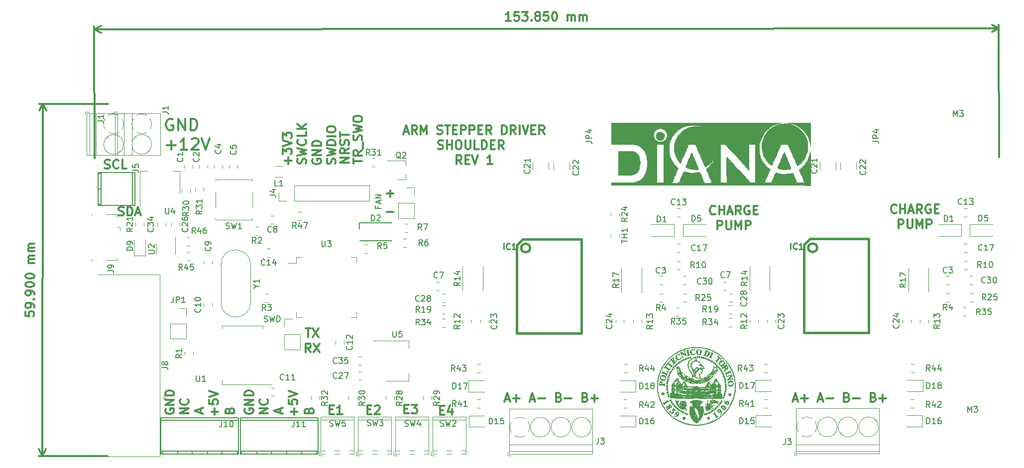
<source format=gbr>
G04 #@! TF.GenerationSoftware,KiCad,Pcbnew,(5.0.1-3-g963ef8bb5)*
G04 #@! TF.CreationDate,2019-03-13T09:11:41+01:00*
G04 #@! TF.ProjectId,Arm_stepper,41726D5F737465707065722E6B696361,rev?*
G04 #@! TF.SameCoordinates,Original*
G04 #@! TF.FileFunction,Legend,Top*
G04 #@! TF.FilePolarity,Positive*
%FSLAX46Y46*%
G04 Gerber Fmt 4.6, Leading zero omitted, Abs format (unit mm)*
G04 Created by KiCad (PCBNEW (5.0.1-3-g963ef8bb5)) date 2019 March 13, Wednesday 09:11:41*
%MOMM*%
%LPD*%
G01*
G04 APERTURE LIST*
%ADD10C,0.300000*%
%ADD11C,0.120000*%
%ADD12C,0.150000*%
%ADD13C,0.381000*%
%ADD14C,0.010000*%
%ADD15C,0.254000*%
G04 APERTURE END LIST*
D10*
X75142857Y-148142857D02*
X75214285Y-147928571D01*
X75285714Y-147857142D01*
X75428571Y-147785714D01*
X75642857Y-147785714D01*
X75785714Y-147857142D01*
X75857142Y-147928571D01*
X75928571Y-148071428D01*
X75928571Y-148642857D01*
X74428571Y-148642857D01*
X74428571Y-148142857D01*
X74500000Y-148000000D01*
X74571428Y-147928571D01*
X74714285Y-147857142D01*
X74857142Y-147857142D01*
X75000000Y-147928571D01*
X75071428Y-148000000D01*
X75142857Y-148142857D01*
X75142857Y-148642857D01*
X72607142Y-148928571D02*
X72607142Y-147785714D01*
X73178571Y-148357142D02*
X72035714Y-148357142D01*
X71678571Y-146357142D02*
X71678571Y-147071428D01*
X72392857Y-147142857D01*
X72321428Y-147071428D01*
X72250000Y-146928571D01*
X72250000Y-146571428D01*
X72321428Y-146428571D01*
X72392857Y-146357142D01*
X72535714Y-146285714D01*
X72892857Y-146285714D01*
X73035714Y-146357142D01*
X73107142Y-146428571D01*
X73178571Y-146571428D01*
X73178571Y-146928571D01*
X73107142Y-147071428D01*
X73035714Y-147142857D01*
X71678571Y-145857142D02*
X73178571Y-145357142D01*
X71678571Y-144857142D01*
X68178571Y-148678571D02*
X66678571Y-148678571D01*
X68178571Y-147821428D01*
X66678571Y-147821428D01*
X68035714Y-146250000D02*
X68107142Y-146321428D01*
X68178571Y-146535714D01*
X68178571Y-146678571D01*
X68107142Y-146892857D01*
X67964285Y-147035714D01*
X67821428Y-147107142D01*
X67535714Y-147178571D01*
X67321428Y-147178571D01*
X67035714Y-147107142D01*
X66892857Y-147035714D01*
X66750000Y-146892857D01*
X66678571Y-146678571D01*
X66678571Y-146535714D01*
X66750000Y-146321428D01*
X66821428Y-146250000D01*
X70250000Y-148607142D02*
X70250000Y-147892857D01*
X70678571Y-148750000D02*
X69178571Y-148250000D01*
X70678571Y-147750000D01*
X64250000Y-147892857D02*
X64178571Y-148035714D01*
X64178571Y-148250000D01*
X64250000Y-148464285D01*
X64392857Y-148607142D01*
X64535714Y-148678571D01*
X64821428Y-148750000D01*
X65035714Y-148750000D01*
X65321428Y-148678571D01*
X65464285Y-148607142D01*
X65607142Y-148464285D01*
X65678571Y-148250000D01*
X65678571Y-148107142D01*
X65607142Y-147892857D01*
X65535714Y-147821428D01*
X65035714Y-147821428D01*
X65035714Y-148107142D01*
X65678571Y-147178571D02*
X64178571Y-147178571D01*
X65678571Y-146321428D01*
X64178571Y-146321428D01*
X65678571Y-145607142D02*
X64178571Y-145607142D01*
X64178571Y-145250000D01*
X64250000Y-145035714D01*
X64392857Y-144892857D01*
X64535714Y-144821428D01*
X64821428Y-144750000D01*
X65035714Y-144750000D01*
X65321428Y-144821428D01*
X65464285Y-144892857D01*
X65607142Y-145035714D01*
X65678571Y-145250000D01*
X65678571Y-145607142D01*
X97464285Y-148092857D02*
X97964285Y-148092857D01*
X98178571Y-148878571D02*
X97464285Y-148878571D01*
X97464285Y-147378571D01*
X98178571Y-147378571D01*
X99464285Y-147878571D02*
X99464285Y-148878571D01*
X99107142Y-147307142D02*
X98750000Y-148378571D01*
X99678571Y-148378571D01*
X91364285Y-147892857D02*
X91864285Y-147892857D01*
X92078571Y-148678571D02*
X91364285Y-148678571D01*
X91364285Y-147178571D01*
X92078571Y-147178571D01*
X92578571Y-147178571D02*
X93507142Y-147178571D01*
X93007142Y-147750000D01*
X93221428Y-147750000D01*
X93364285Y-147821428D01*
X93435714Y-147892857D01*
X93507142Y-148035714D01*
X93507142Y-148392857D01*
X93435714Y-148535714D01*
X93364285Y-148607142D01*
X93221428Y-148678571D01*
X92792857Y-148678571D01*
X92650000Y-148607142D01*
X92578571Y-148535714D01*
X85064285Y-147992857D02*
X85564285Y-147992857D01*
X85778571Y-148778571D02*
X85064285Y-148778571D01*
X85064285Y-147278571D01*
X85778571Y-147278571D01*
X86350000Y-147421428D02*
X86421428Y-147350000D01*
X86564285Y-147278571D01*
X86921428Y-147278571D01*
X87064285Y-147350000D01*
X87135714Y-147421428D01*
X87207142Y-147564285D01*
X87207142Y-147707142D01*
X87135714Y-147921428D01*
X86278571Y-148778571D01*
X87207142Y-148778571D01*
X54678571Y-148678571D02*
X53178571Y-148678571D01*
X54678571Y-147821428D01*
X53178571Y-147821428D01*
X54535714Y-146250000D02*
X54607142Y-146321428D01*
X54678571Y-146535714D01*
X54678571Y-146678571D01*
X54607142Y-146892857D01*
X54464285Y-147035714D01*
X54321428Y-147107142D01*
X54035714Y-147178571D01*
X53821428Y-147178571D01*
X53535714Y-147107142D01*
X53392857Y-147035714D01*
X53250000Y-146892857D01*
X53178571Y-146678571D01*
X53178571Y-146535714D01*
X53250000Y-146321428D01*
X53321428Y-146250000D01*
X175057142Y-114460714D02*
X174985714Y-114532142D01*
X174771428Y-114603571D01*
X174628571Y-114603571D01*
X174414285Y-114532142D01*
X174271428Y-114389285D01*
X174200000Y-114246428D01*
X174128571Y-113960714D01*
X174128571Y-113746428D01*
X174200000Y-113460714D01*
X174271428Y-113317857D01*
X174414285Y-113175000D01*
X174628571Y-113103571D01*
X174771428Y-113103571D01*
X174985714Y-113175000D01*
X175057142Y-113246428D01*
X175700000Y-114603571D02*
X175700000Y-113103571D01*
X175700000Y-113817857D02*
X176557142Y-113817857D01*
X176557142Y-114603571D02*
X176557142Y-113103571D01*
X177200000Y-114175000D02*
X177914285Y-114175000D01*
X177057142Y-114603571D02*
X177557142Y-113103571D01*
X178057142Y-114603571D01*
X179414285Y-114603571D02*
X178914285Y-113889285D01*
X178557142Y-114603571D02*
X178557142Y-113103571D01*
X179128571Y-113103571D01*
X179271428Y-113175000D01*
X179342857Y-113246428D01*
X179414285Y-113389285D01*
X179414285Y-113603571D01*
X179342857Y-113746428D01*
X179271428Y-113817857D01*
X179128571Y-113889285D01*
X178557142Y-113889285D01*
X180842857Y-113175000D02*
X180700000Y-113103571D01*
X180485714Y-113103571D01*
X180271428Y-113175000D01*
X180128571Y-113317857D01*
X180057142Y-113460714D01*
X179985714Y-113746428D01*
X179985714Y-113960714D01*
X180057142Y-114246428D01*
X180128571Y-114389285D01*
X180271428Y-114532142D01*
X180485714Y-114603571D01*
X180628571Y-114603571D01*
X180842857Y-114532142D01*
X180914285Y-114460714D01*
X180914285Y-113960714D01*
X180628571Y-113960714D01*
X181557142Y-113817857D02*
X182057142Y-113817857D01*
X182271428Y-114603571D02*
X181557142Y-114603571D01*
X181557142Y-113103571D01*
X182271428Y-113103571D01*
X175414285Y-117153571D02*
X175414285Y-115653571D01*
X175985714Y-115653571D01*
X176128571Y-115725000D01*
X176200000Y-115796428D01*
X176271428Y-115939285D01*
X176271428Y-116153571D01*
X176200000Y-116296428D01*
X176128571Y-116367857D01*
X175985714Y-116439285D01*
X175414285Y-116439285D01*
X176914285Y-115653571D02*
X176914285Y-116867857D01*
X176985714Y-117010714D01*
X177057142Y-117082142D01*
X177200000Y-117153571D01*
X177485714Y-117153571D01*
X177628571Y-117082142D01*
X177700000Y-117010714D01*
X177771428Y-116867857D01*
X177771428Y-115653571D01*
X178485714Y-117153571D02*
X178485714Y-115653571D01*
X178985714Y-116725000D01*
X179485714Y-115653571D01*
X179485714Y-117153571D01*
X180200000Y-117153571D02*
X180200000Y-115653571D01*
X180771428Y-115653571D01*
X180914285Y-115725000D01*
X180985714Y-115796428D01*
X181057142Y-115939285D01*
X181057142Y-116153571D01*
X180985714Y-116296428D01*
X180914285Y-116367857D01*
X180771428Y-116439285D01*
X180200000Y-116439285D01*
X144257142Y-114660714D02*
X144185714Y-114732142D01*
X143971428Y-114803571D01*
X143828571Y-114803571D01*
X143614285Y-114732142D01*
X143471428Y-114589285D01*
X143400000Y-114446428D01*
X143328571Y-114160714D01*
X143328571Y-113946428D01*
X143400000Y-113660714D01*
X143471428Y-113517857D01*
X143614285Y-113375000D01*
X143828571Y-113303571D01*
X143971428Y-113303571D01*
X144185714Y-113375000D01*
X144257142Y-113446428D01*
X144900000Y-114803571D02*
X144900000Y-113303571D01*
X144900000Y-114017857D02*
X145757142Y-114017857D01*
X145757142Y-114803571D02*
X145757142Y-113303571D01*
X146400000Y-114375000D02*
X147114285Y-114375000D01*
X146257142Y-114803571D02*
X146757142Y-113303571D01*
X147257142Y-114803571D01*
X148614285Y-114803571D02*
X148114285Y-114089285D01*
X147757142Y-114803571D02*
X147757142Y-113303571D01*
X148328571Y-113303571D01*
X148471428Y-113375000D01*
X148542857Y-113446428D01*
X148614285Y-113589285D01*
X148614285Y-113803571D01*
X148542857Y-113946428D01*
X148471428Y-114017857D01*
X148328571Y-114089285D01*
X147757142Y-114089285D01*
X150042857Y-113375000D02*
X149900000Y-113303571D01*
X149685714Y-113303571D01*
X149471428Y-113375000D01*
X149328571Y-113517857D01*
X149257142Y-113660714D01*
X149185714Y-113946428D01*
X149185714Y-114160714D01*
X149257142Y-114446428D01*
X149328571Y-114589285D01*
X149471428Y-114732142D01*
X149685714Y-114803571D01*
X149828571Y-114803571D01*
X150042857Y-114732142D01*
X150114285Y-114660714D01*
X150114285Y-114160714D01*
X149828571Y-114160714D01*
X150757142Y-114017857D02*
X151257142Y-114017857D01*
X151471428Y-114803571D02*
X150757142Y-114803571D01*
X150757142Y-113303571D01*
X151471428Y-113303571D01*
X144614285Y-117353571D02*
X144614285Y-115853571D01*
X145185714Y-115853571D01*
X145328571Y-115925000D01*
X145400000Y-115996428D01*
X145471428Y-116139285D01*
X145471428Y-116353571D01*
X145400000Y-116496428D01*
X145328571Y-116567857D01*
X145185714Y-116639285D01*
X144614285Y-116639285D01*
X146114285Y-115853571D02*
X146114285Y-117067857D01*
X146185714Y-117210714D01*
X146257142Y-117282142D01*
X146400000Y-117353571D01*
X146685714Y-117353571D01*
X146828571Y-117282142D01*
X146900000Y-117210714D01*
X146971428Y-117067857D01*
X146971428Y-115853571D01*
X147685714Y-117353571D02*
X147685714Y-115853571D01*
X148185714Y-116925000D01*
X148685714Y-115853571D01*
X148685714Y-117353571D01*
X149400000Y-117353571D02*
X149400000Y-115853571D01*
X149971428Y-115853571D01*
X150114285Y-115925000D01*
X150185714Y-115996428D01*
X150257142Y-116139285D01*
X150257142Y-116353571D01*
X150185714Y-116496428D01*
X150114285Y-116567857D01*
X149971428Y-116639285D01*
X149400000Y-116639285D01*
X51968809Y-98600000D02*
X51778333Y-98504761D01*
X51492619Y-98504761D01*
X51206904Y-98600000D01*
X51016428Y-98790476D01*
X50921190Y-98980952D01*
X50825952Y-99361904D01*
X50825952Y-99647619D01*
X50921190Y-100028571D01*
X51016428Y-100219047D01*
X51206904Y-100409523D01*
X51492619Y-100504761D01*
X51683095Y-100504761D01*
X51968809Y-100409523D01*
X52064047Y-100314285D01*
X52064047Y-99647619D01*
X51683095Y-99647619D01*
X52921190Y-100504761D02*
X52921190Y-98504761D01*
X54064047Y-100504761D01*
X54064047Y-98504761D01*
X55016428Y-100504761D02*
X55016428Y-98504761D01*
X55492619Y-98504761D01*
X55778333Y-98600000D01*
X55968809Y-98790476D01*
X56064047Y-98980952D01*
X56159285Y-99361904D01*
X56159285Y-99647619D01*
X56064047Y-100028571D01*
X55968809Y-100219047D01*
X55778333Y-100409523D01*
X55492619Y-100504761D01*
X55016428Y-100504761D01*
X50921190Y-103042857D02*
X52445000Y-103042857D01*
X51683095Y-103804761D02*
X51683095Y-102280952D01*
X54445000Y-103804761D02*
X53302142Y-103804761D01*
X53873571Y-103804761D02*
X53873571Y-101804761D01*
X53683095Y-102090476D01*
X53492619Y-102280952D01*
X53302142Y-102376190D01*
X55206904Y-101995238D02*
X55302142Y-101900000D01*
X55492619Y-101804761D01*
X55968809Y-101804761D01*
X56159285Y-101900000D01*
X56254523Y-101995238D01*
X56349761Y-102185714D01*
X56349761Y-102376190D01*
X56254523Y-102661904D01*
X55111666Y-103804761D01*
X56349761Y-103804761D01*
X56921190Y-101804761D02*
X57587857Y-103804761D01*
X58254523Y-101804761D01*
X26894001Y-131355113D02*
X26892809Y-132069398D01*
X27606974Y-132142019D01*
X27535665Y-132070471D01*
X27464475Y-131927495D01*
X27465071Y-131570352D01*
X27536738Y-131427615D01*
X27608286Y-131356305D01*
X27751262Y-131285116D01*
X28108405Y-131285712D01*
X28251142Y-131357379D01*
X28322452Y-131428926D01*
X28393642Y-131571903D01*
X28393045Y-131929045D01*
X28321378Y-132071783D01*
X28249831Y-132143092D01*
X28395311Y-130571904D02*
X28395788Y-130286190D01*
X28324598Y-130143214D01*
X28253289Y-130071666D01*
X28039242Y-129928452D01*
X27753647Y-129856546D01*
X27182219Y-129855592D01*
X27039243Y-129926782D01*
X26967696Y-129998091D01*
X26896029Y-130140829D01*
X26895552Y-130426543D01*
X26966742Y-130569519D01*
X27038051Y-130641067D01*
X27180788Y-130712734D01*
X27537931Y-130713330D01*
X27680907Y-130642140D01*
X27752455Y-130570831D01*
X27824122Y-130428093D01*
X27824599Y-130142379D01*
X27753409Y-129999403D01*
X27682099Y-129927855D01*
X27539362Y-129856188D01*
X28254720Y-129214525D02*
X28326267Y-129143215D01*
X28397577Y-129214763D01*
X28326029Y-129286072D01*
X28254720Y-129214525D01*
X28397577Y-129214763D01*
X28398888Y-128429050D02*
X28399365Y-128143336D01*
X28328175Y-128000360D01*
X28256866Y-127928812D01*
X28042819Y-127785597D01*
X27757225Y-127713692D01*
X27185797Y-127712738D01*
X27042821Y-127783928D01*
X26971273Y-127855237D01*
X26899606Y-127997975D01*
X26899129Y-128283689D01*
X26970319Y-128426665D01*
X27041628Y-128498213D01*
X27184366Y-128569880D01*
X27541508Y-128570476D01*
X27684484Y-128499286D01*
X27756032Y-128427977D01*
X27827699Y-128285239D01*
X27828176Y-127999525D01*
X27756986Y-127856549D01*
X27685677Y-127785001D01*
X27542939Y-127713334D01*
X26901633Y-126783691D02*
X26901872Y-126640834D01*
X26973539Y-126498096D01*
X27045086Y-126426787D01*
X27188062Y-126355597D01*
X27473896Y-126284645D01*
X27831038Y-126285242D01*
X28116633Y-126357147D01*
X28259370Y-126428814D01*
X28330680Y-126500362D01*
X28401870Y-126643338D01*
X28401631Y-126786195D01*
X28329964Y-126928933D01*
X28258416Y-127000242D01*
X28115440Y-127071432D01*
X27829607Y-127142383D01*
X27472465Y-127141787D01*
X27186870Y-127069882D01*
X27044132Y-126998215D01*
X26972823Y-126926667D01*
X26901633Y-126783691D01*
X26904018Y-125355121D02*
X26904257Y-125212264D01*
X26975923Y-125069527D01*
X27047471Y-124998218D01*
X27190447Y-124927028D01*
X27476281Y-124856076D01*
X27833423Y-124856672D01*
X28119018Y-124928578D01*
X28261755Y-125000245D01*
X28333064Y-125071792D01*
X28404254Y-125214769D01*
X28404016Y-125357626D01*
X28332349Y-125500363D01*
X28260801Y-125571672D01*
X28117825Y-125642862D01*
X27831992Y-125713814D01*
X27474850Y-125713218D01*
X27189255Y-125641312D01*
X27046517Y-125569645D01*
X26975208Y-125498098D01*
X26904018Y-125355121D01*
X28407832Y-123071914D02*
X27407833Y-123070245D01*
X27550690Y-123070484D02*
X27479381Y-122998936D01*
X27408191Y-122855960D01*
X27408549Y-122641674D01*
X27480216Y-122498936D01*
X27623192Y-122427747D01*
X28408905Y-122429058D01*
X27623192Y-122427747D02*
X27480454Y-122356080D01*
X27409264Y-122213103D01*
X27409622Y-121998818D01*
X27481289Y-121856080D01*
X27624265Y-121784890D01*
X28409978Y-121786202D01*
X28411171Y-121071917D02*
X27411172Y-121070248D01*
X27554029Y-121070486D02*
X27482720Y-120998939D01*
X27411530Y-120855962D01*
X27411888Y-120641677D01*
X27483555Y-120498939D01*
X27626531Y-120427749D01*
X28412244Y-120429061D01*
X27626531Y-120427749D02*
X27483793Y-120356082D01*
X27412603Y-120213106D01*
X27412961Y-119998821D01*
X27484628Y-119856083D01*
X27627604Y-119784893D01*
X28413317Y-119786205D01*
X29874489Y-95981427D02*
X29774489Y-155881427D01*
X41000000Y-96000000D02*
X29288069Y-95980448D01*
X40900000Y-155900000D02*
X29188069Y-155880448D01*
X29774489Y-155881427D02*
X29189950Y-154753946D01*
X29774489Y-155881427D02*
X30362790Y-154755904D01*
X29874489Y-95981427D02*
X29286188Y-97106950D01*
X29874489Y-95981427D02*
X30459028Y-97108908D01*
X74557142Y-134203571D02*
X75414285Y-134203571D01*
X74985714Y-135703571D02*
X74985714Y-134203571D01*
X75771428Y-134203571D02*
X76771428Y-135703571D01*
X76771428Y-134203571D02*
X75771428Y-135703571D01*
X75450000Y-138253571D02*
X74950000Y-137539285D01*
X74592857Y-138253571D02*
X74592857Y-136753571D01*
X75164285Y-136753571D01*
X75307142Y-136825000D01*
X75378571Y-136896428D01*
X75450000Y-137039285D01*
X75450000Y-137253571D01*
X75378571Y-137396428D01*
X75307142Y-137467857D01*
X75164285Y-137539285D01*
X74592857Y-137539285D01*
X75950000Y-136753571D02*
X76950000Y-138253571D01*
X76950000Y-136753571D02*
X75950000Y-138253571D01*
X42778571Y-114907142D02*
X42992857Y-114978571D01*
X43350000Y-114978571D01*
X43492857Y-114907142D01*
X43564285Y-114835714D01*
X43635714Y-114692857D01*
X43635714Y-114550000D01*
X43564285Y-114407142D01*
X43492857Y-114335714D01*
X43350000Y-114264285D01*
X43064285Y-114192857D01*
X42921428Y-114121428D01*
X42850000Y-114050000D01*
X42778571Y-113907142D01*
X42778571Y-113764285D01*
X42850000Y-113621428D01*
X42921428Y-113550000D01*
X43064285Y-113478571D01*
X43421428Y-113478571D01*
X43635714Y-113550000D01*
X44278571Y-114978571D02*
X44278571Y-113478571D01*
X44635714Y-113478571D01*
X44850000Y-113550000D01*
X44992857Y-113692857D01*
X45064285Y-113835714D01*
X45135714Y-114121428D01*
X45135714Y-114335714D01*
X45064285Y-114621428D01*
X44992857Y-114764285D01*
X44850000Y-114907142D01*
X44635714Y-114978571D01*
X44278571Y-114978571D01*
X45707142Y-114550000D02*
X46421428Y-114550000D01*
X45564285Y-114978571D02*
X46064285Y-113478571D01*
X46564285Y-114978571D01*
X40414285Y-106907142D02*
X40628571Y-106978571D01*
X40985714Y-106978571D01*
X41128571Y-106907142D01*
X41200000Y-106835714D01*
X41271428Y-106692857D01*
X41271428Y-106550000D01*
X41200000Y-106407142D01*
X41128571Y-106335714D01*
X40985714Y-106264285D01*
X40700000Y-106192857D01*
X40557142Y-106121428D01*
X40485714Y-106050000D01*
X40414285Y-105907142D01*
X40414285Y-105764285D01*
X40485714Y-105621428D01*
X40557142Y-105550000D01*
X40700000Y-105478571D01*
X41057142Y-105478571D01*
X41271428Y-105550000D01*
X42771428Y-106835714D02*
X42700000Y-106907142D01*
X42485714Y-106978571D01*
X42342857Y-106978571D01*
X42128571Y-106907142D01*
X41985714Y-106764285D01*
X41914285Y-106621428D01*
X41842857Y-106335714D01*
X41842857Y-106121428D01*
X41914285Y-105835714D01*
X41985714Y-105692857D01*
X42128571Y-105550000D01*
X42342857Y-105478571D01*
X42485714Y-105478571D01*
X42700000Y-105550000D01*
X42771428Y-105621428D01*
X44128571Y-106978571D02*
X43414285Y-106978571D01*
X43414285Y-105478571D01*
X91321428Y-100700000D02*
X92035714Y-100700000D01*
X91178571Y-101128571D02*
X91678571Y-99628571D01*
X92178571Y-101128571D01*
X93535714Y-101128571D02*
X93035714Y-100414285D01*
X92678571Y-101128571D02*
X92678571Y-99628571D01*
X93250000Y-99628571D01*
X93392857Y-99700000D01*
X93464285Y-99771428D01*
X93535714Y-99914285D01*
X93535714Y-100128571D01*
X93464285Y-100271428D01*
X93392857Y-100342857D01*
X93250000Y-100414285D01*
X92678571Y-100414285D01*
X94178571Y-101128571D02*
X94178571Y-99628571D01*
X94678571Y-100700000D01*
X95178571Y-99628571D01*
X95178571Y-101128571D01*
X96964285Y-101057142D02*
X97178571Y-101128571D01*
X97535714Y-101128571D01*
X97678571Y-101057142D01*
X97750000Y-100985714D01*
X97821428Y-100842857D01*
X97821428Y-100700000D01*
X97750000Y-100557142D01*
X97678571Y-100485714D01*
X97535714Y-100414285D01*
X97250000Y-100342857D01*
X97107142Y-100271428D01*
X97035714Y-100200000D01*
X96964285Y-100057142D01*
X96964285Y-99914285D01*
X97035714Y-99771428D01*
X97107142Y-99700000D01*
X97250000Y-99628571D01*
X97607142Y-99628571D01*
X97821428Y-99700000D01*
X98250000Y-99628571D02*
X99107142Y-99628571D01*
X98678571Y-101128571D02*
X98678571Y-99628571D01*
X99607142Y-100342857D02*
X100107142Y-100342857D01*
X100321428Y-101128571D02*
X99607142Y-101128571D01*
X99607142Y-99628571D01*
X100321428Y-99628571D01*
X100964285Y-101128571D02*
X100964285Y-99628571D01*
X101535714Y-99628571D01*
X101678571Y-99700000D01*
X101750000Y-99771428D01*
X101821428Y-99914285D01*
X101821428Y-100128571D01*
X101750000Y-100271428D01*
X101678571Y-100342857D01*
X101535714Y-100414285D01*
X100964285Y-100414285D01*
X102464285Y-101128571D02*
X102464285Y-99628571D01*
X103035714Y-99628571D01*
X103178571Y-99700000D01*
X103250000Y-99771428D01*
X103321428Y-99914285D01*
X103321428Y-100128571D01*
X103250000Y-100271428D01*
X103178571Y-100342857D01*
X103035714Y-100414285D01*
X102464285Y-100414285D01*
X103964285Y-100342857D02*
X104464285Y-100342857D01*
X104678571Y-101128571D02*
X103964285Y-101128571D01*
X103964285Y-99628571D01*
X104678571Y-99628571D01*
X106178571Y-101128571D02*
X105678571Y-100414285D01*
X105321428Y-101128571D02*
X105321428Y-99628571D01*
X105892857Y-99628571D01*
X106035714Y-99700000D01*
X106107142Y-99771428D01*
X106178571Y-99914285D01*
X106178571Y-100128571D01*
X106107142Y-100271428D01*
X106035714Y-100342857D01*
X105892857Y-100414285D01*
X105321428Y-100414285D01*
X107964285Y-101128571D02*
X107964285Y-99628571D01*
X108321428Y-99628571D01*
X108535714Y-99700000D01*
X108678571Y-99842857D01*
X108750000Y-99985714D01*
X108821428Y-100271428D01*
X108821428Y-100485714D01*
X108750000Y-100771428D01*
X108678571Y-100914285D01*
X108535714Y-101057142D01*
X108321428Y-101128571D01*
X107964285Y-101128571D01*
X110321428Y-101128571D02*
X109821428Y-100414285D01*
X109464285Y-101128571D02*
X109464285Y-99628571D01*
X110035714Y-99628571D01*
X110178571Y-99700000D01*
X110250000Y-99771428D01*
X110321428Y-99914285D01*
X110321428Y-100128571D01*
X110250000Y-100271428D01*
X110178571Y-100342857D01*
X110035714Y-100414285D01*
X109464285Y-100414285D01*
X110964285Y-101128571D02*
X110964285Y-99628571D01*
X111464285Y-99628571D02*
X111964285Y-101128571D01*
X112464285Y-99628571D01*
X112964285Y-100342857D02*
X113464285Y-100342857D01*
X113678571Y-101128571D02*
X112964285Y-101128571D01*
X112964285Y-99628571D01*
X113678571Y-99628571D01*
X115178571Y-101128571D02*
X114678571Y-100414285D01*
X114321428Y-101128571D02*
X114321428Y-99628571D01*
X114892857Y-99628571D01*
X115035714Y-99700000D01*
X115107142Y-99771428D01*
X115178571Y-99914285D01*
X115178571Y-100128571D01*
X115107142Y-100271428D01*
X115035714Y-100342857D01*
X114892857Y-100414285D01*
X114321428Y-100414285D01*
X97107142Y-103607142D02*
X97321428Y-103678571D01*
X97678571Y-103678571D01*
X97821428Y-103607142D01*
X97892857Y-103535714D01*
X97964285Y-103392857D01*
X97964285Y-103250000D01*
X97892857Y-103107142D01*
X97821428Y-103035714D01*
X97678571Y-102964285D01*
X97392857Y-102892857D01*
X97250000Y-102821428D01*
X97178571Y-102750000D01*
X97107142Y-102607142D01*
X97107142Y-102464285D01*
X97178571Y-102321428D01*
X97250000Y-102250000D01*
X97392857Y-102178571D01*
X97750000Y-102178571D01*
X97964285Y-102250000D01*
X98607142Y-103678571D02*
X98607142Y-102178571D01*
X98607142Y-102892857D02*
X99464285Y-102892857D01*
X99464285Y-103678571D02*
X99464285Y-102178571D01*
X100464285Y-102178571D02*
X100750000Y-102178571D01*
X100892857Y-102250000D01*
X101035714Y-102392857D01*
X101107142Y-102678571D01*
X101107142Y-103178571D01*
X101035714Y-103464285D01*
X100892857Y-103607142D01*
X100750000Y-103678571D01*
X100464285Y-103678571D01*
X100321428Y-103607142D01*
X100178571Y-103464285D01*
X100107142Y-103178571D01*
X100107142Y-102678571D01*
X100178571Y-102392857D01*
X100321428Y-102250000D01*
X100464285Y-102178571D01*
X101750000Y-102178571D02*
X101750000Y-103392857D01*
X101821428Y-103535714D01*
X101892857Y-103607142D01*
X102035714Y-103678571D01*
X102321428Y-103678571D01*
X102464285Y-103607142D01*
X102535714Y-103535714D01*
X102607142Y-103392857D01*
X102607142Y-102178571D01*
X104035714Y-103678571D02*
X103321428Y-103678571D01*
X103321428Y-102178571D01*
X104535714Y-103678571D02*
X104535714Y-102178571D01*
X104892857Y-102178571D01*
X105107142Y-102250000D01*
X105250000Y-102392857D01*
X105321428Y-102535714D01*
X105392857Y-102821428D01*
X105392857Y-103035714D01*
X105321428Y-103321428D01*
X105250000Y-103464285D01*
X105107142Y-103607142D01*
X104892857Y-103678571D01*
X104535714Y-103678571D01*
X106035714Y-102892857D02*
X106535714Y-102892857D01*
X106750000Y-103678571D02*
X106035714Y-103678571D01*
X106035714Y-102178571D01*
X106750000Y-102178571D01*
X108250000Y-103678571D02*
X107750000Y-102964285D01*
X107392857Y-103678571D02*
X107392857Y-102178571D01*
X107964285Y-102178571D01*
X108107142Y-102250000D01*
X108178571Y-102321428D01*
X108250000Y-102464285D01*
X108250000Y-102678571D01*
X108178571Y-102821428D01*
X108107142Y-102892857D01*
X107964285Y-102964285D01*
X107392857Y-102964285D01*
X101107142Y-106228571D02*
X100607142Y-105514285D01*
X100250000Y-106228571D02*
X100250000Y-104728571D01*
X100821428Y-104728571D01*
X100964285Y-104800000D01*
X101035714Y-104871428D01*
X101107142Y-105014285D01*
X101107142Y-105228571D01*
X101035714Y-105371428D01*
X100964285Y-105442857D01*
X100821428Y-105514285D01*
X100250000Y-105514285D01*
X101750000Y-105442857D02*
X102250000Y-105442857D01*
X102464285Y-106228571D02*
X101750000Y-106228571D01*
X101750000Y-104728571D01*
X102464285Y-104728571D01*
X102892857Y-104728571D02*
X103392857Y-106228571D01*
X103892857Y-104728571D01*
X106321428Y-106228571D02*
X105464285Y-106228571D01*
X105892857Y-106228571D02*
X105892857Y-104728571D01*
X105750000Y-104942857D01*
X105607142Y-105085714D01*
X105464285Y-105157142D01*
X50750000Y-147892857D02*
X50678571Y-148035714D01*
X50678571Y-148250000D01*
X50750000Y-148464285D01*
X50892857Y-148607142D01*
X51035714Y-148678571D01*
X51321428Y-148750000D01*
X51535714Y-148750000D01*
X51821428Y-148678571D01*
X51964285Y-148607142D01*
X52107142Y-148464285D01*
X52178571Y-148250000D01*
X52178571Y-148107142D01*
X52107142Y-147892857D01*
X52035714Y-147821428D01*
X51535714Y-147821428D01*
X51535714Y-148107142D01*
X52178571Y-147178571D02*
X50678571Y-147178571D01*
X52178571Y-146321428D01*
X50678571Y-146321428D01*
X52178571Y-145607142D02*
X50678571Y-145607142D01*
X50678571Y-145250000D01*
X50750000Y-145035714D01*
X50892857Y-144892857D01*
X51035714Y-144821428D01*
X51321428Y-144750000D01*
X51535714Y-144750000D01*
X51821428Y-144821428D01*
X51964285Y-144892857D01*
X52107142Y-145035714D01*
X52178571Y-145250000D01*
X52178571Y-145607142D01*
X61642857Y-148142857D02*
X61714285Y-147928571D01*
X61785714Y-147857142D01*
X61928571Y-147785714D01*
X62142857Y-147785714D01*
X62285714Y-147857142D01*
X62357142Y-147928571D01*
X62428571Y-148071428D01*
X62428571Y-148642857D01*
X60928571Y-148642857D01*
X60928571Y-148142857D01*
X61000000Y-148000000D01*
X61071428Y-147928571D01*
X61214285Y-147857142D01*
X61357142Y-147857142D01*
X61500000Y-147928571D01*
X61571428Y-148000000D01*
X61642857Y-148142857D01*
X61642857Y-148642857D01*
X56750000Y-148607142D02*
X56750000Y-147892857D01*
X57178571Y-148750000D02*
X55678571Y-148250000D01*
X57178571Y-147750000D01*
X59107142Y-148928571D02*
X59107142Y-147785714D01*
X59678571Y-148357142D02*
X58535714Y-148357142D01*
X58178571Y-146357142D02*
X58178571Y-147071428D01*
X58892857Y-147142857D01*
X58821428Y-147071428D01*
X58750000Y-146928571D01*
X58750000Y-146571428D01*
X58821428Y-146428571D01*
X58892857Y-146357142D01*
X59035714Y-146285714D01*
X59392857Y-146285714D01*
X59535714Y-146357142D01*
X59607142Y-146428571D01*
X59678571Y-146571428D01*
X59678571Y-146928571D01*
X59607142Y-147071428D01*
X59535714Y-147142857D01*
X58178571Y-145857142D02*
X59678571Y-145357142D01*
X58178571Y-144857142D01*
X78664285Y-147992857D02*
X79164285Y-147992857D01*
X79378571Y-148778571D02*
X78664285Y-148778571D01*
X78664285Y-147278571D01*
X79378571Y-147278571D01*
X80807142Y-148778571D02*
X79950000Y-148778571D01*
X80378571Y-148778571D02*
X80378571Y-147278571D01*
X80235714Y-147492857D01*
X80092857Y-147635714D01*
X79950000Y-147707142D01*
X82678571Y-106107142D02*
X82678571Y-105250000D01*
X84178571Y-105678571D02*
X82678571Y-105678571D01*
X84178571Y-103892857D02*
X83464285Y-104392857D01*
X84178571Y-104750000D02*
X82678571Y-104750000D01*
X82678571Y-104178571D01*
X82750000Y-104035714D01*
X82821428Y-103964285D01*
X82964285Y-103892857D01*
X83178571Y-103892857D01*
X83321428Y-103964285D01*
X83392857Y-104035714D01*
X83464285Y-104178571D01*
X83464285Y-104750000D01*
X84321428Y-103607142D02*
X84321428Y-102464285D01*
X84107142Y-102178571D02*
X84178571Y-101964285D01*
X84178571Y-101607142D01*
X84107142Y-101464285D01*
X84035714Y-101392857D01*
X83892857Y-101321428D01*
X83750000Y-101321428D01*
X83607142Y-101392857D01*
X83535714Y-101464285D01*
X83464285Y-101607142D01*
X83392857Y-101892857D01*
X83321428Y-102035714D01*
X83250000Y-102107142D01*
X83107142Y-102178571D01*
X82964285Y-102178571D01*
X82821428Y-102107142D01*
X82750000Y-102035714D01*
X82678571Y-101892857D01*
X82678571Y-101535714D01*
X82750000Y-101321428D01*
X82678571Y-100821428D02*
X84178571Y-100464285D01*
X83107142Y-100178571D01*
X84178571Y-99892857D01*
X82678571Y-99535714D01*
X82678571Y-98678571D02*
X82678571Y-98392857D01*
X82750000Y-98250000D01*
X82892857Y-98107142D01*
X83178571Y-98035714D01*
X83678571Y-98035714D01*
X83964285Y-98107142D01*
X84107142Y-98250000D01*
X84178571Y-98392857D01*
X84178571Y-98678571D01*
X84107142Y-98821428D01*
X83964285Y-98964285D01*
X83678571Y-99035714D01*
X83178571Y-99035714D01*
X82892857Y-98964285D01*
X82750000Y-98821428D01*
X82678571Y-98678571D01*
X81928571Y-105964285D02*
X80428571Y-105964285D01*
X81928571Y-105107142D01*
X80428571Y-105107142D01*
X81928571Y-103535714D02*
X81214285Y-104035714D01*
X81928571Y-104392857D02*
X80428571Y-104392857D01*
X80428571Y-103821428D01*
X80500000Y-103678571D01*
X80571428Y-103607142D01*
X80714285Y-103535714D01*
X80928571Y-103535714D01*
X81071428Y-103607142D01*
X81142857Y-103678571D01*
X81214285Y-103821428D01*
X81214285Y-104392857D01*
X81857142Y-102964285D02*
X81928571Y-102750000D01*
X81928571Y-102392857D01*
X81857142Y-102250000D01*
X81785714Y-102178571D01*
X81642857Y-102107142D01*
X81500000Y-102107142D01*
X81357142Y-102178571D01*
X81285714Y-102250000D01*
X81214285Y-102392857D01*
X81142857Y-102678571D01*
X81071428Y-102821428D01*
X81000000Y-102892857D01*
X80857142Y-102964285D01*
X80714285Y-102964285D01*
X80571428Y-102892857D01*
X80500000Y-102821428D01*
X80428571Y-102678571D01*
X80428571Y-102321428D01*
X80500000Y-102107142D01*
X80428571Y-101678571D02*
X80428571Y-100821428D01*
X81928571Y-101250000D02*
X80428571Y-101250000D01*
X79607142Y-106178571D02*
X79678571Y-105964285D01*
X79678571Y-105607142D01*
X79607142Y-105464285D01*
X79535714Y-105392857D01*
X79392857Y-105321428D01*
X79250000Y-105321428D01*
X79107142Y-105392857D01*
X79035714Y-105464285D01*
X78964285Y-105607142D01*
X78892857Y-105892857D01*
X78821428Y-106035714D01*
X78750000Y-106107142D01*
X78607142Y-106178571D01*
X78464285Y-106178571D01*
X78321428Y-106107142D01*
X78250000Y-106035714D01*
X78178571Y-105892857D01*
X78178571Y-105535714D01*
X78250000Y-105321428D01*
X78178571Y-104821428D02*
X79678571Y-104464285D01*
X78607142Y-104178571D01*
X79678571Y-103892857D01*
X78178571Y-103535714D01*
X79678571Y-102964285D02*
X78178571Y-102964285D01*
X78178571Y-102607142D01*
X78250000Y-102392857D01*
X78392857Y-102250000D01*
X78535714Y-102178571D01*
X78821428Y-102107142D01*
X79035714Y-102107142D01*
X79321428Y-102178571D01*
X79464285Y-102250000D01*
X79607142Y-102392857D01*
X79678571Y-102607142D01*
X79678571Y-102964285D01*
X79678571Y-101464285D02*
X78178571Y-101464285D01*
X78178571Y-100464285D02*
X78178571Y-100178571D01*
X78250000Y-100035714D01*
X78392857Y-99892857D01*
X78678571Y-99821428D01*
X79178571Y-99821428D01*
X79464285Y-99892857D01*
X79607142Y-100035714D01*
X79678571Y-100178571D01*
X79678571Y-100464285D01*
X79607142Y-100607142D01*
X79464285Y-100750000D01*
X79178571Y-100821428D01*
X78678571Y-100821428D01*
X78392857Y-100750000D01*
X78250000Y-100607142D01*
X78178571Y-100464285D01*
X75750000Y-105392857D02*
X75678571Y-105535714D01*
X75678571Y-105750000D01*
X75750000Y-105964285D01*
X75892857Y-106107142D01*
X76035714Y-106178571D01*
X76321428Y-106250000D01*
X76535714Y-106250000D01*
X76821428Y-106178571D01*
X76964285Y-106107142D01*
X77107142Y-105964285D01*
X77178571Y-105750000D01*
X77178571Y-105607142D01*
X77107142Y-105392857D01*
X77035714Y-105321428D01*
X76535714Y-105321428D01*
X76535714Y-105607142D01*
X77178571Y-104678571D02*
X75678571Y-104678571D01*
X77178571Y-103821428D01*
X75678571Y-103821428D01*
X77178571Y-103107142D02*
X75678571Y-103107142D01*
X75678571Y-102750000D01*
X75750000Y-102535714D01*
X75892857Y-102392857D01*
X76035714Y-102321428D01*
X76321428Y-102250000D01*
X76535714Y-102250000D01*
X76821428Y-102321428D01*
X76964285Y-102392857D01*
X77107142Y-102535714D01*
X77178571Y-102750000D01*
X77178571Y-103107142D01*
X74607142Y-106142857D02*
X74678571Y-105928571D01*
X74678571Y-105571428D01*
X74607142Y-105428571D01*
X74535714Y-105357142D01*
X74392857Y-105285714D01*
X74250000Y-105285714D01*
X74107142Y-105357142D01*
X74035714Y-105428571D01*
X73964285Y-105571428D01*
X73892857Y-105857142D01*
X73821428Y-106000000D01*
X73750000Y-106071428D01*
X73607142Y-106142857D01*
X73464285Y-106142857D01*
X73321428Y-106071428D01*
X73250000Y-106000000D01*
X73178571Y-105857142D01*
X73178571Y-105500000D01*
X73250000Y-105285714D01*
X73178571Y-104785714D02*
X74678571Y-104428571D01*
X73607142Y-104142857D01*
X74678571Y-103857142D01*
X73178571Y-103500000D01*
X74535714Y-102071428D02*
X74607142Y-102142857D01*
X74678571Y-102357142D01*
X74678571Y-102500000D01*
X74607142Y-102714285D01*
X74464285Y-102857142D01*
X74321428Y-102928571D01*
X74035714Y-103000000D01*
X73821428Y-103000000D01*
X73535714Y-102928571D01*
X73392857Y-102857142D01*
X73250000Y-102714285D01*
X73178571Y-102500000D01*
X73178571Y-102357142D01*
X73250000Y-102142857D01*
X73321428Y-102071428D01*
X74678571Y-100714285D02*
X74678571Y-101428571D01*
X73178571Y-101428571D01*
X74678571Y-100214285D02*
X73178571Y-100214285D01*
X74678571Y-99357142D02*
X73821428Y-100000000D01*
X73178571Y-99357142D02*
X74035714Y-100214285D01*
X71607142Y-106214285D02*
X71607142Y-105071428D01*
X72178571Y-105642857D02*
X71035714Y-105642857D01*
X70678571Y-104500000D02*
X70678571Y-103571428D01*
X71250000Y-104071428D01*
X71250000Y-103857142D01*
X71321428Y-103714285D01*
X71392857Y-103642857D01*
X71535714Y-103571428D01*
X71892857Y-103571428D01*
X72035714Y-103642857D01*
X72107142Y-103714285D01*
X72178571Y-103857142D01*
X72178571Y-104285714D01*
X72107142Y-104428571D01*
X72035714Y-104500000D01*
X70678571Y-103142857D02*
X72178571Y-102642857D01*
X70678571Y-102142857D01*
X70678571Y-101785714D02*
X70678571Y-100857142D01*
X71250000Y-101357142D01*
X71250000Y-101142857D01*
X71321428Y-101000000D01*
X71392857Y-100928571D01*
X71535714Y-100857142D01*
X71892857Y-100857142D01*
X72035714Y-100928571D01*
X72107142Y-101000000D01*
X72178571Y-101142857D01*
X72178571Y-101571428D01*
X72107142Y-101714285D01*
X72035714Y-101785714D01*
X109477092Y-81812309D02*
X108619949Y-81813284D01*
X109048521Y-81812796D02*
X109046814Y-80312797D01*
X108904201Y-80527245D01*
X108761506Y-80670265D01*
X108618731Y-80741856D01*
X110832527Y-80310766D02*
X110118242Y-80311578D01*
X110047626Y-81025945D01*
X110118973Y-80954435D01*
X110261749Y-80882844D01*
X110618892Y-80882438D01*
X110761830Y-80953704D01*
X110833340Y-81025051D01*
X110904931Y-81167827D01*
X110905337Y-81524970D01*
X110834071Y-81667908D01*
X110762724Y-81739418D01*
X110619948Y-81811009D01*
X110262805Y-81811415D01*
X110119867Y-81740149D01*
X110048357Y-81668802D01*
X111403956Y-80310116D02*
X112332527Y-80309060D01*
X111833177Y-80881057D01*
X112047462Y-80880813D01*
X112190401Y-80952079D01*
X112261910Y-81023426D01*
X112333501Y-81166202D01*
X112333908Y-81523345D01*
X112262642Y-81666283D01*
X112191294Y-81737793D01*
X112048519Y-81809384D01*
X111619947Y-81809871D01*
X111477009Y-81738605D01*
X111405499Y-81667258D01*
X112976927Y-81665470D02*
X113048437Y-81736818D01*
X112977089Y-81808327D01*
X112905580Y-81736980D01*
X112976927Y-81665470D01*
X112977089Y-81808327D01*
X113904685Y-80950129D02*
X113761747Y-80878863D01*
X113690237Y-80807516D01*
X113618646Y-80664740D01*
X113618565Y-80593311D01*
X113689831Y-80450373D01*
X113761178Y-80378863D01*
X113903954Y-80307272D01*
X114189668Y-80306947D01*
X114332606Y-80378213D01*
X114404116Y-80449560D01*
X114475707Y-80592336D01*
X114475789Y-80663765D01*
X114404522Y-80806703D01*
X114333175Y-80878213D01*
X114190399Y-80949804D01*
X113904685Y-80950129D01*
X113761909Y-81021720D01*
X113690562Y-81093230D01*
X113619296Y-81236168D01*
X113619621Y-81521882D01*
X113691212Y-81664658D01*
X113762722Y-81736005D01*
X113905660Y-81807271D01*
X114191374Y-81806946D01*
X114334150Y-81735355D01*
X114405497Y-81663845D01*
X114476763Y-81520907D01*
X114476438Y-81235193D01*
X114404847Y-81092417D01*
X114333338Y-81021070D01*
X114190399Y-80949804D01*
X115832524Y-80305078D02*
X115118239Y-80305891D01*
X115047623Y-81020257D01*
X115118970Y-80948748D01*
X115261746Y-80877157D01*
X115618889Y-80876750D01*
X115761827Y-80948016D01*
X115833337Y-81019364D01*
X115904928Y-81162140D01*
X115905334Y-81519282D01*
X115834068Y-81662220D01*
X115762721Y-81733730D01*
X115619945Y-81805321D01*
X115262802Y-81805727D01*
X115119864Y-81734461D01*
X115048354Y-81663114D01*
X116832524Y-80303941D02*
X116975381Y-80303779D01*
X117118319Y-80375045D01*
X117189829Y-80446392D01*
X117261420Y-80589168D01*
X117333173Y-80874800D01*
X117333580Y-81231943D01*
X117262476Y-81517738D01*
X117191210Y-81660677D01*
X117119863Y-81732187D01*
X116977087Y-81803778D01*
X116834230Y-81803940D01*
X116691292Y-81732674D01*
X116619782Y-81661327D01*
X116548191Y-81518551D01*
X116476437Y-81232918D01*
X116476031Y-80875775D01*
X116547134Y-80589980D01*
X116618401Y-80447042D01*
X116689748Y-80375532D01*
X116832524Y-80303941D01*
X119119943Y-81801340D02*
X119118805Y-80801341D01*
X119118968Y-80944198D02*
X119190315Y-80872688D01*
X119333091Y-80801097D01*
X119547376Y-80800853D01*
X119690315Y-80872119D01*
X119761906Y-81014895D01*
X119762799Y-81800609D01*
X119761906Y-81014895D02*
X119833172Y-80871957D01*
X119975947Y-80800366D01*
X120190233Y-80800122D01*
X120333171Y-80871388D01*
X120404762Y-81014164D01*
X120405656Y-81799878D01*
X121119941Y-81799065D02*
X121118804Y-80799066D01*
X121118966Y-80941923D02*
X121190314Y-80870413D01*
X121333089Y-80798822D01*
X121547375Y-80798578D01*
X121690313Y-80869844D01*
X121761904Y-81012620D01*
X121762798Y-81798334D01*
X121761904Y-81012620D02*
X121833170Y-80869682D01*
X121975946Y-80798091D01*
X122190232Y-80797847D01*
X122333170Y-80869113D01*
X122404761Y-81011889D01*
X122405655Y-81797603D01*
X38625134Y-83314331D02*
X192475134Y-83139331D01*
X38650000Y-105175000D02*
X38624467Y-82727911D01*
X192500000Y-105000000D02*
X192474467Y-82552911D01*
X192475134Y-83139331D02*
X191349298Y-83727033D01*
X192475134Y-83139331D02*
X191347964Y-82554192D01*
X38625134Y-83314331D02*
X39752304Y-83899470D01*
X38625134Y-83314331D02*
X39750970Y-82726629D01*
X157500000Y-146250000D02*
X158214285Y-146250000D01*
X157357142Y-146678571D02*
X157857142Y-145178571D01*
X158357142Y-146678571D01*
X158857142Y-146107142D02*
X160000000Y-146107142D01*
X159428571Y-146678571D02*
X159428571Y-145535714D01*
X161785714Y-146250000D02*
X162500000Y-146250000D01*
X161642857Y-146678571D02*
X162142857Y-145178571D01*
X162642857Y-146678571D01*
X163142857Y-146107142D02*
X164285714Y-146107142D01*
X166642857Y-145892857D02*
X166857142Y-145964285D01*
X166928571Y-146035714D01*
X167000000Y-146178571D01*
X167000000Y-146392857D01*
X166928571Y-146535714D01*
X166857142Y-146607142D01*
X166714285Y-146678571D01*
X166142857Y-146678571D01*
X166142857Y-145178571D01*
X166642857Y-145178571D01*
X166785714Y-145250000D01*
X166857142Y-145321428D01*
X166928571Y-145464285D01*
X166928571Y-145607142D01*
X166857142Y-145750000D01*
X166785714Y-145821428D01*
X166642857Y-145892857D01*
X166142857Y-145892857D01*
X167642857Y-146107142D02*
X168785714Y-146107142D01*
X171142857Y-145892857D02*
X171357142Y-145964285D01*
X171428571Y-146035714D01*
X171500000Y-146178571D01*
X171500000Y-146392857D01*
X171428571Y-146535714D01*
X171357142Y-146607142D01*
X171214285Y-146678571D01*
X170642857Y-146678571D01*
X170642857Y-145178571D01*
X171142857Y-145178571D01*
X171285714Y-145250000D01*
X171357142Y-145321428D01*
X171428571Y-145464285D01*
X171428571Y-145607142D01*
X171357142Y-145750000D01*
X171285714Y-145821428D01*
X171142857Y-145892857D01*
X170642857Y-145892857D01*
X172142857Y-146107142D02*
X173285714Y-146107142D01*
X172714285Y-146678571D02*
X172714285Y-145535714D01*
X88379371Y-114356342D02*
X89522228Y-114356342D01*
X88379371Y-111257542D02*
X89522228Y-111257542D01*
X88950800Y-111828971D02*
X88950800Y-110686114D01*
X108500000Y-146250000D02*
X109214285Y-146250000D01*
X108357142Y-146678571D02*
X108857142Y-145178571D01*
X109357142Y-146678571D01*
X109857142Y-146107142D02*
X111000000Y-146107142D01*
X110428571Y-146678571D02*
X110428571Y-145535714D01*
X112785714Y-146250000D02*
X113500000Y-146250000D01*
X112642857Y-146678571D02*
X113142857Y-145178571D01*
X113642857Y-146678571D01*
X114142857Y-146107142D02*
X115285714Y-146107142D01*
X117642857Y-145892857D02*
X117857142Y-145964285D01*
X117928571Y-146035714D01*
X118000000Y-146178571D01*
X118000000Y-146392857D01*
X117928571Y-146535714D01*
X117857142Y-146607142D01*
X117714285Y-146678571D01*
X117142857Y-146678571D01*
X117142857Y-145178571D01*
X117642857Y-145178571D01*
X117785714Y-145250000D01*
X117857142Y-145321428D01*
X117928571Y-145464285D01*
X117928571Y-145607142D01*
X117857142Y-145750000D01*
X117785714Y-145821428D01*
X117642857Y-145892857D01*
X117142857Y-145892857D01*
X118642857Y-146107142D02*
X119785714Y-146107142D01*
X122142857Y-145892857D02*
X122357142Y-145964285D01*
X122428571Y-146035714D01*
X122500000Y-146178571D01*
X122500000Y-146392857D01*
X122428571Y-146535714D01*
X122357142Y-146607142D01*
X122214285Y-146678571D01*
X121642857Y-146678571D01*
X121642857Y-145178571D01*
X122142857Y-145178571D01*
X122285714Y-145250000D01*
X122357142Y-145321428D01*
X122428571Y-145464285D01*
X122428571Y-145607142D01*
X122357142Y-145750000D01*
X122285714Y-145821428D01*
X122142857Y-145892857D01*
X121642857Y-145892857D01*
X123142857Y-146107142D02*
X124285714Y-146107142D01*
X123714285Y-146678571D02*
X123714285Y-145535714D01*
D11*
G04 #@! TO.C,R31*
X55790000Y-110758578D02*
X55790000Y-110241422D01*
X57210000Y-110758578D02*
X57210000Y-110241422D01*
G04 #@! TO.C,R30*
X54960000Y-111008578D02*
X54960000Y-110491422D01*
X53540000Y-111008578D02*
X53540000Y-110491422D01*
G04 #@! TO.C,C8*
X69156078Y-114987000D02*
X68638922Y-114987000D01*
X69156078Y-116407000D02*
X68638922Y-116407000D01*
G04 #@! TO.C,J1*
X41900000Y-97320000D02*
X41900000Y-97720000D01*
X42540000Y-97320000D02*
X41900000Y-97320000D01*
X45759000Y-101725000D02*
X45631000Y-101596000D01*
X47975000Y-103940000D02*
X47881000Y-103846000D01*
X45519000Y-101895000D02*
X45426000Y-101801000D01*
X47769000Y-104145000D02*
X47641000Y-104016000D01*
X49860000Y-104680000D02*
X42140000Y-104680000D01*
X49860000Y-97560000D02*
X42140000Y-97560000D01*
X42140000Y-97560000D02*
X42140000Y-104680000D01*
X49860000Y-97560000D02*
X49860000Y-104680000D01*
X43700000Y-97560000D02*
X43700000Y-104680000D01*
X42600000Y-97560000D02*
X42600000Y-104680000D01*
X48380000Y-102870000D02*
G75*
G03X48380000Y-102870000I-1680000J0D01*
G01*
X45019901Y-99398674D02*
G75*
G02X45260000Y-98504000I1680099J28674D01*
G01*
X45810106Y-97944642D02*
G75*
G02X47566000Y-97930000I889894J-1425358D01*
G01*
X48125358Y-98480106D02*
G75*
G02X48140000Y-100236000I-1425358J-889894D01*
G01*
X47590193Y-100795505D02*
G75*
G02X45809000Y-100795000I-890193J1425505D01*
G01*
X45275279Y-100260264D02*
G75*
G02X45020000Y-99370000I1424721J890264D01*
G01*
D12*
G04 #@! TO.C,J11*
X73879840Y-155100960D02*
X73879840Y-155598800D01*
X76678920Y-155598800D02*
X63481080Y-155598800D01*
X63481080Y-155100960D02*
X76678920Y-155100960D01*
X63481080Y-149799980D02*
X76678920Y-149799980D01*
X76678920Y-149401200D02*
X63481080Y-149401200D01*
X71377940Y-155100960D02*
X71377940Y-155598800D01*
X68779520Y-155100960D02*
X68779520Y-155598800D01*
X63681740Y-155598800D02*
X63681740Y-155100960D01*
X76478260Y-155100960D02*
X76478260Y-155598800D01*
X66282700Y-155598800D02*
X66282700Y-155100960D01*
X76676380Y-155598800D02*
X76676380Y-149401200D01*
X63483620Y-149401200D02*
X63483620Y-155598800D01*
G04 #@! TO.C,J10*
X60379840Y-155100960D02*
X60379840Y-155598800D01*
X63178920Y-155598800D02*
X49981080Y-155598800D01*
X49981080Y-155100960D02*
X63178920Y-155100960D01*
X49981080Y-149799980D02*
X63178920Y-149799980D01*
X63178920Y-149401200D02*
X49981080Y-149401200D01*
X57877940Y-155100960D02*
X57877940Y-155598800D01*
X55279520Y-155100960D02*
X55279520Y-155598800D01*
X50181740Y-155598800D02*
X50181740Y-155100960D01*
X62978260Y-155100960D02*
X62978260Y-155598800D01*
X52782700Y-155598800D02*
X52782700Y-155100960D01*
X63176380Y-155598800D02*
X63176380Y-149401200D01*
X49983620Y-149401200D02*
X49983620Y-155598800D01*
D11*
G04 #@! TO.C,R44*
X178068578Y-141670000D02*
X177551422Y-141670000D01*
X178068578Y-140250000D02*
X177551422Y-140250000D01*
G04 #@! TO.C,R43*
X153068578Y-141670000D02*
X152551422Y-141670000D01*
X153068578Y-140250000D02*
X152551422Y-140250000D01*
G04 #@! TO.C,R42*
X178006078Y-146250000D02*
X177488922Y-146250000D01*
X178006078Y-147670000D02*
X177488922Y-147670000D01*
G04 #@! TO.C,R41*
X153068578Y-146250000D02*
X152551422Y-146250000D01*
X153068578Y-147670000D02*
X152551422Y-147670000D01*
G04 #@! TO.C,R35*
X186371822Y-132038800D02*
X186888978Y-132038800D01*
X186371822Y-130618800D02*
X186888978Y-130618800D01*
G04 #@! TO.C,R34*
X147068578Y-133920000D02*
X146551422Y-133920000D01*
X147068578Y-132500000D02*
X146551422Y-132500000D01*
G04 #@! TO.C,R25*
X187613922Y-128250000D02*
X188131078Y-128250000D01*
X187613922Y-129670000D02*
X188131078Y-129670000D01*
G04 #@! TO.C,R19*
X146551422Y-130250000D02*
X147068578Y-130250000D01*
X146551422Y-131670000D02*
X147068578Y-131670000D01*
G04 #@! TO.C,R17*
X180520000Y-128012064D02*
X180520000Y-123907936D01*
X177100000Y-128012064D02*
X177100000Y-123907936D01*
G04 #@! TO.C,R14*
X150100000Y-127712064D02*
X150100000Y-123607936D01*
X153520000Y-127712064D02*
X153520000Y-123607936D01*
G04 #@! TO.C,R13*
X179100000Y-133218578D02*
X179100000Y-132701422D01*
X180520000Y-133218578D02*
X180520000Y-132701422D01*
G04 #@! TO.C,R12*
X150100000Y-133218578D02*
X150100000Y-132701422D01*
X151520000Y-133218578D02*
X151520000Y-132701422D01*
G04 #@! TO.C,R10*
X186551422Y-124170000D02*
X187068578Y-124170000D01*
X186551422Y-122750000D02*
X187068578Y-122750000D01*
G04 #@! TO.C,R4*
X184068578Y-128250000D02*
X183551422Y-128250000D01*
X184068578Y-129670000D02*
X183551422Y-129670000D01*
G04 #@! TO.C,J3*
X160700264Y-152384721D02*
G75*
G02X159810000Y-152640000I-890264J1424721D01*
G01*
X161235505Y-150069807D02*
G75*
G02X161235000Y-151851000I-1425505J-890193D01*
G01*
X158920106Y-149534642D02*
G75*
G02X160676000Y-149520000I889894J-1425358D01*
G01*
X158384642Y-151849894D02*
G75*
G02X158370000Y-150094000I1425358J889894D01*
G01*
X159838674Y-152640099D02*
G75*
G02X158944000Y-152400000I-28674J1680099D01*
G01*
X164990000Y-150960000D02*
G75*
G03X164990000Y-150960000I-1680000J0D01*
G01*
X168490000Y-150960000D02*
G75*
G03X168490000Y-150960000I-1680000J0D01*
G01*
X171990000Y-150960000D02*
G75*
G03X171990000Y-150960000I-1680000J0D01*
G01*
X158000000Y-155060000D02*
X172120000Y-155060000D01*
X158000000Y-153960000D02*
X172120000Y-153960000D01*
X158000000Y-147800000D02*
X172120000Y-147800000D01*
X158000000Y-155520000D02*
X172120000Y-155520000D01*
X158000000Y-147800000D02*
X158000000Y-155520000D01*
X172120000Y-147800000D02*
X172120000Y-155520000D01*
X164585000Y-149891000D02*
X164456000Y-150019000D01*
X162335000Y-152141000D02*
X162241000Y-152234000D01*
X164380000Y-149685000D02*
X164286000Y-149779000D01*
X162165000Y-151901000D02*
X162036000Y-152029000D01*
X168085000Y-149891000D02*
X167956000Y-150019000D01*
X165835000Y-152141000D02*
X165741000Y-152234000D01*
X167880000Y-149685000D02*
X167786000Y-149779000D01*
X165665000Y-151901000D02*
X165536000Y-152029000D01*
X171585000Y-149891000D02*
X171456000Y-150019000D01*
X169335000Y-152141000D02*
X169241000Y-152234000D01*
X171380000Y-149685000D02*
X171286000Y-149779000D01*
X169165000Y-151901000D02*
X169036000Y-152029000D01*
X157760000Y-155120000D02*
X157760000Y-155760000D01*
X157760000Y-155760000D02*
X158160000Y-155760000D01*
D13*
G04 #@! TO.C,IC1*
X160310000Y-118960000D02*
X159310000Y-119960000D01*
X170310000Y-118960000D02*
X160310000Y-118960000D01*
X170310000Y-134960000D02*
X170310000Y-118960000D01*
X159310000Y-134960000D02*
X170310000Y-134960000D01*
X159310000Y-119960000D02*
X159310000Y-134960000D01*
X161560000Y-120460000D02*
G75*
G03X161560000Y-120460000I-750000J0D01*
G01*
D11*
G04 #@! TO.C,D18*
X179557500Y-143000000D02*
X176872500Y-143000000D01*
X179557500Y-144920000D02*
X179557500Y-143000000D01*
X176872500Y-144920000D02*
X179557500Y-144920000D01*
G04 #@! TO.C,D17*
X151062500Y-144920000D02*
X153747500Y-144920000D01*
X151062500Y-143000000D02*
X151062500Y-144920000D01*
X153747500Y-143000000D02*
X151062500Y-143000000D01*
G04 #@! TO.C,D16*
X179495000Y-149000000D02*
X176810000Y-149000000D01*
X179495000Y-150920000D02*
X179495000Y-149000000D01*
X176810000Y-150920000D02*
X179495000Y-150920000D01*
G04 #@! TO.C,D15*
X153810000Y-149000000D02*
X151125000Y-149000000D01*
X151125000Y-149000000D02*
X151125000Y-150920000D01*
X151125000Y-150920000D02*
X153810000Y-150920000D01*
G04 #@! TO.C,D5*
X187560000Y-116460000D02*
X187560000Y-118460000D01*
X187560000Y-118460000D02*
X191460000Y-118460000D01*
X187560000Y-116460000D02*
X191460000Y-116460000D01*
G04 #@! TO.C,D1*
X186060000Y-118460000D02*
X182160000Y-118460000D01*
X186060000Y-116460000D02*
X182160000Y-116460000D01*
X186060000Y-118460000D02*
X186060000Y-116460000D01*
G04 #@! TO.C,C30*
X187551422Y-125250000D02*
X188068578Y-125250000D01*
X187551422Y-126670000D02*
X188068578Y-126670000D01*
G04 #@! TO.C,C28*
X146595422Y-129702000D02*
X147112578Y-129702000D01*
X146595422Y-128282000D02*
X147112578Y-128282000D01*
G04 #@! TO.C,C24*
X177520000Y-132701422D02*
X177520000Y-133218578D01*
X176100000Y-132701422D02*
X176100000Y-133218578D01*
G04 #@! TO.C,C23*
X154520000Y-132701422D02*
X154520000Y-133218578D01*
X153100000Y-132701422D02*
X153100000Y-133218578D01*
G04 #@! TO.C,C17*
X186551422Y-121170000D02*
X187068578Y-121170000D01*
X186551422Y-119750000D02*
X187068578Y-119750000D01*
G04 #@! TO.C,C13*
X187068578Y-115170000D02*
X186551422Y-115170000D01*
X187068578Y-113750000D02*
X186551422Y-113750000D01*
G04 #@! TO.C,C7*
X146096578Y-126250000D02*
X145579422Y-126250000D01*
X146096578Y-127670000D02*
X145579422Y-127670000D01*
G04 #@! TO.C,C3*
X183551422Y-126670000D02*
X184068578Y-126670000D01*
X183551422Y-125250000D02*
X184068578Y-125250000D01*
G04 #@! TO.C,C22*
X165512012Y-107114474D02*
X165512012Y-105910346D01*
X168232012Y-107114474D02*
X168232012Y-105910346D01*
G04 #@! TO.C,C21*
X162012012Y-107114474D02*
X162012012Y-105910346D01*
X164732012Y-107114474D02*
X164732012Y-105910346D01*
D12*
G04 #@! TO.C,J5*
X39799040Y-113269080D02*
X39799040Y-107670920D01*
X39301200Y-107869040D02*
X39799040Y-107869040D01*
X39799040Y-113070960D02*
X39301200Y-113070960D01*
X39301200Y-110470000D02*
X39799040Y-110470000D01*
X45100020Y-107670920D02*
X45100020Y-113269080D01*
X39301200Y-107670920D02*
X39301200Y-113269080D01*
X39301200Y-113269080D02*
X45498800Y-113269080D01*
X45498800Y-113269080D02*
X45498800Y-107670920D01*
X45498800Y-107670920D02*
X39301200Y-107670920D01*
D11*
G04 #@! TO.C,C21*
X115922012Y-107154474D02*
X115922012Y-105950346D01*
X113202012Y-107154474D02*
X113202012Y-105950346D01*
G04 #@! TO.C,C22*
X119422012Y-107154474D02*
X119422012Y-105950346D01*
X116702012Y-107154474D02*
X116702012Y-105950346D01*
G04 #@! TO.C,C1*
X55320000Y-106421422D02*
X55320000Y-106938578D01*
X53900000Y-106421422D02*
X53900000Y-106938578D01*
G04 #@! TO.C,C2*
X56440000Y-106421422D02*
X56440000Y-106938578D01*
X57860000Y-106421422D02*
X57860000Y-106938578D01*
G04 #@! TO.C,C3*
X134741422Y-125290000D02*
X135258578Y-125290000D01*
X134741422Y-126710000D02*
X135258578Y-126710000D01*
G04 #@! TO.C,C4*
X60400000Y-106421422D02*
X60400000Y-106938578D01*
X58980000Y-106421422D02*
X58980000Y-106938578D01*
G04 #@! TO.C,C5*
X62940000Y-106421422D02*
X62940000Y-106938578D01*
X61520000Y-106421422D02*
X61520000Y-106938578D01*
G04 #@! TO.C,C7*
X97286578Y-127710000D02*
X96769422Y-127710000D01*
X97286578Y-126290000D02*
X96769422Y-126290000D01*
G04 #@! TO.C,C9*
X57202000Y-123194578D02*
X57202000Y-122677422D01*
X58622000Y-123194578D02*
X58622000Y-122677422D01*
G04 #@! TO.C,C10*
X58622000Y-130433578D02*
X58622000Y-129916422D01*
X57202000Y-130433578D02*
X57202000Y-129916422D01*
G04 #@! TO.C,C11*
X68743062Y-144283360D02*
X69260218Y-144283360D01*
X68743062Y-145703360D02*
X69260218Y-145703360D01*
G04 #@! TO.C,C12*
X79690000Y-136316422D02*
X79690000Y-136833578D01*
X81110000Y-136316422D02*
X81110000Y-136833578D01*
G04 #@! TO.C,C13*
X138258578Y-113790000D02*
X137741422Y-113790000D01*
X138258578Y-115210000D02*
X137741422Y-115210000D01*
G04 #@! TO.C,C14*
X68533578Y-122035000D02*
X68016422Y-122035000D01*
X68533578Y-120615000D02*
X68016422Y-120615000D01*
G04 #@! TO.C,C17*
X137741422Y-119790000D02*
X138258578Y-119790000D01*
X137741422Y-121210000D02*
X138258578Y-121210000D01*
G04 #@! TO.C,C23*
X104290000Y-132741422D02*
X104290000Y-133258578D01*
X105710000Y-132741422D02*
X105710000Y-133258578D01*
G04 #@! TO.C,C24*
X127290000Y-132741422D02*
X127290000Y-133258578D01*
X128710000Y-132741422D02*
X128710000Y-133258578D01*
G04 #@! TO.C,C26*
X53161000Y-116200422D02*
X53161000Y-116717578D01*
X51741000Y-116200422D02*
X51741000Y-116717578D01*
G04 #@! TO.C,C27*
X84078578Y-141530000D02*
X83561422Y-141530000D01*
X84078578Y-142950000D02*
X83561422Y-142950000D01*
G04 #@! TO.C,C28*
X97785422Y-128322000D02*
X98302578Y-128322000D01*
X97785422Y-129742000D02*
X98302578Y-129742000D01*
G04 #@! TO.C,C30*
X138741422Y-126710000D02*
X139258578Y-126710000D01*
X138741422Y-125290000D02*
X139258578Y-125290000D01*
G04 #@! TO.C,C34*
X49328000Y-116200422D02*
X49328000Y-116717578D01*
X50748000Y-116200422D02*
X50748000Y-116717578D01*
G04 #@! TO.C,C35*
X84078578Y-140410000D02*
X83561422Y-140410000D01*
X84078578Y-138990000D02*
X83561422Y-138990000D01*
G04 #@! TO.C,D1*
X137250000Y-118500000D02*
X137250000Y-116500000D01*
X137250000Y-116500000D02*
X133350000Y-116500000D01*
X137250000Y-118500000D02*
X133350000Y-118500000D01*
D12*
G04 #@! TO.C,D2*
X89187000Y-119229000D02*
X83787000Y-119229000D01*
X89187000Y-116229000D02*
X83687000Y-116229000D01*
X83687000Y-117229000D02*
X83687000Y-116229000D01*
D11*
G04 #@! TO.C,D5*
X138750000Y-116500000D02*
X142650000Y-116500000D01*
X138750000Y-118500000D02*
X142650000Y-118500000D01*
X138750000Y-116500000D02*
X138750000Y-118500000D01*
G04 #@! TO.C,D9*
X47315000Y-121827000D02*
X47315000Y-119142000D01*
X45395000Y-121827000D02*
X47315000Y-121827000D01*
X45395000Y-119142000D02*
X45395000Y-121827000D01*
G04 #@! TO.C,D15*
X102315000Y-150960000D02*
X105000000Y-150960000D01*
X102315000Y-149040000D02*
X102315000Y-150960000D01*
X105000000Y-149040000D02*
X102315000Y-149040000D01*
G04 #@! TO.C,D16*
X128000000Y-150960000D02*
X130685000Y-150960000D01*
X130685000Y-150960000D02*
X130685000Y-149040000D01*
X130685000Y-149040000D02*
X128000000Y-149040000D01*
G04 #@! TO.C,D17*
X104937500Y-143040000D02*
X102252500Y-143040000D01*
X102252500Y-143040000D02*
X102252500Y-144960000D01*
X102252500Y-144960000D02*
X104937500Y-144960000D01*
G04 #@! TO.C,D18*
X128062500Y-144960000D02*
X130747500Y-144960000D01*
X130747500Y-144960000D02*
X130747500Y-143040000D01*
X130747500Y-143040000D02*
X128062500Y-143040000D01*
D13*
G04 #@! TO.C,IC1*
X112750000Y-120500000D02*
G75*
G03X112750000Y-120500000I-750000J0D01*
G01*
X110500000Y-120000000D02*
X110500000Y-135000000D01*
X110500000Y-135000000D02*
X121500000Y-135000000D01*
X121500000Y-135000000D02*
X121500000Y-119000000D01*
X121500000Y-119000000D02*
X111500000Y-119000000D01*
X111500000Y-119000000D02*
X110500000Y-120000000D01*
D11*
G04 #@! TO.C,J1*
X40485279Y-100260264D02*
G75*
G02X40230000Y-99370000I1424721J890264D01*
G01*
X42800193Y-100795505D02*
G75*
G02X41019000Y-100795000I-890193J1425505D01*
G01*
X43335358Y-98480106D02*
G75*
G02X43350000Y-100236000I-1425358J-889894D01*
G01*
X41020106Y-97944642D02*
G75*
G02X42776000Y-97930000I889894J-1425358D01*
G01*
X40229901Y-99398674D02*
G75*
G02X40470000Y-98504000I1680099J28674D01*
G01*
X43590000Y-102870000D02*
G75*
G03X43590000Y-102870000I-1680000J0D01*
G01*
X37810000Y-97560000D02*
X37810000Y-104680000D01*
X38910000Y-97560000D02*
X38910000Y-104680000D01*
X45070000Y-97560000D02*
X45070000Y-104680000D01*
X37350000Y-97560000D02*
X37350000Y-104680000D01*
X45070000Y-97560000D02*
X37350000Y-97560000D01*
X45070000Y-104680000D02*
X37350000Y-104680000D01*
X42979000Y-104145000D02*
X42851000Y-104016000D01*
X40729000Y-101895000D02*
X40636000Y-101801000D01*
X43185000Y-103940000D02*
X43091000Y-103846000D01*
X40969000Y-101725000D02*
X40841000Y-101596000D01*
X37750000Y-97320000D02*
X37110000Y-97320000D01*
X37110000Y-97320000D02*
X37110000Y-97720000D01*
G04 #@! TO.C,J3*
X108950000Y-155800000D02*
X109350000Y-155800000D01*
X108950000Y-155160000D02*
X108950000Y-155800000D01*
X120355000Y-151941000D02*
X120226000Y-152069000D01*
X122570000Y-149725000D02*
X122476000Y-149819000D01*
X120525000Y-152181000D02*
X120431000Y-152274000D01*
X122775000Y-149931000D02*
X122646000Y-150059000D01*
X116855000Y-151941000D02*
X116726000Y-152069000D01*
X119070000Y-149725000D02*
X118976000Y-149819000D01*
X117025000Y-152181000D02*
X116931000Y-152274000D01*
X119275000Y-149931000D02*
X119146000Y-150059000D01*
X113355000Y-151941000D02*
X113226000Y-152069000D01*
X115570000Y-149725000D02*
X115476000Y-149819000D01*
X113525000Y-152181000D02*
X113431000Y-152274000D01*
X115775000Y-149931000D02*
X115646000Y-150059000D01*
X123310000Y-147840000D02*
X123310000Y-155560000D01*
X109190000Y-147840000D02*
X109190000Y-155560000D01*
X109190000Y-155560000D02*
X123310000Y-155560000D01*
X109190000Y-147840000D02*
X123310000Y-147840000D01*
X109190000Y-154000000D02*
X123310000Y-154000000D01*
X109190000Y-155100000D02*
X123310000Y-155100000D01*
X123180000Y-151000000D02*
G75*
G03X123180000Y-151000000I-1680000J0D01*
G01*
X119680000Y-151000000D02*
G75*
G03X119680000Y-151000000I-1680000J0D01*
G01*
X116180000Y-151000000D02*
G75*
G03X116180000Y-151000000I-1680000J0D01*
G01*
X111028674Y-152680099D02*
G75*
G02X110134000Y-152440000I-28674J1680099D01*
G01*
X109574642Y-151889894D02*
G75*
G02X109560000Y-150134000I1425358J889894D01*
G01*
X110110106Y-149574642D02*
G75*
G02X111866000Y-149560000I889894J-1425358D01*
G01*
X112425505Y-150109807D02*
G75*
G02X112425000Y-151891000I-1425505J-890193D01*
G01*
X111890264Y-152424721D02*
G75*
G02X111000000Y-152680000I-890264J1424721D01*
G01*
G04 #@! TO.C,J4*
X85404000Y-112480400D02*
X85404000Y-109820400D01*
X72644000Y-112480400D02*
X85404000Y-112480400D01*
X72644000Y-109820400D02*
X85404000Y-109820400D01*
X72644000Y-112480400D02*
X72644000Y-109820400D01*
X71374000Y-112480400D02*
X70044000Y-112480400D01*
X70044000Y-112480400D02*
X70044000Y-111150400D01*
G04 #@! TO.C,J8*
X39270000Y-125025000D02*
X49750000Y-125025000D01*
X49750000Y-125025000D02*
X49750000Y-155995000D01*
X49750000Y-155995000D02*
X39270000Y-155995000D01*
X50644338Y-145800000D02*
X50644338Y-146300000D01*
X50644338Y-146300000D02*
X50211325Y-146050000D01*
X50211325Y-146050000D02*
X50644338Y-145800000D01*
G04 #@! TO.C,J9*
X42462500Y-114800000D02*
X42462500Y-115250000D01*
X40612500Y-114800000D02*
X42462500Y-114800000D01*
X38062500Y-122600000D02*
X38312500Y-122600000D01*
X38062500Y-114800000D02*
X38312500Y-114800000D01*
X40612500Y-122600000D02*
X42462500Y-122600000D01*
X42462500Y-122600000D02*
X42462500Y-122150000D01*
X43012500Y-117000000D02*
X43012500Y-117450000D01*
X43012500Y-117000000D02*
X42562500Y-117000000D01*
G04 #@! TO.C,JP1*
X51588360Y-133375400D02*
X54248360Y-133375400D01*
X51588360Y-133375400D02*
X51588360Y-135975400D01*
X51588360Y-135975400D02*
X54248360Y-135975400D01*
X54248360Y-133375400D02*
X54248360Y-135975400D01*
X54248360Y-130775400D02*
X54248360Y-132105400D01*
X52918360Y-130775400D02*
X54248360Y-130775400D01*
G04 #@! TO.C,L1*
X69397936Y-106590000D02*
X70602064Y-106590000D01*
X69397936Y-108410000D02*
X70602064Y-108410000D01*
G04 #@! TO.C,FAN*
X91694000Y-110226800D02*
X93024000Y-110226800D01*
X93024000Y-110226800D02*
X93024000Y-111556800D01*
X93024000Y-112826800D02*
X93024000Y-115426800D01*
X90364000Y-115426800D02*
X93024000Y-115426800D01*
X90364000Y-112826800D02*
X90364000Y-115426800D01*
X90364000Y-112826800D02*
X93024000Y-112826800D01*
G04 #@! TO.C,Q2*
X91590400Y-108818800D02*
X91590400Y-107888800D01*
X91590400Y-105658800D02*
X91590400Y-106588800D01*
X91590400Y-105658800D02*
X88430400Y-105658800D01*
X91590400Y-108818800D02*
X90130400Y-108818800D01*
G04 #@! TO.C,R1*
X55416520Y-138688578D02*
X55416520Y-138171422D01*
X53996520Y-138688578D02*
X53996520Y-138171422D01*
G04 #@! TO.C,R2*
X66552578Y-118312000D02*
X66035422Y-118312000D01*
X66552578Y-116892000D02*
X66035422Y-116892000D01*
G04 #@! TO.C,R3*
X68203578Y-128322000D02*
X67686422Y-128322000D01*
X68203578Y-129742000D02*
X67686422Y-129742000D01*
G04 #@! TO.C,R4*
X135258578Y-129710000D02*
X134741422Y-129710000D01*
X135258578Y-128290000D02*
X134741422Y-128290000D01*
G04 #@! TO.C,R5*
X84577422Y-121360000D02*
X85094578Y-121360000D01*
X84577422Y-119940000D02*
X85094578Y-119940000D01*
G04 #@! TO.C,R6*
X91181422Y-120344000D02*
X91698578Y-120344000D01*
X91181422Y-118924000D02*
X91698578Y-118924000D01*
G04 #@! TO.C,R7*
X91435422Y-116384000D02*
X91952578Y-116384000D01*
X91435422Y-117804000D02*
X91952578Y-117804000D01*
G04 #@! TO.C,R10*
X137741422Y-122790000D02*
X138258578Y-122790000D01*
X137741422Y-124210000D02*
X138258578Y-124210000D01*
G04 #@! TO.C,R12*
X102710000Y-133258578D02*
X102710000Y-132741422D01*
X101290000Y-133258578D02*
X101290000Y-132741422D01*
G04 #@! TO.C,R13*
X131710000Y-133258578D02*
X131710000Y-132741422D01*
X130290000Y-133258578D02*
X130290000Y-132741422D01*
G04 #@! TO.C,R14*
X104710000Y-127752064D02*
X104710000Y-123647936D01*
X101290000Y-127752064D02*
X101290000Y-123647936D01*
G04 #@! TO.C,R17*
X128290000Y-128052064D02*
X128290000Y-123947936D01*
X131710000Y-128052064D02*
X131710000Y-123947936D01*
G04 #@! TO.C,R19*
X97741422Y-131710000D02*
X98258578Y-131710000D01*
X97741422Y-130290000D02*
X98258578Y-130290000D01*
G04 #@! TO.C,R21*
X45645000Y-116717578D02*
X45645000Y-116200422D01*
X47065000Y-116717578D02*
X47065000Y-116200422D01*
G04 #@! TO.C,R24*
X126493200Y-114498622D02*
X126493200Y-115015778D01*
X127913200Y-114498622D02*
X127913200Y-115015778D01*
G04 #@! TO.C,R25*
X138803922Y-129710000D02*
X139321078Y-129710000D01*
X138803922Y-128290000D02*
X139321078Y-128290000D01*
G04 #@! TO.C,R28*
X88190000Y-145791422D02*
X88190000Y-146308578D01*
X89610000Y-145791422D02*
X89610000Y-146308578D01*
G04 #@! TO.C,R29*
X95960000Y-145791422D02*
X95960000Y-146308578D01*
X94540000Y-145791422D02*
X94540000Y-146308578D01*
G04 #@! TO.C,R30*
X83260000Y-145791422D02*
X83260000Y-146308578D01*
X81840000Y-145791422D02*
X81840000Y-146308578D01*
G04 #@! TO.C,R31*
X85847422Y-106628000D02*
X86364578Y-106628000D01*
X85847422Y-105208000D02*
X86364578Y-105208000D01*
G04 #@! TO.C,R32*
X75490000Y-145791422D02*
X75490000Y-146308578D01*
X76910000Y-145791422D02*
X76910000Y-146308578D01*
G04 #@! TO.C,R34*
X98258578Y-132540000D02*
X97741422Y-132540000D01*
X98258578Y-133960000D02*
X97741422Y-133960000D01*
G04 #@! TO.C,R35*
X137561822Y-130658800D02*
X138078978Y-130658800D01*
X137561822Y-132078800D02*
X138078978Y-132078800D01*
G04 #@! TO.C,R41*
X104258578Y-147710000D02*
X103741422Y-147710000D01*
X104258578Y-146290000D02*
X103741422Y-146290000D01*
G04 #@! TO.C,R42*
X129196078Y-147710000D02*
X128678922Y-147710000D01*
X129196078Y-146290000D02*
X128678922Y-146290000D01*
G04 #@! TO.C,R43*
X104258578Y-140290000D02*
X103741422Y-140290000D01*
X104258578Y-141710000D02*
X103741422Y-141710000D01*
G04 #@! TO.C,R44*
X129258578Y-140290000D02*
X128741422Y-140290000D01*
X129258578Y-141710000D02*
X128741422Y-141710000D01*
G04 #@! TO.C,R45*
X54351422Y-121210000D02*
X54868578Y-121210000D01*
X54351422Y-122630000D02*
X54868578Y-122630000D01*
G04 #@! TO.C,R46*
X54868578Y-120090000D02*
X54351422Y-120090000D01*
X54868578Y-118670000D02*
X54351422Y-118670000D01*
G04 #@! TO.C,R47*
X73867778Y-115772000D02*
X73350622Y-115772000D01*
X73867778Y-114352000D02*
X73350622Y-114352000D01*
G04 #@! TO.C,SW1*
X65532400Y-115468000D02*
X65532400Y-115718000D01*
X65532400Y-115718000D02*
X59232400Y-115718000D01*
X59232400Y-115718000D02*
X59232400Y-115468000D01*
X65532400Y-110968000D02*
X65532400Y-113568000D01*
X59232400Y-109068000D02*
X59232400Y-108818000D01*
X59232400Y-108818000D02*
X65532400Y-108818000D01*
X65532400Y-108818000D02*
X65532400Y-109068000D01*
X59232400Y-113568000D02*
X59232400Y-110968000D01*
G04 #@! TO.C,SW2*
X96190000Y-155000000D02*
X96960000Y-155000000D01*
X98540000Y-155000000D02*
X99500000Y-155000000D01*
X101080000Y-155000000D02*
X101850000Y-155000000D01*
X96190000Y-149700000D02*
X101850000Y-149700000D01*
X96190000Y-149240000D02*
X101850000Y-149240000D01*
X96190000Y-155560000D02*
X96960000Y-155560000D01*
X98540000Y-155560000D02*
X99500000Y-155560000D01*
X101080000Y-155560000D02*
X101850000Y-155560000D01*
X96190000Y-149240000D02*
X96190000Y-155560000D01*
X101850000Y-149240000D02*
X101850000Y-155560000D01*
X95950000Y-155060000D02*
X95950000Y-155800000D01*
X95950000Y-155800000D02*
X96450000Y-155800000D01*
G04 #@! TO.C,SW3*
X83490000Y-155000000D02*
X84260000Y-155000000D01*
X85840000Y-155000000D02*
X86800000Y-155000000D01*
X88380000Y-155000000D02*
X89150000Y-155000000D01*
X83490000Y-149700000D02*
X89150000Y-149700000D01*
X83490000Y-149240000D02*
X89150000Y-149240000D01*
X83490000Y-155560000D02*
X84260000Y-155560000D01*
X85840000Y-155560000D02*
X86800000Y-155560000D01*
X88380000Y-155560000D02*
X89150000Y-155560000D01*
X83490000Y-149240000D02*
X83490000Y-155560000D01*
X89150000Y-149240000D02*
X89150000Y-155560000D01*
X83250000Y-155060000D02*
X83250000Y-155800000D01*
X83250000Y-155800000D02*
X83750000Y-155800000D01*
G04 #@! TO.C,SW4*
X89600000Y-155800000D02*
X90100000Y-155800000D01*
X89600000Y-155060000D02*
X89600000Y-155800000D01*
X95500000Y-149240000D02*
X95500000Y-155560000D01*
X89840000Y-149240000D02*
X89840000Y-155560000D01*
X94730000Y-155560000D02*
X95500000Y-155560000D01*
X92190000Y-155560000D02*
X93150000Y-155560000D01*
X89840000Y-155560000D02*
X90610000Y-155560000D01*
X89840000Y-149240000D02*
X95500000Y-149240000D01*
X89840000Y-149700000D02*
X95500000Y-149700000D01*
X94730000Y-155000000D02*
X95500000Y-155000000D01*
X92190000Y-155000000D02*
X93150000Y-155000000D01*
X89840000Y-155000000D02*
X90610000Y-155000000D01*
G04 #@! TO.C,SW5*
X76900000Y-155800000D02*
X77400000Y-155800000D01*
X76900000Y-155060000D02*
X76900000Y-155800000D01*
X82800000Y-149240000D02*
X82800000Y-155560000D01*
X77140000Y-149240000D02*
X77140000Y-155560000D01*
X82030000Y-155560000D02*
X82800000Y-155560000D01*
X79490000Y-155560000D02*
X80450000Y-155560000D01*
X77140000Y-155560000D02*
X77910000Y-155560000D01*
X77140000Y-149240000D02*
X82800000Y-149240000D01*
X77140000Y-149700000D02*
X82800000Y-149700000D01*
X82030000Y-155000000D02*
X82800000Y-155000000D01*
X79490000Y-155000000D02*
X80450000Y-155000000D01*
X77140000Y-155000000D02*
X77910000Y-155000000D01*
G04 #@! TO.C,TH1*
X127913200Y-118105422D02*
X127913200Y-118622578D01*
X126493200Y-118105422D02*
X126493200Y-118622578D01*
G04 #@! TO.C,U1*
X67274800Y-134224640D02*
X67274800Y-133704640D01*
X67274800Y-133704640D02*
X60334800Y-133704640D01*
X60334800Y-133704640D02*
X60334800Y-134224640D01*
X60334800Y-142984640D02*
X60334800Y-143744640D01*
X60334800Y-143744640D02*
X67304800Y-143744640D01*
X67304800Y-143744640D02*
X67304800Y-143724640D01*
X67304800Y-143724640D02*
X68804800Y-143724640D01*
G04 #@! TO.C,U2*
X49190000Y-119750000D02*
X49190000Y-121550000D01*
X52410000Y-121550000D02*
X52410000Y-118600000D01*
G04 #@! TO.C,U3*
X82260000Y-132310000D02*
X83210000Y-132310000D01*
X83210000Y-132310000D02*
X83210000Y-131360000D01*
X73940000Y-132310000D02*
X72990000Y-132310000D01*
X72990000Y-132310000D02*
X72990000Y-131360000D01*
X82260000Y-122090000D02*
X83210000Y-122090000D01*
X83210000Y-122090000D02*
X83210000Y-123040000D01*
X73940000Y-122090000D02*
X72990000Y-122090000D01*
X72990000Y-122090000D02*
X72990000Y-123040000D01*
X72990000Y-123040000D02*
X71650000Y-123040000D01*
G04 #@! TO.C,U4*
X53194000Y-107437000D02*
X51934000Y-107437000D01*
X46374000Y-107437000D02*
X47634000Y-107437000D01*
X53194000Y-111197000D02*
X53194000Y-107437000D01*
X46374000Y-113447000D02*
X46374000Y-107437000D01*
G04 #@! TO.C,U5*
X86070000Y-136290000D02*
X92080000Y-136290000D01*
X88320000Y-143110000D02*
X92080000Y-143110000D01*
X92080000Y-136290000D02*
X92080000Y-137550000D01*
X92080000Y-143110000D02*
X92080000Y-141850000D01*
G04 #@! TO.C,Y1*
X65212200Y-123344400D02*
X65212200Y-129744400D01*
X60162200Y-123344400D02*
X60162200Y-129744400D01*
X60162200Y-123344400D02*
G75*
G02X65212200Y-123344400I2525000J0D01*
G01*
X60162200Y-129744400D02*
G75*
G03X65212200Y-129744400I2525000J0D01*
G01*
D14*
G04 #@! TO.C,G\002A\002A\002A*
G36*
X135065538Y-100770040D02*
X135264589Y-100872721D01*
X135427928Y-101025851D01*
X135539569Y-101214210D01*
X135583530Y-101422578D01*
X135583667Y-101434735D01*
X135545429Y-101668795D01*
X135439805Y-101868307D01*
X135280426Y-102023308D01*
X135080926Y-102123832D01*
X134854935Y-102159917D01*
X134635583Y-102127706D01*
X134481669Y-102047789D01*
X134333605Y-101914708D01*
X134221060Y-101756543D01*
X134202619Y-101717943D01*
X134150969Y-101499436D01*
X134172510Y-101282344D01*
X134257183Y-101082049D01*
X134394925Y-100913935D01*
X134575675Y-100793388D01*
X134789373Y-100735790D01*
X134846758Y-100733029D01*
X135065538Y-100770040D01*
X135065538Y-100770040D01*
G37*
X135065538Y-100770040D02*
X135264589Y-100872721D01*
X135427928Y-101025851D01*
X135539569Y-101214210D01*
X135583530Y-101422578D01*
X135583667Y-101434735D01*
X135545429Y-101668795D01*
X135439805Y-101868307D01*
X135280426Y-102023308D01*
X135080926Y-102123832D01*
X134854935Y-102159917D01*
X134635583Y-102127706D01*
X134481669Y-102047789D01*
X134333605Y-101914708D01*
X134221060Y-101756543D01*
X134202619Y-101717943D01*
X134150969Y-101499436D01*
X134172510Y-101282344D01*
X134257183Y-101082049D01*
X134394925Y-100913935D01*
X134575675Y-100793388D01*
X134789373Y-100735790D01*
X134846758Y-100733029D01*
X135065538Y-100770040D01*
G36*
X140208939Y-104275628D02*
X140235851Y-104303608D01*
X140273273Y-104366030D01*
X140324492Y-104469731D01*
X140392798Y-104621547D01*
X140481478Y-104828317D01*
X140593821Y-105096876D01*
X140733114Y-105434063D01*
X140804629Y-105607975D01*
X140938038Y-105934138D01*
X141060596Y-106236573D01*
X141168677Y-106506123D01*
X141258659Y-106733627D01*
X141326917Y-106909927D01*
X141369827Y-107025866D01*
X141383814Y-107071750D01*
X141344225Y-107096434D01*
X141237154Y-107112828D01*
X141079355Y-107121166D01*
X140887581Y-107121680D01*
X140678586Y-107114605D01*
X140469125Y-107100174D01*
X140275951Y-107078621D01*
X140134500Y-107054328D01*
X139966343Y-107012096D01*
X139779951Y-106955411D01*
X139592785Y-106890893D01*
X139422305Y-106825160D01*
X139285973Y-106764832D01*
X139201250Y-106716526D01*
X139182000Y-106693264D01*
X139197633Y-106646423D01*
X139241282Y-106533358D01*
X139308069Y-106365861D01*
X139393119Y-106155725D01*
X139491555Y-105914742D01*
X139598500Y-105654703D01*
X139709078Y-105387402D01*
X139818413Y-105124630D01*
X139921627Y-104878181D01*
X140013845Y-104659846D01*
X140090190Y-104481417D01*
X140145786Y-104354687D01*
X140173492Y-104295641D01*
X140189249Y-104275251D01*
X140208939Y-104275628D01*
X140208939Y-104275628D01*
G37*
X140208939Y-104275628D02*
X140235851Y-104303608D01*
X140273273Y-104366030D01*
X140324492Y-104469731D01*
X140392798Y-104621547D01*
X140481478Y-104828317D01*
X140593821Y-105096876D01*
X140733114Y-105434063D01*
X140804629Y-105607975D01*
X140938038Y-105934138D01*
X141060596Y-106236573D01*
X141168677Y-106506123D01*
X141258659Y-106733627D01*
X141326917Y-106909927D01*
X141369827Y-107025866D01*
X141383814Y-107071750D01*
X141344225Y-107096434D01*
X141237154Y-107112828D01*
X141079355Y-107121166D01*
X140887581Y-107121680D01*
X140678586Y-107114605D01*
X140469125Y-107100174D01*
X140275951Y-107078621D01*
X140134500Y-107054328D01*
X139966343Y-107012096D01*
X139779951Y-106955411D01*
X139592785Y-106890893D01*
X139422305Y-106825160D01*
X139285973Y-106764832D01*
X139201250Y-106716526D01*
X139182000Y-106693264D01*
X139197633Y-106646423D01*
X139241282Y-106533358D01*
X139308069Y-106365861D01*
X139393119Y-106155725D01*
X139491555Y-105914742D01*
X139598500Y-105654703D01*
X139709078Y-105387402D01*
X139818413Y-105124630D01*
X139921627Y-104878181D01*
X140013845Y-104659846D01*
X140090190Y-104481417D01*
X140145786Y-104354687D01*
X140173492Y-104295641D01*
X140189249Y-104275251D01*
X140208939Y-104275628D01*
G36*
X160433333Y-101134500D02*
X160432893Y-101533652D01*
X160431632Y-101905678D01*
X160429639Y-102242266D01*
X160427003Y-102535106D01*
X160423815Y-102775885D01*
X160420163Y-102956293D01*
X160416138Y-103068018D01*
X160412167Y-103103000D01*
X160397042Y-103066266D01*
X160391000Y-102981428D01*
X160373831Y-102817872D01*
X160326638Y-102599107D01*
X160255897Y-102346321D01*
X160168079Y-102080700D01*
X160069659Y-101823433D01*
X159968411Y-101598322D01*
X159663380Y-101076492D01*
X159294925Y-100608051D01*
X158868552Y-100197224D01*
X158389764Y-99848235D01*
X157864066Y-99565306D01*
X157296964Y-99352664D01*
X156915096Y-99255464D01*
X156517500Y-99172011D01*
X158475417Y-99169005D01*
X160433333Y-99166000D01*
X160433333Y-101134500D01*
X160433333Y-101134500D01*
G37*
X160433333Y-101134500D02*
X160432893Y-101533652D01*
X160431632Y-101905678D01*
X160429639Y-102242266D01*
X160427003Y-102535106D01*
X160423815Y-102775885D01*
X160420163Y-102956293D01*
X160416138Y-103068018D01*
X160412167Y-103103000D01*
X160397042Y-103066266D01*
X160391000Y-102981428D01*
X160373831Y-102817872D01*
X160326638Y-102599107D01*
X160255897Y-102346321D01*
X160168079Y-102080700D01*
X160069659Y-101823433D01*
X159968411Y-101598322D01*
X159663380Y-101076492D01*
X159294925Y-100608051D01*
X158868552Y-100197224D01*
X158389764Y-99848235D01*
X157864066Y-99565306D01*
X157296964Y-99352664D01*
X156915096Y-99255464D01*
X156517500Y-99172011D01*
X158475417Y-99169005D01*
X160433333Y-99166000D01*
X160433333Y-101134500D01*
G36*
X156503638Y-99330591D02*
X156839775Y-99372840D01*
X157025500Y-99413671D01*
X157573592Y-99604810D01*
X158079728Y-99867014D01*
X158538784Y-100195113D01*
X158945638Y-100583938D01*
X159295167Y-101028318D01*
X159582248Y-101523085D01*
X159801758Y-102063069D01*
X159866939Y-102281075D01*
X159899959Y-102423766D01*
X159922620Y-102578297D01*
X159936413Y-102763552D01*
X159942831Y-102998413D01*
X159943602Y-103251166D01*
X159941353Y-103517168D01*
X159935329Y-103719184D01*
X159923213Y-103877885D01*
X159902686Y-104013939D01*
X159871429Y-104148016D01*
X159827122Y-104300786D01*
X159825096Y-104307411D01*
X159620032Y-104842257D01*
X159346009Y-105340481D01*
X159010149Y-105791232D01*
X158619573Y-106183661D01*
X158560904Y-106233352D01*
X158423983Y-106344067D01*
X158310556Y-106430667D01*
X158236759Y-106481088D01*
X158219008Y-106489026D01*
X158186894Y-106453484D01*
X158132061Y-106358562D01*
X158064937Y-106222788D01*
X158046609Y-106182750D01*
X157998482Y-106074861D01*
X157921063Y-105900018D01*
X157819022Y-105668823D01*
X157697028Y-105391878D01*
X157559751Y-105079787D01*
X157411861Y-104743151D01*
X157258029Y-104392573D01*
X157235524Y-104341250D01*
X156562678Y-102806666D01*
X155416238Y-102806666D01*
X154636138Y-104608164D01*
X154476919Y-104974850D01*
X154327419Y-105317226D01*
X154191082Y-105627544D01*
X154071350Y-105898057D01*
X153971667Y-106121018D01*
X153895475Y-106288679D01*
X153846217Y-106393294D01*
X153827760Y-106427139D01*
X153777697Y-106412479D01*
X153683657Y-106347116D01*
X153558581Y-106243024D01*
X153415409Y-106112178D01*
X153267083Y-105966553D01*
X153126543Y-105818126D01*
X153006732Y-105678870D01*
X152974174Y-105637267D01*
X152743596Y-105311698D01*
X152564901Y-105005404D01*
X152421488Y-104687884D01*
X152348234Y-104487451D01*
X152203997Y-103934436D01*
X152141980Y-103371907D01*
X152161659Y-102808302D01*
X152262511Y-102252058D01*
X152444013Y-101711613D01*
X152532396Y-101515500D01*
X152819884Y-101015442D01*
X153170263Y-100570357D01*
X153579104Y-100183864D01*
X154041980Y-99859588D01*
X154554464Y-99601148D01*
X155099355Y-99415567D01*
X155402872Y-99356283D01*
X155756930Y-99322340D01*
X156133271Y-99313767D01*
X156503638Y-99330591D01*
X156503638Y-99330591D01*
G37*
X156503638Y-99330591D02*
X156839775Y-99372840D01*
X157025500Y-99413671D01*
X157573592Y-99604810D01*
X158079728Y-99867014D01*
X158538784Y-100195113D01*
X158945638Y-100583938D01*
X159295167Y-101028318D01*
X159582248Y-101523085D01*
X159801758Y-102063069D01*
X159866939Y-102281075D01*
X159899959Y-102423766D01*
X159922620Y-102578297D01*
X159936413Y-102763552D01*
X159942831Y-102998413D01*
X159943602Y-103251166D01*
X159941353Y-103517168D01*
X159935329Y-103719184D01*
X159923213Y-103877885D01*
X159902686Y-104013939D01*
X159871429Y-104148016D01*
X159827122Y-104300786D01*
X159825096Y-104307411D01*
X159620032Y-104842257D01*
X159346009Y-105340481D01*
X159010149Y-105791232D01*
X158619573Y-106183661D01*
X158560904Y-106233352D01*
X158423983Y-106344067D01*
X158310556Y-106430667D01*
X158236759Y-106481088D01*
X158219008Y-106489026D01*
X158186894Y-106453484D01*
X158132061Y-106358562D01*
X158064937Y-106222788D01*
X158046609Y-106182750D01*
X157998482Y-106074861D01*
X157921063Y-105900018D01*
X157819022Y-105668823D01*
X157697028Y-105391878D01*
X157559751Y-105079787D01*
X157411861Y-104743151D01*
X157258029Y-104392573D01*
X157235524Y-104341250D01*
X156562678Y-102806666D01*
X155416238Y-102806666D01*
X154636138Y-104608164D01*
X154476919Y-104974850D01*
X154327419Y-105317226D01*
X154191082Y-105627544D01*
X154071350Y-105898057D01*
X153971667Y-106121018D01*
X153895475Y-106288679D01*
X153846217Y-106393294D01*
X153827760Y-106427139D01*
X153777697Y-106412479D01*
X153683657Y-106347116D01*
X153558581Y-106243024D01*
X153415409Y-106112178D01*
X153267083Y-105966553D01*
X153126543Y-105818126D01*
X153006732Y-105678870D01*
X152974174Y-105637267D01*
X152743596Y-105311698D01*
X152564901Y-105005404D01*
X152421488Y-104687884D01*
X152348234Y-104487451D01*
X152203997Y-103934436D01*
X152141980Y-103371907D01*
X152161659Y-102808302D01*
X152262511Y-102252058D01*
X152444013Y-101711613D01*
X152532396Y-101515500D01*
X152819884Y-101015442D01*
X153170263Y-100570357D01*
X153579104Y-100183864D01*
X154041980Y-99859588D01*
X154554464Y-99601148D01*
X155099355Y-99415567D01*
X155402872Y-99356283D01*
X155756930Y-99322340D01*
X156133271Y-99313767D01*
X156503638Y-99330591D01*
G36*
X155961818Y-104224088D02*
X156012161Y-104324580D01*
X156086576Y-104486569D01*
X156181304Y-104701529D01*
X156292585Y-104960932D01*
X156416661Y-105256251D01*
X156545885Y-105569453D01*
X156720082Y-105999252D01*
X156859624Y-106352247D01*
X156964652Y-106628823D01*
X157035306Y-106829362D01*
X157071728Y-106954248D01*
X157074058Y-107003864D01*
X157073472Y-107004272D01*
X156966200Y-107040970D01*
X156792678Y-107071742D01*
X156571165Y-107095807D01*
X156319921Y-107112388D01*
X156057206Y-107120706D01*
X155801279Y-107119981D01*
X155570400Y-107109435D01*
X155382829Y-107088290D01*
X155332167Y-107078547D01*
X155089049Y-107020755D01*
X154917508Y-106971566D01*
X154822088Y-106932406D01*
X154803000Y-106912253D01*
X154818817Y-106864720D01*
X154863183Y-106750362D01*
X154931472Y-106580246D01*
X155019056Y-106365443D01*
X155121310Y-106117023D01*
X155233606Y-105846055D01*
X155351317Y-105563608D01*
X155469817Y-105280752D01*
X155584479Y-105008557D01*
X155690677Y-104758093D01*
X155783782Y-104540429D01*
X155859170Y-104366634D01*
X155912212Y-104247778D01*
X155938282Y-104194932D01*
X155939308Y-104193620D01*
X155961818Y-104224088D01*
X155961818Y-104224088D01*
G37*
X155961818Y-104224088D02*
X156012161Y-104324580D01*
X156086576Y-104486569D01*
X156181304Y-104701529D01*
X156292585Y-104960932D01*
X156416661Y-105256251D01*
X156545885Y-105569453D01*
X156720082Y-105999252D01*
X156859624Y-106352247D01*
X156964652Y-106628823D01*
X157035306Y-106829362D01*
X157071728Y-106954248D01*
X157074058Y-107003864D01*
X157073472Y-107004272D01*
X156966200Y-107040970D01*
X156792678Y-107071742D01*
X156571165Y-107095807D01*
X156319921Y-107112388D01*
X156057206Y-107120706D01*
X155801279Y-107119981D01*
X155570400Y-107109435D01*
X155382829Y-107088290D01*
X155332167Y-107078547D01*
X155089049Y-107020755D01*
X154917508Y-106971566D01*
X154822088Y-106932406D01*
X154803000Y-106912253D01*
X154818817Y-106864720D01*
X154863183Y-106750362D01*
X154931472Y-106580246D01*
X155019056Y-106365443D01*
X155121310Y-106117023D01*
X155233606Y-105846055D01*
X155351317Y-105563608D01*
X155469817Y-105280752D01*
X155584479Y-105008557D01*
X155690677Y-104758093D01*
X155783782Y-104540429D01*
X155859170Y-104366634D01*
X155912212Y-104247778D01*
X155938282Y-104194932D01*
X155939308Y-104193620D01*
X155961818Y-104224088D01*
G36*
X129011417Y-103999271D02*
X130270833Y-104013166D01*
X130535310Y-104135316D01*
X130817149Y-104305185D01*
X131044320Y-104530693D01*
X131218181Y-104814693D01*
X131340091Y-105160040D01*
X131411406Y-105569591D01*
X131433530Y-106024000D01*
X131410003Y-106489198D01*
X131339252Y-106885332D01*
X131221021Y-107213783D01*
X131207776Y-107240597D01*
X131075667Y-107467497D01*
X130930764Y-107636584D01*
X130748155Y-107773838D01*
X130633680Y-107839311D01*
X130481874Y-107913925D01*
X130329493Y-107973038D01*
X130164298Y-108018353D01*
X129974052Y-108051575D01*
X129746517Y-108074408D01*
X129469455Y-108088554D01*
X129130627Y-108095719D01*
X128778583Y-108097598D01*
X127752000Y-108098333D01*
X127752000Y-103985377D01*
X129011417Y-103999271D01*
X129011417Y-103999271D01*
G37*
X129011417Y-103999271D02*
X130270833Y-104013166D01*
X130535310Y-104135316D01*
X130817149Y-104305185D01*
X131044320Y-104530693D01*
X131218181Y-104814693D01*
X131340091Y-105160040D01*
X131411406Y-105569591D01*
X131433530Y-106024000D01*
X131410003Y-106489198D01*
X131339252Y-106885332D01*
X131221021Y-107213783D01*
X131207776Y-107240597D01*
X131075667Y-107467497D01*
X130930764Y-107636584D01*
X130748155Y-107773838D01*
X130633680Y-107839311D01*
X130481874Y-107913925D01*
X130329493Y-107973038D01*
X130164298Y-108018353D01*
X129974052Y-108051575D01*
X129746517Y-108074408D01*
X129469455Y-108088554D01*
X129130627Y-108095719D01*
X128778583Y-108097598D01*
X127752000Y-108098333D01*
X127752000Y-103985377D01*
X129011417Y-103999271D01*
G36*
X141076417Y-99168978D02*
X142391868Y-99169253D01*
X143625223Y-99169532D01*
X144779049Y-99169829D01*
X145855916Y-99170159D01*
X146858394Y-99170538D01*
X147789052Y-99170981D01*
X148650459Y-99171502D01*
X149445184Y-99172117D01*
X150175797Y-99172841D01*
X150844867Y-99173690D01*
X151454963Y-99174677D01*
X152008654Y-99175819D01*
X152508510Y-99177130D01*
X152957101Y-99178626D01*
X153356994Y-99180321D01*
X153710761Y-99182231D01*
X154020969Y-99184370D01*
X154290189Y-99186755D01*
X154520989Y-99189399D01*
X154715939Y-99192319D01*
X154877608Y-99195529D01*
X155008566Y-99199044D01*
X155111381Y-99202879D01*
X155188623Y-99207050D01*
X155242861Y-99211572D01*
X155276665Y-99216459D01*
X155292604Y-99221727D01*
X155293247Y-99227391D01*
X155281164Y-99233466D01*
X155258923Y-99239967D01*
X155229094Y-99246909D01*
X155205167Y-99252020D01*
X154611885Y-99414665D01*
X154068743Y-99643954D01*
X153569971Y-99942947D01*
X153109801Y-100314706D01*
X152994337Y-100425073D01*
X152597096Y-100873959D01*
X152271682Y-101359576D01*
X152018073Y-101874553D01*
X151836244Y-102411517D01*
X151726169Y-102963095D01*
X151687825Y-103521917D01*
X151721186Y-104080608D01*
X151826230Y-104631799D01*
X152002930Y-105168115D01*
X152251262Y-105682185D01*
X152571203Y-106166636D01*
X152962727Y-106614097D01*
X153015065Y-106665484D01*
X153161156Y-106803926D01*
X153295126Y-106926158D01*
X153399116Y-107016131D01*
X153444300Y-107051184D01*
X153546101Y-107120647D01*
X153073384Y-108212740D01*
X152950914Y-108496803D01*
X152840271Y-108755600D01*
X152745731Y-108978951D01*
X152671570Y-109156681D01*
X152622066Y-109278611D01*
X152601494Y-109334562D01*
X152601167Y-109336583D01*
X152641141Y-109348078D01*
X152750493Y-109357719D01*
X152913940Y-109364674D01*
X153116200Y-109368111D01*
X153185085Y-109368333D01*
X153768503Y-109368333D01*
X154127001Y-108498861D01*
X154251734Y-108200222D01*
X154350256Y-107973864D01*
X154426051Y-107812780D01*
X154482601Y-107709961D01*
X154523391Y-107658401D01*
X154549000Y-107649859D01*
X155096876Y-107800807D01*
X155612670Y-107886528D01*
X156116770Y-107908243D01*
X156629561Y-107867173D01*
X157022249Y-107798006D01*
X157190636Y-107765070D01*
X157325655Y-107743879D01*
X157407571Y-107737279D01*
X157422367Y-107740256D01*
X157444596Y-107784515D01*
X157493650Y-107895043D01*
X157564341Y-108059726D01*
X157651482Y-108266452D01*
X157749885Y-108503107D01*
X157771256Y-108554895D01*
X158097776Y-109347166D01*
X158757555Y-109358824D01*
X158983043Y-109360776D01*
X159175377Y-109358561D01*
X159320209Y-109352659D01*
X159403193Y-109343545D01*
X159417333Y-109336881D01*
X159400886Y-109290609D01*
X159354553Y-109177533D01*
X159282845Y-109008213D01*
X159190273Y-108793207D01*
X159081348Y-108543076D01*
X158969269Y-108288056D01*
X158848163Y-108013573D01*
X158737901Y-107763508D01*
X158643230Y-107548645D01*
X158568903Y-107379770D01*
X158519669Y-107267670D01*
X158500636Y-107223990D01*
X158520844Y-107174710D01*
X158594863Y-107100900D01*
X158662951Y-107049257D01*
X158832306Y-106916271D01*
X159030268Y-106735297D01*
X159236265Y-106527269D01*
X159429729Y-106313118D01*
X159590088Y-106113779D01*
X159612598Y-106082841D01*
X159888562Y-105635428D01*
X160118675Y-105137717D01*
X160291622Y-104616716D01*
X160367441Y-104281547D01*
X160378483Y-104228488D01*
X160388049Y-104202074D01*
X160396255Y-104207264D01*
X160403217Y-104249017D01*
X160409051Y-104332290D01*
X160413873Y-104462042D01*
X160417799Y-104643231D01*
X160420945Y-104880815D01*
X160423427Y-105179752D01*
X160425360Y-105545001D01*
X160426862Y-105981519D01*
X160428047Y-106494265D01*
X160428753Y-106902416D01*
X160433333Y-109834000D01*
X159925333Y-109834000D01*
X159702341Y-109830610D01*
X159537357Y-109820980D01*
X159440062Y-109805916D01*
X159417333Y-109791666D01*
X159375011Y-109787497D01*
X159248088Y-109783544D01*
X159036631Y-109779805D01*
X158740706Y-109776282D01*
X158360377Y-109772974D01*
X157895713Y-109769882D01*
X157346777Y-109767006D01*
X156713637Y-109764346D01*
X155996358Y-109761903D01*
X155195006Y-109759675D01*
X154309648Y-109757664D01*
X153340349Y-109755870D01*
X152287174Y-109754293D01*
X151150191Y-109752933D01*
X149929465Y-109751790D01*
X148625062Y-109750864D01*
X147237047Y-109750156D01*
X145765488Y-109749666D01*
X144210450Y-109749394D01*
X142992000Y-109749333D01*
X126566667Y-109749333D01*
X126566667Y-109375082D01*
X128482250Y-109358157D01*
X128938474Y-109353936D01*
X129318648Y-109349782D01*
X129631389Y-109345280D01*
X129885312Y-109340015D01*
X130089033Y-109333573D01*
X130251168Y-109325537D01*
X130380332Y-109315494D01*
X130485142Y-109303029D01*
X130574213Y-109287726D01*
X130656160Y-109269171D01*
X130728624Y-109249988D01*
X131145631Y-109100944D01*
X131502541Y-108897598D01*
X131806862Y-108633618D01*
X132066101Y-108302674D01*
X132258738Y-107959625D01*
X132386710Y-107678489D01*
X132483763Y-107418373D01*
X132553604Y-107160112D01*
X132599940Y-106884545D01*
X132626479Y-106572507D01*
X132636929Y-106204837D01*
X132637318Y-106002833D01*
X132631166Y-105624736D01*
X132613917Y-105312502D01*
X132582046Y-105047664D01*
X132532023Y-104811759D01*
X132460322Y-104586319D01*
X132363414Y-104352880D01*
X132294062Y-104206122D01*
X132127261Y-103928316D01*
X131907223Y-103654862D01*
X131654684Y-103406971D01*
X131390378Y-103205853D01*
X131223333Y-103110854D01*
X131093155Y-103048620D01*
X130976296Y-102996405D01*
X130864031Y-102953265D01*
X130747631Y-102918259D01*
X130618371Y-102890441D01*
X130467523Y-102868870D01*
X130286362Y-102852602D01*
X130066159Y-102840694D01*
X129798188Y-102832203D01*
X129473724Y-102826186D01*
X129084038Y-102821699D01*
X128620404Y-102817799D01*
X128503416Y-102816894D01*
X127175820Y-102806666D01*
X134271333Y-102806666D01*
X134271333Y-109368333D01*
X135456667Y-109368333D01*
X135456667Y-103653333D01*
X136371410Y-103653333D01*
X136380864Y-104042004D01*
X136415197Y-104376413D01*
X136480768Y-104684916D01*
X136583935Y-104995867D01*
X136731057Y-105337620D01*
X136765360Y-105410166D01*
X136991886Y-105830171D01*
X137247218Y-106193725D01*
X137551523Y-106528601D01*
X137636630Y-106610173D01*
X137759279Y-106728707D01*
X137853813Y-106827305D01*
X137906060Y-106890852D01*
X137912000Y-106903858D01*
X137895748Y-106950222D01*
X137849696Y-107064560D01*
X137777897Y-107237245D01*
X137684403Y-107458646D01*
X137573267Y-107719136D01*
X137448543Y-108009086D01*
X137382833Y-108160989D01*
X137253067Y-108460896D01*
X137134834Y-108735060D01*
X137032168Y-108974054D01*
X136949103Y-109168452D01*
X136889673Y-109308828D01*
X136857912Y-109385757D01*
X136853667Y-109397511D01*
X136893469Y-109402275D01*
X137002810Y-109404788D01*
X137166589Y-109404953D01*
X137369703Y-109402678D01*
X137449401Y-109401245D01*
X138045136Y-109389500D01*
X138442770Y-108437000D01*
X138553615Y-108171413D01*
X138653551Y-107931838D01*
X138737973Y-107729323D01*
X138802277Y-107574917D01*
X138841858Y-107479668D01*
X138852452Y-107453949D01*
X138895327Y-107451495D01*
X138998998Y-107471606D01*
X139143905Y-107510175D01*
X139198629Y-107526620D01*
X139772202Y-107662095D01*
X140344138Y-107713188D01*
X140917137Y-107680071D01*
X141113205Y-107649565D01*
X141287499Y-107618608D01*
X141433535Y-107593515D01*
X141528664Y-107578142D01*
X141548268Y-107575482D01*
X141586443Y-107612716D01*
X141652048Y-107729038D01*
X141744666Y-107923578D01*
X141863879Y-108195470D01*
X141980677Y-108474297D01*
X142087518Y-108732359D01*
X142183873Y-108963216D01*
X142265012Y-109155689D01*
X142326207Y-109298597D01*
X142362726Y-109380762D01*
X142370708Y-109396152D01*
X142416600Y-109401186D01*
X142532241Y-109404107D01*
X142702735Y-109404803D01*
X142913187Y-109403163D01*
X143042601Y-109401188D01*
X143697769Y-109389500D01*
X143196718Y-108250128D01*
X143069475Y-107959114D01*
X142954131Y-107692103D01*
X142854944Y-107459216D01*
X142776177Y-107270573D01*
X142722090Y-107136294D01*
X142696942Y-107066499D01*
X142695667Y-107059969D01*
X142727832Y-107007604D01*
X142809355Y-106932892D01*
X142860209Y-106895153D01*
X143099943Y-106700520D01*
X143351557Y-106446686D01*
X143598456Y-106154184D01*
X143824047Y-105843551D01*
X144011737Y-105535319D01*
X144097487Y-105363987D01*
X144172720Y-105193127D01*
X144209270Y-105097324D01*
X144207020Y-105076262D01*
X144165851Y-105129622D01*
X144085647Y-105257089D01*
X144068392Y-105285657D01*
X143761125Y-105736751D01*
X143422771Y-106115950D01*
X143043657Y-106433273D01*
X142813191Y-106585709D01*
X142550697Y-106745252D01*
X142500512Y-106649209D01*
X142473423Y-106591312D01*
X142416058Y-106464206D01*
X142332117Y-106276233D01*
X142225300Y-106035736D01*
X142099307Y-105751056D01*
X141957837Y-105430535D01*
X141804591Y-105082515D01*
X141762539Y-104986833D01*
X144219667Y-104986833D01*
X144240833Y-105008000D01*
X144262000Y-104986833D01*
X144240833Y-104965666D01*
X144219667Y-104986833D01*
X141762539Y-104986833D01*
X141688117Y-104817500D01*
X141528367Y-104453832D01*
X141377590Y-104110797D01*
X141239517Y-103796866D01*
X141117877Y-103520511D01*
X141016401Y-103290204D01*
X140938818Y-103114416D01*
X140888860Y-103001620D01*
X140872135Y-102964269D01*
X140818364Y-102846706D01*
X140247919Y-102858436D01*
X139677473Y-102870166D01*
X138999276Y-104436500D01*
X138851375Y-104777718D01*
X138713888Y-105094198D01*
X138590455Y-105377618D01*
X138484714Y-105619656D01*
X138400302Y-105811991D01*
X138340858Y-105946299D01*
X138310020Y-106014261D01*
X138306598Y-106020913D01*
X138266535Y-106010705D01*
X138190223Y-105943282D01*
X138089003Y-105831452D01*
X137974219Y-105688026D01*
X137857213Y-105525810D01*
X137822920Y-105474709D01*
X137569608Y-105015269D01*
X137386115Y-104519215D01*
X137273758Y-103999309D01*
X137233853Y-103468313D01*
X137267715Y-102938986D01*
X137295712Y-102806666D01*
X145108667Y-102806666D01*
X145108667Y-109368333D01*
X146174080Y-109368333D01*
X146159957Y-107123849D01*
X146157119Y-106614647D01*
X146155599Y-106184776D01*
X146155487Y-105828912D01*
X146156875Y-105541727D01*
X146159855Y-105317897D01*
X146164518Y-105152095D01*
X146170956Y-105038995D01*
X146179262Y-104973271D01*
X146189525Y-104949597D01*
X146197311Y-104954265D01*
X146233777Y-104997603D01*
X146322350Y-105098390D01*
X146458284Y-105251337D01*
X146636833Y-105451155D01*
X146853251Y-105692555D01*
X147102792Y-105970246D01*
X147380710Y-106278939D01*
X147682259Y-106613345D01*
X148002694Y-106968174D01*
X148208144Y-107195418D01*
X150167500Y-109361669D01*
X150993000Y-109368333D01*
X150993000Y-102806666D01*
X149927586Y-102806666D01*
X149941710Y-105048998D01*
X149955833Y-107291329D01*
X149850000Y-107155578D01*
X149809239Y-107104080D01*
X149762590Y-107047094D01*
X149705777Y-106979877D01*
X149634524Y-106897684D01*
X149544555Y-106795771D01*
X149431593Y-106669393D01*
X149291364Y-106513806D01*
X149119590Y-106324265D01*
X148911996Y-106096027D01*
X148664306Y-105824346D01*
X148372242Y-105504479D01*
X148031531Y-105131681D01*
X147637894Y-104701207D01*
X147637781Y-104701083D01*
X145905182Y-102806666D01*
X145108667Y-102806666D01*
X137295712Y-102806666D01*
X137376662Y-102424091D01*
X137477845Y-102129333D01*
X137719185Y-101631830D01*
X138024378Y-101184652D01*
X138386447Y-100792259D01*
X138798418Y-100459108D01*
X139253317Y-100189660D01*
X139744168Y-99988372D01*
X140263998Y-99859704D01*
X140805830Y-99808114D01*
X141100200Y-99813587D01*
X141356490Y-99836733D01*
X141609122Y-99878776D01*
X141882742Y-99945021D01*
X142201996Y-100040775D01*
X142293500Y-100070496D01*
X142299180Y-100066961D01*
X142240528Y-100033288D01*
X142129470Y-99976126D01*
X142081833Y-99952493D01*
X141753620Y-99810430D01*
X141422331Y-99709954D01*
X141066488Y-99646751D01*
X140664617Y-99616510D01*
X140388500Y-99612404D01*
X140074785Y-99617415D01*
X139818407Y-99633695D01*
X139592267Y-99666275D01*
X139369264Y-99720184D01*
X139122300Y-99800454D01*
X138870771Y-99894141D01*
X138419319Y-100110433D01*
X137987045Y-100399438D01*
X137585475Y-100749550D01*
X137226138Y-101149159D01*
X136920562Y-101586659D01*
X136680275Y-102050442D01*
X136645117Y-102135140D01*
X136536836Y-102426171D01*
X136460203Y-102687549D01*
X136410394Y-102946037D01*
X136382583Y-103228398D01*
X136371947Y-103561394D01*
X136371410Y-103653333D01*
X135456667Y-103653333D01*
X135456667Y-102806666D01*
X134271333Y-102806666D01*
X127175820Y-102806666D01*
X126566667Y-102801973D01*
X126566667Y-101184093D01*
X133756625Y-101184093D01*
X133763658Y-101460966D01*
X133833989Y-101728618D01*
X133965624Y-101973442D01*
X134156569Y-102181832D01*
X134404831Y-102340181D01*
X134415219Y-102344961D01*
X134609713Y-102401663D01*
X134845148Y-102424469D01*
X135085834Y-102413318D01*
X135296079Y-102368145D01*
X135350833Y-102346615D01*
X135618755Y-102182300D01*
X135823392Y-101962030D01*
X135905633Y-101824185D01*
X136013585Y-101526245D01*
X136038096Y-101229342D01*
X135980158Y-100940811D01*
X135840764Y-100667982D01*
X135730262Y-100527860D01*
X135497913Y-100327860D01*
X135234305Y-100200494D01*
X134952895Y-100146553D01*
X134667139Y-100166827D01*
X134390494Y-100262107D01*
X134136416Y-100433182D01*
X134135249Y-100434208D01*
X133940426Y-100657108D01*
X133814883Y-100911605D01*
X133756625Y-101184093D01*
X126566667Y-101184093D01*
X126566667Y-99166000D01*
X141076417Y-99168978D01*
X141076417Y-99168978D01*
G37*
X141076417Y-99168978D02*
X142391868Y-99169253D01*
X143625223Y-99169532D01*
X144779049Y-99169829D01*
X145855916Y-99170159D01*
X146858394Y-99170538D01*
X147789052Y-99170981D01*
X148650459Y-99171502D01*
X149445184Y-99172117D01*
X150175797Y-99172841D01*
X150844867Y-99173690D01*
X151454963Y-99174677D01*
X152008654Y-99175819D01*
X152508510Y-99177130D01*
X152957101Y-99178626D01*
X153356994Y-99180321D01*
X153710761Y-99182231D01*
X154020969Y-99184370D01*
X154290189Y-99186755D01*
X154520989Y-99189399D01*
X154715939Y-99192319D01*
X154877608Y-99195529D01*
X155008566Y-99199044D01*
X155111381Y-99202879D01*
X155188623Y-99207050D01*
X155242861Y-99211572D01*
X155276665Y-99216459D01*
X155292604Y-99221727D01*
X155293247Y-99227391D01*
X155281164Y-99233466D01*
X155258923Y-99239967D01*
X155229094Y-99246909D01*
X155205167Y-99252020D01*
X154611885Y-99414665D01*
X154068743Y-99643954D01*
X153569971Y-99942947D01*
X153109801Y-100314706D01*
X152994337Y-100425073D01*
X152597096Y-100873959D01*
X152271682Y-101359576D01*
X152018073Y-101874553D01*
X151836244Y-102411517D01*
X151726169Y-102963095D01*
X151687825Y-103521917D01*
X151721186Y-104080608D01*
X151826230Y-104631799D01*
X152002930Y-105168115D01*
X152251262Y-105682185D01*
X152571203Y-106166636D01*
X152962727Y-106614097D01*
X153015065Y-106665484D01*
X153161156Y-106803926D01*
X153295126Y-106926158D01*
X153399116Y-107016131D01*
X153444300Y-107051184D01*
X153546101Y-107120647D01*
X153073384Y-108212740D01*
X152950914Y-108496803D01*
X152840271Y-108755600D01*
X152745731Y-108978951D01*
X152671570Y-109156681D01*
X152622066Y-109278611D01*
X152601494Y-109334562D01*
X152601167Y-109336583D01*
X152641141Y-109348078D01*
X152750493Y-109357719D01*
X152913940Y-109364674D01*
X153116200Y-109368111D01*
X153185085Y-109368333D01*
X153768503Y-109368333D01*
X154127001Y-108498861D01*
X154251734Y-108200222D01*
X154350256Y-107973864D01*
X154426051Y-107812780D01*
X154482601Y-107709961D01*
X154523391Y-107658401D01*
X154549000Y-107649859D01*
X155096876Y-107800807D01*
X155612670Y-107886528D01*
X156116770Y-107908243D01*
X156629561Y-107867173D01*
X157022249Y-107798006D01*
X157190636Y-107765070D01*
X157325655Y-107743879D01*
X157407571Y-107737279D01*
X157422367Y-107740256D01*
X157444596Y-107784515D01*
X157493650Y-107895043D01*
X157564341Y-108059726D01*
X157651482Y-108266452D01*
X157749885Y-108503107D01*
X157771256Y-108554895D01*
X158097776Y-109347166D01*
X158757555Y-109358824D01*
X158983043Y-109360776D01*
X159175377Y-109358561D01*
X159320209Y-109352659D01*
X159403193Y-109343545D01*
X159417333Y-109336881D01*
X159400886Y-109290609D01*
X159354553Y-109177533D01*
X159282845Y-109008213D01*
X159190273Y-108793207D01*
X159081348Y-108543076D01*
X158969269Y-108288056D01*
X158848163Y-108013573D01*
X158737901Y-107763508D01*
X158643230Y-107548645D01*
X158568903Y-107379770D01*
X158519669Y-107267670D01*
X158500636Y-107223990D01*
X158520844Y-107174710D01*
X158594863Y-107100900D01*
X158662951Y-107049257D01*
X158832306Y-106916271D01*
X159030268Y-106735297D01*
X159236265Y-106527269D01*
X159429729Y-106313118D01*
X159590088Y-106113779D01*
X159612598Y-106082841D01*
X159888562Y-105635428D01*
X160118675Y-105137717D01*
X160291622Y-104616716D01*
X160367441Y-104281547D01*
X160378483Y-104228488D01*
X160388049Y-104202074D01*
X160396255Y-104207264D01*
X160403217Y-104249017D01*
X160409051Y-104332290D01*
X160413873Y-104462042D01*
X160417799Y-104643231D01*
X160420945Y-104880815D01*
X160423427Y-105179752D01*
X160425360Y-105545001D01*
X160426862Y-105981519D01*
X160428047Y-106494265D01*
X160428753Y-106902416D01*
X160433333Y-109834000D01*
X159925333Y-109834000D01*
X159702341Y-109830610D01*
X159537357Y-109820980D01*
X159440062Y-109805916D01*
X159417333Y-109791666D01*
X159375011Y-109787497D01*
X159248088Y-109783544D01*
X159036631Y-109779805D01*
X158740706Y-109776282D01*
X158360377Y-109772974D01*
X157895713Y-109769882D01*
X157346777Y-109767006D01*
X156713637Y-109764346D01*
X155996358Y-109761903D01*
X155195006Y-109759675D01*
X154309648Y-109757664D01*
X153340349Y-109755870D01*
X152287174Y-109754293D01*
X151150191Y-109752933D01*
X149929465Y-109751790D01*
X148625062Y-109750864D01*
X147237047Y-109750156D01*
X145765488Y-109749666D01*
X144210450Y-109749394D01*
X142992000Y-109749333D01*
X126566667Y-109749333D01*
X126566667Y-109375082D01*
X128482250Y-109358157D01*
X128938474Y-109353936D01*
X129318648Y-109349782D01*
X129631389Y-109345280D01*
X129885312Y-109340015D01*
X130089033Y-109333573D01*
X130251168Y-109325537D01*
X130380332Y-109315494D01*
X130485142Y-109303029D01*
X130574213Y-109287726D01*
X130656160Y-109269171D01*
X130728624Y-109249988D01*
X131145631Y-109100944D01*
X131502541Y-108897598D01*
X131806862Y-108633618D01*
X132066101Y-108302674D01*
X132258738Y-107959625D01*
X132386710Y-107678489D01*
X132483763Y-107418373D01*
X132553604Y-107160112D01*
X132599940Y-106884545D01*
X132626479Y-106572507D01*
X132636929Y-106204837D01*
X132637318Y-106002833D01*
X132631166Y-105624736D01*
X132613917Y-105312502D01*
X132582046Y-105047664D01*
X132532023Y-104811759D01*
X132460322Y-104586319D01*
X132363414Y-104352880D01*
X132294062Y-104206122D01*
X132127261Y-103928316D01*
X131907223Y-103654862D01*
X131654684Y-103406971D01*
X131390378Y-103205853D01*
X131223333Y-103110854D01*
X131093155Y-103048620D01*
X130976296Y-102996405D01*
X130864031Y-102953265D01*
X130747631Y-102918259D01*
X130618371Y-102890441D01*
X130467523Y-102868870D01*
X130286362Y-102852602D01*
X130066159Y-102840694D01*
X129798188Y-102832203D01*
X129473724Y-102826186D01*
X129084038Y-102821699D01*
X128620404Y-102817799D01*
X128503416Y-102816894D01*
X127175820Y-102806666D01*
X134271333Y-102806666D01*
X134271333Y-109368333D01*
X135456667Y-109368333D01*
X135456667Y-103653333D01*
X136371410Y-103653333D01*
X136380864Y-104042004D01*
X136415197Y-104376413D01*
X136480768Y-104684916D01*
X136583935Y-104995867D01*
X136731057Y-105337620D01*
X136765360Y-105410166D01*
X136991886Y-105830171D01*
X137247218Y-106193725D01*
X137551523Y-106528601D01*
X137636630Y-106610173D01*
X137759279Y-106728707D01*
X137853813Y-106827305D01*
X137906060Y-106890852D01*
X137912000Y-106903858D01*
X137895748Y-106950222D01*
X137849696Y-107064560D01*
X137777897Y-107237245D01*
X137684403Y-107458646D01*
X137573267Y-107719136D01*
X137448543Y-108009086D01*
X137382833Y-108160989D01*
X137253067Y-108460896D01*
X137134834Y-108735060D01*
X137032168Y-108974054D01*
X136949103Y-109168452D01*
X136889673Y-109308828D01*
X136857912Y-109385757D01*
X136853667Y-109397511D01*
X136893469Y-109402275D01*
X137002810Y-109404788D01*
X137166589Y-109404953D01*
X137369703Y-109402678D01*
X137449401Y-109401245D01*
X138045136Y-109389500D01*
X138442770Y-108437000D01*
X138553615Y-108171413D01*
X138653551Y-107931838D01*
X138737973Y-107729323D01*
X138802277Y-107574917D01*
X138841858Y-107479668D01*
X138852452Y-107453949D01*
X138895327Y-107451495D01*
X138998998Y-107471606D01*
X139143905Y-107510175D01*
X139198629Y-107526620D01*
X139772202Y-107662095D01*
X140344138Y-107713188D01*
X140917137Y-107680071D01*
X141113205Y-107649565D01*
X141287499Y-107618608D01*
X141433535Y-107593515D01*
X141528664Y-107578142D01*
X141548268Y-107575482D01*
X141586443Y-107612716D01*
X141652048Y-107729038D01*
X141744666Y-107923578D01*
X141863879Y-108195470D01*
X141980677Y-108474297D01*
X142087518Y-108732359D01*
X142183873Y-108963216D01*
X142265012Y-109155689D01*
X142326207Y-109298597D01*
X142362726Y-109380762D01*
X142370708Y-109396152D01*
X142416600Y-109401186D01*
X142532241Y-109404107D01*
X142702735Y-109404803D01*
X142913187Y-109403163D01*
X143042601Y-109401188D01*
X143697769Y-109389500D01*
X143196718Y-108250128D01*
X143069475Y-107959114D01*
X142954131Y-107692103D01*
X142854944Y-107459216D01*
X142776177Y-107270573D01*
X142722090Y-107136294D01*
X142696942Y-107066499D01*
X142695667Y-107059969D01*
X142727832Y-107007604D01*
X142809355Y-106932892D01*
X142860209Y-106895153D01*
X143099943Y-106700520D01*
X143351557Y-106446686D01*
X143598456Y-106154184D01*
X143824047Y-105843551D01*
X144011737Y-105535319D01*
X144097487Y-105363987D01*
X144172720Y-105193127D01*
X144209270Y-105097324D01*
X144207020Y-105076262D01*
X144165851Y-105129622D01*
X144085647Y-105257089D01*
X144068392Y-105285657D01*
X143761125Y-105736751D01*
X143422771Y-106115950D01*
X143043657Y-106433273D01*
X142813191Y-106585709D01*
X142550697Y-106745252D01*
X142500512Y-106649209D01*
X142473423Y-106591312D01*
X142416058Y-106464206D01*
X142332117Y-106276233D01*
X142225300Y-106035736D01*
X142099307Y-105751056D01*
X141957837Y-105430535D01*
X141804591Y-105082515D01*
X141762539Y-104986833D01*
X144219667Y-104986833D01*
X144240833Y-105008000D01*
X144262000Y-104986833D01*
X144240833Y-104965666D01*
X144219667Y-104986833D01*
X141762539Y-104986833D01*
X141688117Y-104817500D01*
X141528367Y-104453832D01*
X141377590Y-104110797D01*
X141239517Y-103796866D01*
X141117877Y-103520511D01*
X141016401Y-103290204D01*
X140938818Y-103114416D01*
X140888860Y-103001620D01*
X140872135Y-102964269D01*
X140818364Y-102846706D01*
X140247919Y-102858436D01*
X139677473Y-102870166D01*
X138999276Y-104436500D01*
X138851375Y-104777718D01*
X138713888Y-105094198D01*
X138590455Y-105377618D01*
X138484714Y-105619656D01*
X138400302Y-105811991D01*
X138340858Y-105946299D01*
X138310020Y-106014261D01*
X138306598Y-106020913D01*
X138266535Y-106010705D01*
X138190223Y-105943282D01*
X138089003Y-105831452D01*
X137974219Y-105688026D01*
X137857213Y-105525810D01*
X137822920Y-105474709D01*
X137569608Y-105015269D01*
X137386115Y-104519215D01*
X137273758Y-103999309D01*
X137233853Y-103468313D01*
X137267715Y-102938986D01*
X137295712Y-102806666D01*
X145108667Y-102806666D01*
X145108667Y-109368333D01*
X146174080Y-109368333D01*
X146159957Y-107123849D01*
X146157119Y-106614647D01*
X146155599Y-106184776D01*
X146155487Y-105828912D01*
X146156875Y-105541727D01*
X146159855Y-105317897D01*
X146164518Y-105152095D01*
X146170956Y-105038995D01*
X146179262Y-104973271D01*
X146189525Y-104949597D01*
X146197311Y-104954265D01*
X146233777Y-104997603D01*
X146322350Y-105098390D01*
X146458284Y-105251337D01*
X146636833Y-105451155D01*
X146853251Y-105692555D01*
X147102792Y-105970246D01*
X147380710Y-106278939D01*
X147682259Y-106613345D01*
X148002694Y-106968174D01*
X148208144Y-107195418D01*
X150167500Y-109361669D01*
X150993000Y-109368333D01*
X150993000Y-102806666D01*
X149927586Y-102806666D01*
X149941710Y-105048998D01*
X149955833Y-107291329D01*
X149850000Y-107155578D01*
X149809239Y-107104080D01*
X149762590Y-107047094D01*
X149705777Y-106979877D01*
X149634524Y-106897684D01*
X149544555Y-106795771D01*
X149431593Y-106669393D01*
X149291364Y-106513806D01*
X149119590Y-106324265D01*
X148911996Y-106096027D01*
X148664306Y-105824346D01*
X148372242Y-105504479D01*
X148031531Y-105131681D01*
X147637894Y-104701207D01*
X147637781Y-104701083D01*
X145905182Y-102806666D01*
X145108667Y-102806666D01*
X137295712Y-102806666D01*
X137376662Y-102424091D01*
X137477845Y-102129333D01*
X137719185Y-101631830D01*
X138024378Y-101184652D01*
X138386447Y-100792259D01*
X138798418Y-100459108D01*
X139253317Y-100189660D01*
X139744168Y-99988372D01*
X140263998Y-99859704D01*
X140805830Y-99808114D01*
X141100200Y-99813587D01*
X141356490Y-99836733D01*
X141609122Y-99878776D01*
X141882742Y-99945021D01*
X142201996Y-100040775D01*
X142293500Y-100070496D01*
X142299180Y-100066961D01*
X142240528Y-100033288D01*
X142129470Y-99976126D01*
X142081833Y-99952493D01*
X141753620Y-99810430D01*
X141422331Y-99709954D01*
X141066488Y-99646751D01*
X140664617Y-99616510D01*
X140388500Y-99612404D01*
X140074785Y-99617415D01*
X139818407Y-99633695D01*
X139592267Y-99666275D01*
X139369264Y-99720184D01*
X139122300Y-99800454D01*
X138870771Y-99894141D01*
X138419319Y-100110433D01*
X137987045Y-100399438D01*
X137585475Y-100749550D01*
X137226138Y-101149159D01*
X136920562Y-101586659D01*
X136680275Y-102050442D01*
X136645117Y-102135140D01*
X136536836Y-102426171D01*
X136460203Y-102687549D01*
X136410394Y-102946037D01*
X136382583Y-103228398D01*
X136371947Y-103561394D01*
X136371410Y-103653333D01*
X135456667Y-103653333D01*
X135456667Y-102806666D01*
X134271333Y-102806666D01*
X127175820Y-102806666D01*
X126566667Y-102801973D01*
X126566667Y-101184093D01*
X133756625Y-101184093D01*
X133763658Y-101460966D01*
X133833989Y-101728618D01*
X133965624Y-101973442D01*
X134156569Y-102181832D01*
X134404831Y-102340181D01*
X134415219Y-102344961D01*
X134609713Y-102401663D01*
X134845148Y-102424469D01*
X135085834Y-102413318D01*
X135296079Y-102368145D01*
X135350833Y-102346615D01*
X135618755Y-102182300D01*
X135823392Y-101962030D01*
X135905633Y-101824185D01*
X136013585Y-101526245D01*
X136038096Y-101229342D01*
X135980158Y-100940811D01*
X135840764Y-100667982D01*
X135730262Y-100527860D01*
X135497913Y-100327860D01*
X135234305Y-100200494D01*
X134952895Y-100146553D01*
X134667139Y-100166827D01*
X134390494Y-100262107D01*
X134136416Y-100433182D01*
X134135249Y-100434208D01*
X133940426Y-100657108D01*
X133814883Y-100911605D01*
X133756625Y-101184093D01*
X126566667Y-101184093D01*
X126566667Y-99166000D01*
X141076417Y-99168978D01*
D11*
G04 #@! TO.C,SWD*
X70970000Y-137770000D02*
X73630000Y-137770000D01*
X70970000Y-135170000D02*
X70970000Y-137770000D01*
X73630000Y-135170000D02*
X73630000Y-137770000D01*
X70970000Y-135170000D02*
X73630000Y-135170000D01*
X70970000Y-133900000D02*
X70970000Y-132570000D01*
X70970000Y-132570000D02*
X72300000Y-132570000D01*
D14*
G04 #@! TO.C,G\002A\002A\002A*
G36*
X141670398Y-140265901D02*
X141713913Y-140299434D01*
X141734228Y-140328434D01*
X141745579Y-140356139D01*
X141739894Y-140376856D01*
X141727426Y-140392354D01*
X141697049Y-140421736D01*
X141659032Y-140452156D01*
X141620968Y-140478231D01*
X141590449Y-140494575D01*
X141579190Y-140497474D01*
X141561423Y-140486310D01*
X141547733Y-140463074D01*
X141541955Y-140425404D01*
X141548362Y-140370961D01*
X141553090Y-140348872D01*
X141565034Y-140299850D01*
X141575249Y-140271376D01*
X141587700Y-140257875D01*
X141606347Y-140253771D01*
X141620871Y-140253500D01*
X141670398Y-140265901D01*
X141670398Y-140265901D01*
G37*
X141670398Y-140265901D02*
X141713913Y-140299434D01*
X141734228Y-140328434D01*
X141745579Y-140356139D01*
X141739894Y-140376856D01*
X141727426Y-140392354D01*
X141697049Y-140421736D01*
X141659032Y-140452156D01*
X141620968Y-140478231D01*
X141590449Y-140494575D01*
X141579190Y-140497474D01*
X141561423Y-140486310D01*
X141547733Y-140463074D01*
X141541955Y-140425404D01*
X141548362Y-140370961D01*
X141553090Y-140348872D01*
X141565034Y-140299850D01*
X141575249Y-140271376D01*
X141587700Y-140257875D01*
X141606347Y-140253771D01*
X141620871Y-140253500D01*
X141670398Y-140265901D01*
G36*
X141863248Y-141052482D02*
X141902368Y-141063467D01*
X141848895Y-141072051D01*
X141804726Y-141082722D01*
X141763398Y-141098589D01*
X141731430Y-141116340D01*
X141715346Y-141132666D01*
X141715562Y-141139727D01*
X141733774Y-141148510D01*
X141766544Y-141152105D01*
X141802220Y-141150589D01*
X141829147Y-141144038D01*
X141835661Y-141138940D01*
X141851395Y-141131045D01*
X141856045Y-141132762D01*
X141858726Y-141148005D01*
X141850506Y-141175293D01*
X141835953Y-141204862D01*
X141819632Y-141226949D01*
X141809278Y-141232737D01*
X141791096Y-141227270D01*
X141755665Y-141212737D01*
X141709696Y-141191943D01*
X141695224Y-141185080D01*
X141595781Y-141137424D01*
X141675549Y-141103713D01*
X141723398Y-141083535D01*
X141766163Y-141065578D01*
X141789721Y-141055749D01*
X141835439Y-141048360D01*
X141863248Y-141052482D01*
X141863248Y-141052482D01*
G37*
X141863248Y-141052482D02*
X141902368Y-141063467D01*
X141848895Y-141072051D01*
X141804726Y-141082722D01*
X141763398Y-141098589D01*
X141731430Y-141116340D01*
X141715346Y-141132666D01*
X141715562Y-141139727D01*
X141733774Y-141148510D01*
X141766544Y-141152105D01*
X141802220Y-141150589D01*
X141829147Y-141144038D01*
X141835661Y-141138940D01*
X141851395Y-141131045D01*
X141856045Y-141132762D01*
X141858726Y-141148005D01*
X141850506Y-141175293D01*
X141835953Y-141204862D01*
X141819632Y-141226949D01*
X141809278Y-141232737D01*
X141791096Y-141227270D01*
X141755665Y-141212737D01*
X141709696Y-141191943D01*
X141695224Y-141185080D01*
X141595781Y-141137424D01*
X141675549Y-141103713D01*
X141723398Y-141083535D01*
X141766163Y-141065578D01*
X141789721Y-141055749D01*
X141835439Y-141048360D01*
X141863248Y-141052482D01*
G36*
X137783431Y-143433358D02*
X137812812Y-143453919D01*
X137826137Y-143480785D01*
X137824205Y-143495935D01*
X137822324Y-143520128D01*
X137826068Y-143560063D01*
X137831653Y-143592111D01*
X137839709Y-143639787D01*
X137839282Y-143669197D01*
X137831133Y-143686506D01*
X137806882Y-143700618D01*
X137773297Y-143705482D01*
X137742965Y-143700515D01*
X137730567Y-143691145D01*
X137710331Y-143683017D01*
X137664737Y-143682949D01*
X137637871Y-143685346D01*
X137592286Y-143689735D01*
X137566471Y-143689146D01*
X137553614Y-143681500D01*
X137546907Y-143664713D01*
X137544912Y-143656931D01*
X137544271Y-143645737D01*
X137657895Y-143645737D01*
X137664579Y-143652421D01*
X137671263Y-143645737D01*
X137664579Y-143639053D01*
X137657895Y-143645737D01*
X137544271Y-143645737D01*
X137543016Y-143623858D01*
X137561123Y-143598919D01*
X137564363Y-143596221D01*
X137609143Y-143571282D01*
X137627972Y-143565526D01*
X137684632Y-143565526D01*
X137691316Y-143572211D01*
X137698000Y-143565526D01*
X137691316Y-143558842D01*
X137684632Y-143565526D01*
X137627972Y-143565526D01*
X137668308Y-143553196D01*
X137729703Y-143545594D01*
X137733974Y-143545548D01*
X137771761Y-143540383D01*
X137784924Y-143525376D01*
X137773186Y-143500998D01*
X137765330Y-143492488D01*
X137738645Y-143474874D01*
X137708027Y-143466168D01*
X137682551Y-143467490D01*
X137671290Y-143479962D01*
X137671263Y-143480860D01*
X137665879Y-143489828D01*
X137662433Y-143487626D01*
X137661080Y-143471416D01*
X137677837Y-143452042D01*
X137705507Y-143434963D01*
X137736893Y-143425639D01*
X137744790Y-143425158D01*
X137783431Y-143433358D01*
X137783431Y-143433358D01*
G37*
X137783431Y-143433358D02*
X137812812Y-143453919D01*
X137826137Y-143480785D01*
X137824205Y-143495935D01*
X137822324Y-143520128D01*
X137826068Y-143560063D01*
X137831653Y-143592111D01*
X137839709Y-143639787D01*
X137839282Y-143669197D01*
X137831133Y-143686506D01*
X137806882Y-143700618D01*
X137773297Y-143705482D01*
X137742965Y-143700515D01*
X137730567Y-143691145D01*
X137710331Y-143683017D01*
X137664737Y-143682949D01*
X137637871Y-143685346D01*
X137592286Y-143689735D01*
X137566471Y-143689146D01*
X137553614Y-143681500D01*
X137546907Y-143664713D01*
X137544912Y-143656931D01*
X137544271Y-143645737D01*
X137657895Y-143645737D01*
X137664579Y-143652421D01*
X137671263Y-143645737D01*
X137664579Y-143639053D01*
X137657895Y-143645737D01*
X137544271Y-143645737D01*
X137543016Y-143623858D01*
X137561123Y-143598919D01*
X137564363Y-143596221D01*
X137609143Y-143571282D01*
X137627972Y-143565526D01*
X137684632Y-143565526D01*
X137691316Y-143572211D01*
X137698000Y-143565526D01*
X137691316Y-143558842D01*
X137684632Y-143565526D01*
X137627972Y-143565526D01*
X137668308Y-143553196D01*
X137729703Y-143545594D01*
X137733974Y-143545548D01*
X137771761Y-143540383D01*
X137784924Y-143525376D01*
X137773186Y-143500998D01*
X137765330Y-143492488D01*
X137738645Y-143474874D01*
X137708027Y-143466168D01*
X137682551Y-143467490D01*
X137671290Y-143479962D01*
X137671263Y-143480860D01*
X137665879Y-143489828D01*
X137662433Y-143487626D01*
X137661080Y-143471416D01*
X137677837Y-143452042D01*
X137705507Y-143434963D01*
X137736893Y-143425639D01*
X137744790Y-143425158D01*
X137783431Y-143433358D01*
G36*
X144439960Y-143161707D02*
X144440804Y-143162024D01*
X144457159Y-143180469D01*
X144462403Y-143210748D01*
X144456476Y-143240475D01*
X144441275Y-143256622D01*
X144397257Y-143264551D01*
X144358267Y-143256384D01*
X144341175Y-143243564D01*
X144333659Y-143218044D01*
X144346027Y-143191984D01*
X144372032Y-143170500D01*
X144405426Y-143158703D01*
X144439960Y-143161707D01*
X144439960Y-143161707D01*
G37*
X144439960Y-143161707D02*
X144440804Y-143162024D01*
X144457159Y-143180469D01*
X144462403Y-143210748D01*
X144456476Y-143240475D01*
X144441275Y-143256622D01*
X144397257Y-143264551D01*
X144358267Y-143256384D01*
X144341175Y-143243564D01*
X144333659Y-143218044D01*
X144346027Y-143191984D01*
X144372032Y-143170500D01*
X144405426Y-143158703D01*
X144439960Y-143161707D01*
G36*
X144266342Y-143526241D02*
X144282601Y-143537614D01*
X144299027Y-143551721D01*
X144295097Y-143561453D01*
X144272523Y-143572846D01*
X144244022Y-143590806D01*
X144229353Y-143608161D01*
X144231090Y-143633882D01*
X144251365Y-143652469D01*
X144281240Y-143656431D01*
X144316855Y-143659225D01*
X144339691Y-143683296D01*
X144351550Y-143730559D01*
X144351607Y-143731049D01*
X144354391Y-143765876D01*
X144349065Y-143781808D01*
X144331331Y-143786414D01*
X144319957Y-143786777D01*
X144287942Y-143787682D01*
X144239281Y-143789437D01*
X144184038Y-143791675D01*
X144179428Y-143791873D01*
X144122478Y-143792348D01*
X144081472Y-143788638D01*
X144062454Y-143781844D01*
X144051596Y-143758498D01*
X144064646Y-143758498D01*
X144066475Y-143759368D01*
X144078675Y-143749957D01*
X144081421Y-143746000D01*
X144084828Y-143733502D01*
X144082999Y-143732632D01*
X144070799Y-143742043D01*
X144068053Y-143746000D01*
X144064646Y-143758498D01*
X144051596Y-143758498D01*
X144051555Y-143758412D01*
X144048000Y-143731064D01*
X144051921Y-143707127D01*
X144053916Y-143705024D01*
X144171593Y-143705024D01*
X144173422Y-143705895D01*
X144185622Y-143696484D01*
X144188368Y-143692526D01*
X144191775Y-143680028D01*
X144189946Y-143679158D01*
X144177747Y-143688569D01*
X144175000Y-143692526D01*
X144171593Y-143705024D01*
X144053916Y-143705024D01*
X144068002Y-143690177D01*
X144102718Y-143673869D01*
X144108770Y-143671529D01*
X144145014Y-143656224D01*
X144161466Y-143642626D01*
X144163765Y-143624195D01*
X144161268Y-143610662D01*
X144159205Y-143583509D01*
X144170598Y-143565526D01*
X144195053Y-143565526D01*
X144201737Y-143572211D01*
X144208421Y-143565526D01*
X144201737Y-143558842D01*
X144195053Y-143565526D01*
X144170598Y-143565526D01*
X144171662Y-143563848D01*
X144197420Y-143545920D01*
X144230061Y-143526811D01*
X144249732Y-143520573D01*
X144266342Y-143526241D01*
X144266342Y-143526241D01*
G37*
X144266342Y-143526241D02*
X144282601Y-143537614D01*
X144299027Y-143551721D01*
X144295097Y-143561453D01*
X144272523Y-143572846D01*
X144244022Y-143590806D01*
X144229353Y-143608161D01*
X144231090Y-143633882D01*
X144251365Y-143652469D01*
X144281240Y-143656431D01*
X144316855Y-143659225D01*
X144339691Y-143683296D01*
X144351550Y-143730559D01*
X144351607Y-143731049D01*
X144354391Y-143765876D01*
X144349065Y-143781808D01*
X144331331Y-143786414D01*
X144319957Y-143786777D01*
X144287942Y-143787682D01*
X144239281Y-143789437D01*
X144184038Y-143791675D01*
X144179428Y-143791873D01*
X144122478Y-143792348D01*
X144081472Y-143788638D01*
X144062454Y-143781844D01*
X144051596Y-143758498D01*
X144064646Y-143758498D01*
X144066475Y-143759368D01*
X144078675Y-143749957D01*
X144081421Y-143746000D01*
X144084828Y-143733502D01*
X144082999Y-143732632D01*
X144070799Y-143742043D01*
X144068053Y-143746000D01*
X144064646Y-143758498D01*
X144051596Y-143758498D01*
X144051555Y-143758412D01*
X144048000Y-143731064D01*
X144051921Y-143707127D01*
X144053916Y-143705024D01*
X144171593Y-143705024D01*
X144173422Y-143705895D01*
X144185622Y-143696484D01*
X144188368Y-143692526D01*
X144191775Y-143680028D01*
X144189946Y-143679158D01*
X144177747Y-143688569D01*
X144175000Y-143692526D01*
X144171593Y-143705024D01*
X144053916Y-143705024D01*
X144068002Y-143690177D01*
X144102718Y-143673869D01*
X144108770Y-143671529D01*
X144145014Y-143656224D01*
X144161466Y-143642626D01*
X144163765Y-143624195D01*
X144161268Y-143610662D01*
X144159205Y-143583509D01*
X144170598Y-143565526D01*
X144195053Y-143565526D01*
X144201737Y-143572211D01*
X144208421Y-143565526D01*
X144201737Y-143558842D01*
X144195053Y-143565526D01*
X144170598Y-143565526D01*
X144171662Y-143563848D01*
X144197420Y-143545920D01*
X144230061Y-143526811D01*
X144249732Y-143520573D01*
X144266342Y-143526241D01*
G36*
X139033670Y-143705694D02*
X139035921Y-143719581D01*
X139030696Y-143745551D01*
X139025209Y-143783458D01*
X139024490Y-143789447D01*
X139018725Y-143822264D01*
X139005988Y-143836323D01*
X138977488Y-143839540D01*
X138968824Y-143839579D01*
X138933969Y-143837385D01*
X138911919Y-143831976D01*
X138910070Y-143830667D01*
X138900406Y-143804583D01*
X138908778Y-143771385D01*
X138930295Y-143737709D01*
X138960065Y-143710194D01*
X138993195Y-143695477D01*
X139010005Y-143695067D01*
X139033670Y-143705694D01*
X139033670Y-143705694D01*
G37*
X139033670Y-143705694D02*
X139035921Y-143719581D01*
X139030696Y-143745551D01*
X139025209Y-143783458D01*
X139024490Y-143789447D01*
X139018725Y-143822264D01*
X139005988Y-143836323D01*
X138977488Y-143839540D01*
X138968824Y-143839579D01*
X138933969Y-143837385D01*
X138911919Y-143831976D01*
X138910070Y-143830667D01*
X138900406Y-143804583D01*
X138908778Y-143771385D01*
X138930295Y-143737709D01*
X138960065Y-143710194D01*
X138993195Y-143695477D01*
X139010005Y-143695067D01*
X139033670Y-143705694D01*
G36*
X143152316Y-143512053D02*
X143165069Y-143524066D01*
X143165684Y-143526210D01*
X143155341Y-143531952D01*
X143152316Y-143532105D01*
X143139461Y-143521828D01*
X143138947Y-143517948D01*
X143147137Y-143509964D01*
X143152316Y-143512053D01*
X143152316Y-143512053D01*
G37*
X143152316Y-143512053D02*
X143165069Y-143524066D01*
X143165684Y-143526210D01*
X143155341Y-143531952D01*
X143152316Y-143532105D01*
X143139461Y-143521828D01*
X143138947Y-143517948D01*
X143147137Y-143509964D01*
X143152316Y-143512053D01*
G36*
X144927959Y-144265204D02*
X144930316Y-144280737D01*
X144923262Y-144303485D01*
X144907565Y-144305274D01*
X144896895Y-144294105D01*
X144895251Y-144271984D01*
X144909887Y-144255611D01*
X144917736Y-144254000D01*
X144927959Y-144265204D01*
X144927959Y-144265204D01*
G37*
X144927959Y-144265204D02*
X144930316Y-144280737D01*
X144923262Y-144303485D01*
X144907565Y-144305274D01*
X144896895Y-144294105D01*
X144895251Y-144271984D01*
X144909887Y-144255611D01*
X144917736Y-144254000D01*
X144927959Y-144265204D01*
G36*
X140783436Y-144760265D02*
X140786105Y-144788287D01*
X140786105Y-144788737D01*
X140782508Y-144817399D01*
X140767218Y-144827884D01*
X140752684Y-144828842D01*
X140726995Y-144822635D01*
X140719263Y-144810861D01*
X140728438Y-144789680D01*
X140749093Y-144765729D01*
X140770919Y-144750091D01*
X140777132Y-144748632D01*
X140783436Y-144760265D01*
X140783436Y-144760265D01*
G37*
X140783436Y-144760265D02*
X140786105Y-144788287D01*
X140786105Y-144788737D01*
X140782508Y-144817399D01*
X140767218Y-144827884D01*
X140752684Y-144828842D01*
X140726995Y-144822635D01*
X140719263Y-144810861D01*
X140728438Y-144789680D01*
X140749093Y-144765729D01*
X140770919Y-144750091D01*
X140777132Y-144748632D01*
X140783436Y-144760265D01*
G36*
X141051079Y-144848176D02*
X141060158Y-144855579D01*
X141056174Y-144866200D01*
X141041683Y-144868947D01*
X141015764Y-144862982D01*
X141006684Y-144855579D01*
X141010668Y-144844958D01*
X141025159Y-144842211D01*
X141051079Y-144848176D01*
X141051079Y-144848176D01*
G37*
X141051079Y-144848176D02*
X141060158Y-144855579D01*
X141056174Y-144866200D01*
X141041683Y-144868947D01*
X141015764Y-144862982D01*
X141006684Y-144855579D01*
X141010668Y-144844958D01*
X141025159Y-144842211D01*
X141051079Y-144848176D01*
G36*
X137825742Y-144082902D02*
X137827832Y-144101761D01*
X137825720Y-144105783D01*
X137803839Y-144119482D01*
X137771669Y-144110668D01*
X137758603Y-144102242D01*
X137743400Y-144088916D01*
X137749269Y-144081148D01*
X137771350Y-144074765D01*
X137804791Y-144072692D01*
X137825742Y-144082902D01*
X137825742Y-144082902D01*
G37*
X137825742Y-144082902D02*
X137827832Y-144101761D01*
X137825720Y-144105783D01*
X137803839Y-144119482D01*
X137771669Y-144110668D01*
X137758603Y-144102242D01*
X137743400Y-144088916D01*
X137749269Y-144081148D01*
X137771350Y-144074765D01*
X137804791Y-144072692D01*
X137825742Y-144082902D01*
G36*
X137313980Y-144069906D02*
X137332558Y-144088447D01*
X137337053Y-144100734D01*
X137336070Y-144115775D01*
X137329040Y-144116715D01*
X137309836Y-144102298D01*
X137298396Y-144092800D01*
X137278372Y-144072325D01*
X137273553Y-144059104D01*
X137273856Y-144058741D01*
X137290809Y-144057610D01*
X137313980Y-144069906D01*
X137313980Y-144069906D01*
G37*
X137313980Y-144069906D02*
X137332558Y-144088447D01*
X137337053Y-144100734D01*
X137336070Y-144115775D01*
X137329040Y-144116715D01*
X137309836Y-144102298D01*
X137298396Y-144092800D01*
X137278372Y-144072325D01*
X137273553Y-144059104D01*
X137273856Y-144058741D01*
X137290809Y-144057610D01*
X137313980Y-144069906D01*
G36*
X139179774Y-144317369D02*
X139178605Y-144339208D01*
X139169672Y-144361221D01*
X139158500Y-144371041D01*
X139143352Y-144368277D01*
X139141790Y-144363155D01*
X139147689Y-144334349D01*
X139161186Y-144312379D01*
X139170886Y-144307474D01*
X139179774Y-144317369D01*
X139179774Y-144317369D01*
G37*
X139179774Y-144317369D02*
X139178605Y-144339208D01*
X139169672Y-144361221D01*
X139158500Y-144371041D01*
X139143352Y-144368277D01*
X139141790Y-144363155D01*
X139147689Y-144334349D01*
X139161186Y-144312379D01*
X139170886Y-144307474D01*
X139179774Y-144317369D01*
G36*
X138191137Y-144353339D02*
X138201921Y-144370585D01*
X138205700Y-144396746D01*
X138202155Y-144419745D01*
X138193102Y-144427790D01*
X138176969Y-144417418D01*
X138167298Y-144403674D01*
X138161710Y-144377922D01*
X138168975Y-144357183D01*
X138184716Y-144350704D01*
X138191137Y-144353339D01*
X138191137Y-144353339D01*
G37*
X138191137Y-144353339D02*
X138201921Y-144370585D01*
X138205700Y-144396746D01*
X138202155Y-144419745D01*
X138193102Y-144427790D01*
X138176969Y-144417418D01*
X138167298Y-144403674D01*
X138161710Y-144377922D01*
X138168975Y-144357183D01*
X138184716Y-144350704D01*
X138191137Y-144353339D01*
G36*
X137264096Y-144153293D02*
X137264957Y-144168199D01*
X137261890Y-144189066D01*
X137259355Y-144230844D01*
X137257594Y-144287707D01*
X137256851Y-144353831D01*
X137256842Y-144362041D01*
X137256842Y-144534737D01*
X137109790Y-144534737D01*
X137109790Y-144447842D01*
X137149895Y-144447842D01*
X137156579Y-144454526D01*
X137163263Y-144447842D01*
X137156579Y-144441158D01*
X137149895Y-144447842D01*
X137109790Y-144447842D01*
X137109790Y-144396040D01*
X137110615Y-144312191D01*
X137113545Y-144251876D01*
X137119258Y-144211928D01*
X137128436Y-144189183D01*
X137141757Y-144180474D01*
X137155869Y-144181490D01*
X137188861Y-144178615D01*
X137202655Y-144167965D01*
X137224629Y-144151692D01*
X137248094Y-144146813D01*
X137264096Y-144153293D01*
X137264096Y-144153293D01*
G37*
X137264096Y-144153293D02*
X137264957Y-144168199D01*
X137261890Y-144189066D01*
X137259355Y-144230844D01*
X137257594Y-144287707D01*
X137256851Y-144353831D01*
X137256842Y-144362041D01*
X137256842Y-144534737D01*
X137109790Y-144534737D01*
X137109790Y-144447842D01*
X137149895Y-144447842D01*
X137156579Y-144454526D01*
X137163263Y-144447842D01*
X137156579Y-144441158D01*
X137149895Y-144447842D01*
X137109790Y-144447842D01*
X137109790Y-144396040D01*
X137110615Y-144312191D01*
X137113545Y-144251876D01*
X137119258Y-144211928D01*
X137128436Y-144189183D01*
X137141757Y-144180474D01*
X137155869Y-144181490D01*
X137188861Y-144178615D01*
X137202655Y-144167965D01*
X137224629Y-144151692D01*
X137248094Y-144146813D01*
X137264096Y-144153293D01*
G36*
X137938522Y-144526614D02*
X137938632Y-144533100D01*
X137930649Y-144556150D01*
X137918579Y-144561474D01*
X137900776Y-144555125D01*
X137898526Y-144549742D01*
X137907673Y-144532320D01*
X137918579Y-144521368D01*
X137933944Y-144512758D01*
X137938522Y-144526614D01*
X137938522Y-144526614D01*
G37*
X137938522Y-144526614D02*
X137938632Y-144533100D01*
X137930649Y-144556150D01*
X137918579Y-144561474D01*
X137900776Y-144555125D01*
X137898526Y-144549742D01*
X137907673Y-144532320D01*
X137918579Y-144521368D01*
X137933944Y-144512758D01*
X137938522Y-144526614D01*
G36*
X137591835Y-144103768D02*
X137598807Y-144116126D01*
X137612011Y-144149729D01*
X137618765Y-144163582D01*
X137627462Y-144192987D01*
X137631157Y-144231513D01*
X137631158Y-144232129D01*
X137636753Y-144268107D01*
X137650309Y-144293311D01*
X137651211Y-144294105D01*
X137666903Y-144302937D01*
X137671221Y-144288730D01*
X137671263Y-144284929D01*
X137683310Y-144243929D01*
X137718400Y-144214810D01*
X137762292Y-144200993D01*
X137818316Y-144190748D01*
X137818316Y-144538190D01*
X137739018Y-144529219D01*
X137676628Y-144526239D01*
X137627916Y-144534461D01*
X137610385Y-144540860D01*
X137568562Y-144556711D01*
X137548794Y-144559169D01*
X137549573Y-144547469D01*
X137569386Y-144520849D01*
X137569812Y-144520343D01*
X137585639Y-144500069D01*
X137596413Y-144479975D01*
X137602929Y-144454775D01*
X137605979Y-144419184D01*
X137606356Y-144367915D01*
X137606351Y-144367632D01*
X137684632Y-144367632D01*
X137691316Y-144374316D01*
X137698000Y-144367632D01*
X137691316Y-144360947D01*
X137684632Y-144367632D01*
X137606351Y-144367632D01*
X137604852Y-144295684D01*
X137604655Y-144288081D01*
X137600217Y-144214545D01*
X137591547Y-144162579D01*
X137582193Y-144138924D01*
X137570940Y-144111924D01*
X137577052Y-144100654D01*
X137591835Y-144103768D01*
X137591835Y-144103768D01*
G37*
X137591835Y-144103768D02*
X137598807Y-144116126D01*
X137612011Y-144149729D01*
X137618765Y-144163582D01*
X137627462Y-144192987D01*
X137631157Y-144231513D01*
X137631158Y-144232129D01*
X137636753Y-144268107D01*
X137650309Y-144293311D01*
X137651211Y-144294105D01*
X137666903Y-144302937D01*
X137671221Y-144288730D01*
X137671263Y-144284929D01*
X137683310Y-144243929D01*
X137718400Y-144214810D01*
X137762292Y-144200993D01*
X137818316Y-144190748D01*
X137818316Y-144538190D01*
X137739018Y-144529219D01*
X137676628Y-144526239D01*
X137627916Y-144534461D01*
X137610385Y-144540860D01*
X137568562Y-144556711D01*
X137548794Y-144559169D01*
X137549573Y-144547469D01*
X137569386Y-144520849D01*
X137569812Y-144520343D01*
X137585639Y-144500069D01*
X137596413Y-144479975D01*
X137602929Y-144454775D01*
X137605979Y-144419184D01*
X137606356Y-144367915D01*
X137606351Y-144367632D01*
X137684632Y-144367632D01*
X137691316Y-144374316D01*
X137698000Y-144367632D01*
X137691316Y-144360947D01*
X137684632Y-144367632D01*
X137606351Y-144367632D01*
X137604852Y-144295684D01*
X137604655Y-144288081D01*
X137600217Y-144214545D01*
X137591547Y-144162579D01*
X137582193Y-144138924D01*
X137570940Y-144111924D01*
X137577052Y-144100654D01*
X137591835Y-144103768D01*
G36*
X137393200Y-144545432D02*
X137399780Y-144557404D01*
X137383592Y-144561376D01*
X137377158Y-144561474D01*
X137355909Y-144558778D01*
X137358045Y-144548698D01*
X137361116Y-144545432D01*
X137379307Y-144536273D01*
X137393200Y-144545432D01*
X137393200Y-144545432D01*
G37*
X137393200Y-144545432D02*
X137399780Y-144557404D01*
X137383592Y-144561376D01*
X137377158Y-144561474D01*
X137355909Y-144558778D01*
X137358045Y-144548698D01*
X137361116Y-144545432D01*
X137379307Y-144536273D01*
X137393200Y-144545432D01*
G36*
X139327439Y-144853038D02*
X139328947Y-144862263D01*
X139321729Y-144880053D01*
X139315579Y-144882316D01*
X139303719Y-144871488D01*
X139302211Y-144862263D01*
X139309429Y-144844473D01*
X139315579Y-144842211D01*
X139327439Y-144853038D01*
X139327439Y-144853038D01*
G37*
X139327439Y-144853038D02*
X139328947Y-144862263D01*
X139321729Y-144880053D01*
X139315579Y-144882316D01*
X139303719Y-144871488D01*
X139302211Y-144862263D01*
X139309429Y-144844473D01*
X139315579Y-144842211D01*
X139327439Y-144853038D01*
G36*
X139857976Y-144853790D02*
X139868554Y-144862359D01*
X139888172Y-144888758D01*
X139883757Y-144906500D01*
X139870572Y-144913809D01*
X139848882Y-144909531D01*
X139835913Y-144893751D01*
X139828439Y-144865365D01*
X139837701Y-144850210D01*
X139857976Y-144853790D01*
X139857976Y-144853790D01*
G37*
X139857976Y-144853790D02*
X139868554Y-144862359D01*
X139888172Y-144888758D01*
X139883757Y-144906500D01*
X139870572Y-144913809D01*
X139848882Y-144909531D01*
X139835913Y-144893751D01*
X139828439Y-144865365D01*
X139837701Y-144850210D01*
X139857976Y-144853790D01*
G36*
X141851343Y-144398546D02*
X141852936Y-144419439D01*
X141850287Y-144424169D01*
X141844211Y-144420182D01*
X141843266Y-144406623D01*
X141846531Y-144392358D01*
X141851343Y-144398546D01*
X141851343Y-144398546D01*
G37*
X141851343Y-144398546D02*
X141852936Y-144419439D01*
X141850287Y-144424169D01*
X141844211Y-144420182D01*
X141843266Y-144406623D01*
X141846531Y-144392358D01*
X141851343Y-144398546D01*
G36*
X142842854Y-144382016D02*
X142865244Y-144401380D01*
X142887716Y-144425450D01*
X142898213Y-144442520D01*
X142898316Y-144443488D01*
X142888540Y-144453749D01*
X142865042Y-144450551D01*
X142838541Y-144436407D01*
X142820945Y-144411486D01*
X142822966Y-144394299D01*
X142830987Y-144379816D01*
X142842854Y-144382016D01*
X142842854Y-144382016D01*
G37*
X142842854Y-144382016D02*
X142865244Y-144401380D01*
X142887716Y-144425450D01*
X142898213Y-144442520D01*
X142898316Y-144443488D01*
X142888540Y-144453749D01*
X142865042Y-144450551D01*
X142838541Y-144436407D01*
X142820945Y-144411486D01*
X142822966Y-144394299D01*
X142830987Y-144379816D01*
X142842854Y-144382016D01*
G36*
X140705895Y-147910263D02*
X140699211Y-147916947D01*
X140692526Y-147910263D01*
X140699211Y-147903579D01*
X140705895Y-147910263D01*
X140705895Y-147910263D01*
G37*
X140705895Y-147910263D02*
X140699211Y-147916947D01*
X140692526Y-147910263D01*
X140699211Y-147903579D01*
X140705895Y-147910263D01*
G36*
X141564371Y-137714758D02*
X141645258Y-137740826D01*
X141737429Y-137795045D01*
X141811506Y-137865937D01*
X141866773Y-137949852D01*
X141902514Y-138043143D01*
X141918013Y-138142163D01*
X141912554Y-138243264D01*
X141885420Y-138342798D01*
X141835895Y-138437116D01*
X141792799Y-138492303D01*
X141731600Y-138552134D01*
X141669447Y-138593388D01*
X141599380Y-138619062D01*
X141514439Y-138632149D01*
X141461211Y-138635001D01*
X141377075Y-138634856D01*
X141310733Y-138629286D01*
X141274053Y-138621287D01*
X141170141Y-138574385D01*
X141124428Y-138539000D01*
X141213895Y-138539000D01*
X141220579Y-138545684D01*
X141227263Y-138539000D01*
X141220579Y-138532316D01*
X141213895Y-138539000D01*
X141124428Y-138539000D01*
X141085100Y-138508558D01*
X141046271Y-138458790D01*
X141106947Y-138458790D01*
X141113632Y-138465474D01*
X141120316Y-138458790D01*
X141113632Y-138452105D01*
X141106947Y-138458790D01*
X141046271Y-138458790D01*
X141025410Y-138432053D01*
X141080211Y-138432053D01*
X141086895Y-138438737D01*
X141093579Y-138432053D01*
X141086895Y-138425368D01*
X141080211Y-138432053D01*
X141025410Y-138432053D01*
X141019168Y-138424054D01*
X140972584Y-138321121D01*
X140965816Y-138299067D01*
X140964469Y-138290833D01*
X141189904Y-138290833D01*
X141198132Y-138380533D01*
X141216052Y-138452055D01*
X141244347Y-138509017D01*
X141255969Y-138525099D01*
X141305629Y-138567937D01*
X141368842Y-138592728D01*
X141438136Y-138597943D01*
X141506037Y-138582052D01*
X141514886Y-138578114D01*
X141563752Y-138541217D01*
X141565347Y-138539000D01*
X141614947Y-138539000D01*
X141621632Y-138545684D01*
X141628316Y-138539000D01*
X141621632Y-138532316D01*
X141614947Y-138539000D01*
X141565347Y-138539000D01*
X141594213Y-138498895D01*
X141641684Y-138498895D01*
X141648368Y-138505579D01*
X141655053Y-138498895D01*
X141648368Y-138492211D01*
X141641684Y-138498895D01*
X141594213Y-138498895D01*
X141607174Y-138480888D01*
X141640796Y-138405316D01*
X141655053Y-138405316D01*
X141661737Y-138412000D01*
X141668421Y-138405316D01*
X141661737Y-138398632D01*
X141655053Y-138405316D01*
X141640796Y-138405316D01*
X141643062Y-138400224D01*
X141650763Y-138376754D01*
X141661811Y-138332387D01*
X141669157Y-138280476D01*
X141673345Y-138215027D01*
X141674922Y-138130046D01*
X141674972Y-138111211D01*
X141674628Y-138034653D01*
X141672995Y-137979078D01*
X141669365Y-137938740D01*
X141663026Y-137907890D01*
X141653270Y-137880782D01*
X141644078Y-137861057D01*
X141600105Y-137797353D01*
X141543714Y-137755341D01*
X141478714Y-137736380D01*
X141408915Y-137741832D01*
X141361055Y-137759974D01*
X141305850Y-137797288D01*
X141262649Y-137848638D01*
X141230402Y-137916612D01*
X141208058Y-138003794D01*
X141194567Y-138112772D01*
X141190684Y-138179342D01*
X141189904Y-138290833D01*
X140964469Y-138290833D01*
X140948348Y-138192305D01*
X140955120Y-138086037D01*
X140984351Y-137984470D01*
X141009693Y-137937421D01*
X141187158Y-137937421D01*
X141193842Y-137944105D01*
X141200526Y-137937421D01*
X141193842Y-137930737D01*
X141187158Y-137937421D01*
X141009693Y-137937421D01*
X141034261Y-137891809D01*
X141103067Y-137812261D01*
X141188991Y-137750034D01*
X141200950Y-137743629D01*
X141203502Y-137742709D01*
X141324120Y-137742709D01*
X141325948Y-137743579D01*
X141338148Y-137734168D01*
X141340895Y-137730211D01*
X141344301Y-137717713D01*
X141342473Y-137716842D01*
X141330273Y-137726253D01*
X141327526Y-137730211D01*
X141324120Y-137742709D01*
X141203502Y-137742709D01*
X141278691Y-137715608D01*
X141370842Y-137701420D01*
X141468902Y-137701119D01*
X141564371Y-137714758D01*
X141564371Y-137714758D01*
G37*
X141564371Y-137714758D02*
X141645258Y-137740826D01*
X141737429Y-137795045D01*
X141811506Y-137865937D01*
X141866773Y-137949852D01*
X141902514Y-138043143D01*
X141918013Y-138142163D01*
X141912554Y-138243264D01*
X141885420Y-138342798D01*
X141835895Y-138437116D01*
X141792799Y-138492303D01*
X141731600Y-138552134D01*
X141669447Y-138593388D01*
X141599380Y-138619062D01*
X141514439Y-138632149D01*
X141461211Y-138635001D01*
X141377075Y-138634856D01*
X141310733Y-138629286D01*
X141274053Y-138621287D01*
X141170141Y-138574385D01*
X141124428Y-138539000D01*
X141213895Y-138539000D01*
X141220579Y-138545684D01*
X141227263Y-138539000D01*
X141220579Y-138532316D01*
X141213895Y-138539000D01*
X141124428Y-138539000D01*
X141085100Y-138508558D01*
X141046271Y-138458790D01*
X141106947Y-138458790D01*
X141113632Y-138465474D01*
X141120316Y-138458790D01*
X141113632Y-138452105D01*
X141106947Y-138458790D01*
X141046271Y-138458790D01*
X141025410Y-138432053D01*
X141080211Y-138432053D01*
X141086895Y-138438737D01*
X141093579Y-138432053D01*
X141086895Y-138425368D01*
X141080211Y-138432053D01*
X141025410Y-138432053D01*
X141019168Y-138424054D01*
X140972584Y-138321121D01*
X140965816Y-138299067D01*
X140964469Y-138290833D01*
X141189904Y-138290833D01*
X141198132Y-138380533D01*
X141216052Y-138452055D01*
X141244347Y-138509017D01*
X141255969Y-138525099D01*
X141305629Y-138567937D01*
X141368842Y-138592728D01*
X141438136Y-138597943D01*
X141506037Y-138582052D01*
X141514886Y-138578114D01*
X141563752Y-138541217D01*
X141565347Y-138539000D01*
X141614947Y-138539000D01*
X141621632Y-138545684D01*
X141628316Y-138539000D01*
X141621632Y-138532316D01*
X141614947Y-138539000D01*
X141565347Y-138539000D01*
X141594213Y-138498895D01*
X141641684Y-138498895D01*
X141648368Y-138505579D01*
X141655053Y-138498895D01*
X141648368Y-138492211D01*
X141641684Y-138498895D01*
X141594213Y-138498895D01*
X141607174Y-138480888D01*
X141640796Y-138405316D01*
X141655053Y-138405316D01*
X141661737Y-138412000D01*
X141668421Y-138405316D01*
X141661737Y-138398632D01*
X141655053Y-138405316D01*
X141640796Y-138405316D01*
X141643062Y-138400224D01*
X141650763Y-138376754D01*
X141661811Y-138332387D01*
X141669157Y-138280476D01*
X141673345Y-138215027D01*
X141674922Y-138130046D01*
X141674972Y-138111211D01*
X141674628Y-138034653D01*
X141672995Y-137979078D01*
X141669365Y-137938740D01*
X141663026Y-137907890D01*
X141653270Y-137880782D01*
X141644078Y-137861057D01*
X141600105Y-137797353D01*
X141543714Y-137755341D01*
X141478714Y-137736380D01*
X141408915Y-137741832D01*
X141361055Y-137759974D01*
X141305850Y-137797288D01*
X141262649Y-137848638D01*
X141230402Y-137916612D01*
X141208058Y-138003794D01*
X141194567Y-138112772D01*
X141190684Y-138179342D01*
X141189904Y-138290833D01*
X140964469Y-138290833D01*
X140948348Y-138192305D01*
X140955120Y-138086037D01*
X140984351Y-137984470D01*
X141009693Y-137937421D01*
X141187158Y-137937421D01*
X141193842Y-137944105D01*
X141200526Y-137937421D01*
X141193842Y-137930737D01*
X141187158Y-137937421D01*
X141009693Y-137937421D01*
X141034261Y-137891809D01*
X141103067Y-137812261D01*
X141188991Y-137750034D01*
X141200950Y-137743629D01*
X141203502Y-137742709D01*
X141324120Y-137742709D01*
X141325948Y-137743579D01*
X141338148Y-137734168D01*
X141340895Y-137730211D01*
X141344301Y-137717713D01*
X141342473Y-137716842D01*
X141330273Y-137726253D01*
X141327526Y-137730211D01*
X141324120Y-137742709D01*
X141203502Y-137742709D01*
X141278691Y-137715608D01*
X141370842Y-137701420D01*
X141468902Y-137701119D01*
X141564371Y-137714758D01*
G36*
X140711014Y-137675560D02*
X140718296Y-137707560D01*
X140724342Y-137752504D01*
X140724451Y-137753605D01*
X140730512Y-137812278D01*
X140737042Y-137871096D01*
X140741388Y-137907342D01*
X140742953Y-137945835D01*
X140737834Y-137968283D01*
X140728606Y-137971489D01*
X140717845Y-137952253D01*
X140714481Y-137940763D01*
X140689212Y-137888500D01*
X140643983Y-137837913D01*
X140585324Y-137794283D01*
X140521320Y-137763632D01*
X140585579Y-137763632D01*
X140592263Y-137770316D01*
X140598947Y-137763632D01*
X140592263Y-137756947D01*
X140585579Y-137763632D01*
X140521320Y-137763632D01*
X140519768Y-137762889D01*
X140481508Y-137752434D01*
X140408132Y-137751144D01*
X140333547Y-137771765D01*
X140264592Y-137810710D01*
X140208105Y-137864393D01*
X140178395Y-137911408D01*
X140153517Y-137988740D01*
X140142218Y-138081432D01*
X140143770Y-138182257D01*
X140157450Y-138283986D01*
X140182530Y-138379391D01*
X140218286Y-138461242D01*
X140236494Y-138490096D01*
X140252258Y-138518653D01*
X140255310Y-138538711D01*
X140254316Y-138540509D01*
X140252437Y-138545710D01*
X140256468Y-138542812D01*
X140274153Y-138540555D01*
X140296556Y-138548661D01*
X140312137Y-138561521D01*
X140312882Y-138570227D01*
X140312867Y-138576498D01*
X140324580Y-138580984D01*
X140352042Y-138584225D01*
X140399277Y-138586763D01*
X140448673Y-138588486D01*
X140538491Y-138581671D01*
X140616458Y-138553661D01*
X140687789Y-138502190D01*
X140718551Y-138471382D01*
X140751682Y-138438279D01*
X140771803Y-138425628D01*
X140780828Y-138430898D01*
X140780784Y-138457019D01*
X140773239Y-138477903D01*
X140746189Y-138511721D01*
X140702159Y-138549879D01*
X140649004Y-138586802D01*
X140594576Y-138616918D01*
X140555733Y-138632264D01*
X140492219Y-138644664D01*
X140415029Y-138650292D01*
X140334490Y-138649215D01*
X140260929Y-138641501D01*
X140212321Y-138630021D01*
X140113443Y-138584248D01*
X140033199Y-138519687D01*
X139969778Y-138434775D01*
X139955691Y-138408919D01*
X139940708Y-138372359D01*
X139935117Y-138343331D01*
X139936125Y-138336483D01*
X139936789Y-138323459D01*
X139931629Y-138324424D01*
X139923278Y-138316878D01*
X139914811Y-138289535D01*
X139910475Y-138264960D01*
X139908524Y-138156419D01*
X139915310Y-138124579D01*
X139957263Y-138124579D01*
X139963947Y-138131263D01*
X139970632Y-138124579D01*
X139963947Y-138117895D01*
X139957263Y-138124579D01*
X139915310Y-138124579D01*
X139931063Y-138050677D01*
X139933921Y-138044368D01*
X139957263Y-138044368D01*
X139963947Y-138051053D01*
X139970632Y-138044368D01*
X139963947Y-138037684D01*
X139957263Y-138044368D01*
X139933921Y-138044368D01*
X139975875Y-137951764D01*
X140040741Y-137863706D01*
X140123444Y-137790531D01*
X140194997Y-137748249D01*
X140274647Y-137721259D01*
X140368508Y-137707894D01*
X140467449Y-137708740D01*
X140562342Y-137724382D01*
X140563401Y-137724657D01*
X140625857Y-137735326D01*
X140668080Y-137729584D01*
X140689634Y-137707553D01*
X140692526Y-137689635D01*
X140697436Y-137668157D01*
X140704049Y-137663368D01*
X140711014Y-137675560D01*
X140711014Y-137675560D01*
G37*
X140711014Y-137675560D02*
X140718296Y-137707560D01*
X140724342Y-137752504D01*
X140724451Y-137753605D01*
X140730512Y-137812278D01*
X140737042Y-137871096D01*
X140741388Y-137907342D01*
X140742953Y-137945835D01*
X140737834Y-137968283D01*
X140728606Y-137971489D01*
X140717845Y-137952253D01*
X140714481Y-137940763D01*
X140689212Y-137888500D01*
X140643983Y-137837913D01*
X140585324Y-137794283D01*
X140521320Y-137763632D01*
X140585579Y-137763632D01*
X140592263Y-137770316D01*
X140598947Y-137763632D01*
X140592263Y-137756947D01*
X140585579Y-137763632D01*
X140521320Y-137763632D01*
X140519768Y-137762889D01*
X140481508Y-137752434D01*
X140408132Y-137751144D01*
X140333547Y-137771765D01*
X140264592Y-137810710D01*
X140208105Y-137864393D01*
X140178395Y-137911408D01*
X140153517Y-137988740D01*
X140142218Y-138081432D01*
X140143770Y-138182257D01*
X140157450Y-138283986D01*
X140182530Y-138379391D01*
X140218286Y-138461242D01*
X140236494Y-138490096D01*
X140252258Y-138518653D01*
X140255310Y-138538711D01*
X140254316Y-138540509D01*
X140252437Y-138545710D01*
X140256468Y-138542812D01*
X140274153Y-138540555D01*
X140296556Y-138548661D01*
X140312137Y-138561521D01*
X140312882Y-138570227D01*
X140312867Y-138576498D01*
X140324580Y-138580984D01*
X140352042Y-138584225D01*
X140399277Y-138586763D01*
X140448673Y-138588486D01*
X140538491Y-138581671D01*
X140616458Y-138553661D01*
X140687789Y-138502190D01*
X140718551Y-138471382D01*
X140751682Y-138438279D01*
X140771803Y-138425628D01*
X140780828Y-138430898D01*
X140780784Y-138457019D01*
X140773239Y-138477903D01*
X140746189Y-138511721D01*
X140702159Y-138549879D01*
X140649004Y-138586802D01*
X140594576Y-138616918D01*
X140555733Y-138632264D01*
X140492219Y-138644664D01*
X140415029Y-138650292D01*
X140334490Y-138649215D01*
X140260929Y-138641501D01*
X140212321Y-138630021D01*
X140113443Y-138584248D01*
X140033199Y-138519687D01*
X139969778Y-138434775D01*
X139955691Y-138408919D01*
X139940708Y-138372359D01*
X139935117Y-138343331D01*
X139936125Y-138336483D01*
X139936789Y-138323459D01*
X139931629Y-138324424D01*
X139923278Y-138316878D01*
X139914811Y-138289535D01*
X139910475Y-138264960D01*
X139908524Y-138156419D01*
X139915310Y-138124579D01*
X139957263Y-138124579D01*
X139963947Y-138131263D01*
X139970632Y-138124579D01*
X139963947Y-138117895D01*
X139957263Y-138124579D01*
X139915310Y-138124579D01*
X139931063Y-138050677D01*
X139933921Y-138044368D01*
X139957263Y-138044368D01*
X139963947Y-138051053D01*
X139970632Y-138044368D01*
X139963947Y-138037684D01*
X139957263Y-138044368D01*
X139933921Y-138044368D01*
X139975875Y-137951764D01*
X140040741Y-137863706D01*
X140123444Y-137790531D01*
X140194997Y-137748249D01*
X140274647Y-137721259D01*
X140368508Y-137707894D01*
X140467449Y-137708740D01*
X140562342Y-137724382D01*
X140563401Y-137724657D01*
X140625857Y-137735326D01*
X140668080Y-137729584D01*
X140689634Y-137707553D01*
X140692526Y-137689635D01*
X140697436Y-137668157D01*
X140704049Y-137663368D01*
X140711014Y-137675560D01*
G36*
X139689457Y-137830672D02*
X139674938Y-137841714D01*
X139660771Y-137849930D01*
X139627945Y-137872403D01*
X139606687Y-137895168D01*
X139604053Y-137900681D01*
X139604399Y-137921980D01*
X139610664Y-137964677D01*
X139621883Y-138024726D01*
X139637088Y-138098084D01*
X139655314Y-138180704D01*
X139675593Y-138268542D01*
X139696959Y-138357553D01*
X139718445Y-138443691D01*
X139739085Y-138522913D01*
X139757913Y-138591173D01*
X139773961Y-138644426D01*
X139786263Y-138678627D01*
X139792521Y-138689395D01*
X139820305Y-138700474D01*
X139860205Y-138706747D01*
X139869581Y-138707157D01*
X139881477Y-138709640D01*
X139869938Y-138716342D01*
X139834233Y-138727496D01*
X139773630Y-138743336D01*
X139703263Y-138760360D01*
X139606926Y-138782768D01*
X139535408Y-138798502D01*
X139487677Y-138807715D01*
X139462699Y-138810554D01*
X139459443Y-138807170D01*
X139476875Y-138797712D01*
X139492826Y-138790835D01*
X139532857Y-138766444D01*
X139550806Y-138739187D01*
X139550386Y-138715583D01*
X139543994Y-138670597D01*
X139532617Y-138608384D01*
X139517238Y-138533098D01*
X139503925Y-138472158D01*
X139529474Y-138472158D01*
X139536158Y-138478842D01*
X139542842Y-138472158D01*
X139536158Y-138465474D01*
X139529474Y-138472158D01*
X139503925Y-138472158D01*
X139498842Y-138448896D01*
X139478415Y-138359932D01*
X139456940Y-138270361D01*
X139435402Y-138184338D01*
X139414787Y-138106019D01*
X139396079Y-138039559D01*
X139380263Y-137989113D01*
X139368323Y-137958836D01*
X139364458Y-137952879D01*
X139339929Y-137937421D01*
X139409158Y-137937421D01*
X139415842Y-137944105D01*
X139422526Y-137937421D01*
X139415842Y-137930737D01*
X139409158Y-137937421D01*
X139339929Y-137937421D01*
X139336852Y-137935482D01*
X139299233Y-137934342D01*
X139291833Y-137935431D01*
X139264375Y-137937901D01*
X139255109Y-137934471D01*
X139256575Y-137932572D01*
X139273359Y-137926057D01*
X139311350Y-137915217D01*
X139365614Y-137901346D01*
X139431219Y-137885734D01*
X139462632Y-137878597D01*
X139533130Y-137862799D01*
X139595956Y-137848704D01*
X139645709Y-137837525D01*
X139676986Y-137830475D01*
X139683211Y-137829061D01*
X139689457Y-137830672D01*
X139689457Y-137830672D01*
G37*
X139689457Y-137830672D02*
X139674938Y-137841714D01*
X139660771Y-137849930D01*
X139627945Y-137872403D01*
X139606687Y-137895168D01*
X139604053Y-137900681D01*
X139604399Y-137921980D01*
X139610664Y-137964677D01*
X139621883Y-138024726D01*
X139637088Y-138098084D01*
X139655314Y-138180704D01*
X139675593Y-138268542D01*
X139696959Y-138357553D01*
X139718445Y-138443691D01*
X139739085Y-138522913D01*
X139757913Y-138591173D01*
X139773961Y-138644426D01*
X139786263Y-138678627D01*
X139792521Y-138689395D01*
X139820305Y-138700474D01*
X139860205Y-138706747D01*
X139869581Y-138707157D01*
X139881477Y-138709640D01*
X139869938Y-138716342D01*
X139834233Y-138727496D01*
X139773630Y-138743336D01*
X139703263Y-138760360D01*
X139606926Y-138782768D01*
X139535408Y-138798502D01*
X139487677Y-138807715D01*
X139462699Y-138810554D01*
X139459443Y-138807170D01*
X139476875Y-138797712D01*
X139492826Y-138790835D01*
X139532857Y-138766444D01*
X139550806Y-138739187D01*
X139550386Y-138715583D01*
X139543994Y-138670597D01*
X139532617Y-138608384D01*
X139517238Y-138533098D01*
X139503925Y-138472158D01*
X139529474Y-138472158D01*
X139536158Y-138478842D01*
X139542842Y-138472158D01*
X139536158Y-138465474D01*
X139529474Y-138472158D01*
X139503925Y-138472158D01*
X139498842Y-138448896D01*
X139478415Y-138359932D01*
X139456940Y-138270361D01*
X139435402Y-138184338D01*
X139414787Y-138106019D01*
X139396079Y-138039559D01*
X139380263Y-137989113D01*
X139368323Y-137958836D01*
X139364458Y-137952879D01*
X139339929Y-137937421D01*
X139409158Y-137937421D01*
X139415842Y-137944105D01*
X139422526Y-137937421D01*
X139415842Y-137930737D01*
X139409158Y-137937421D01*
X139339929Y-137937421D01*
X139336852Y-137935482D01*
X139299233Y-137934342D01*
X139291833Y-137935431D01*
X139264375Y-137937901D01*
X139255109Y-137934471D01*
X139256575Y-137932572D01*
X139273359Y-137926057D01*
X139311350Y-137915217D01*
X139365614Y-137901346D01*
X139431219Y-137885734D01*
X139462632Y-137878597D01*
X139533130Y-137862799D01*
X139595956Y-137848704D01*
X139645709Y-137837525D01*
X139676986Y-137830475D01*
X139683211Y-137829061D01*
X139689457Y-137830672D01*
G36*
X142515883Y-137870188D02*
X142551299Y-137878602D01*
X142602449Y-137892855D01*
X142664587Y-137911440D01*
X142732966Y-137932845D01*
X142802841Y-137955563D01*
X142869465Y-137978083D01*
X142928092Y-137998897D01*
X142973975Y-138016494D01*
X142998579Y-138027374D01*
X143091161Y-138086086D01*
X143162453Y-138159223D01*
X143206777Y-138231506D01*
X143227392Y-138275410D01*
X143239529Y-138310214D01*
X143244923Y-138345547D01*
X143245312Y-138391041D01*
X143243492Y-138435025D01*
X143229647Y-138544465D01*
X143198045Y-138638474D01*
X143146171Y-138723587D01*
X143120216Y-138755422D01*
X143053003Y-138813546D01*
X142969023Y-138856444D01*
X142874902Y-138881842D01*
X142777265Y-138887462D01*
X142744579Y-138884481D01*
X142719428Y-138878985D01*
X142675956Y-138867270D01*
X142618762Y-138850772D01*
X142552445Y-138830928D01*
X142481603Y-138809175D01*
X142410833Y-138786950D01*
X142344736Y-138765692D01*
X142311307Y-138754599D01*
X142564105Y-138754599D01*
X142575023Y-138776551D01*
X142601323Y-138799621D01*
X142633321Y-138815615D01*
X142637632Y-138816806D01*
X142714788Y-138824616D01*
X142783543Y-138807712D01*
X142810427Y-138793000D01*
X143032000Y-138793000D01*
X143038684Y-138799684D01*
X143045368Y-138793000D01*
X143038684Y-138786316D01*
X143032000Y-138793000D01*
X142810427Y-138793000D01*
X142812960Y-138791614D01*
X142841721Y-138766263D01*
X143058737Y-138766263D01*
X143065421Y-138772947D01*
X143072105Y-138766263D01*
X143065421Y-138759579D01*
X143058737Y-138766263D01*
X142841721Y-138766263D01*
X142870909Y-138740537D01*
X142923653Y-138668388D01*
X142968564Y-138580706D01*
X142987990Y-138525632D01*
X143032000Y-138525632D01*
X143038684Y-138532316D01*
X143045368Y-138525632D01*
X143038684Y-138518947D01*
X143032000Y-138525632D01*
X142987990Y-138525632D01*
X143003017Y-138483033D01*
X143024382Y-138380907D01*
X143028945Y-138336205D01*
X143031272Y-138254326D01*
X143024811Y-138192043D01*
X143008266Y-138143283D01*
X142980343Y-138101976D01*
X142978525Y-138099884D01*
X142943570Y-138067991D01*
X142901067Y-138040088D01*
X142858932Y-138020316D01*
X142825080Y-138012814D01*
X142815056Y-138014387D01*
X142807594Y-138027857D01*
X142793313Y-138062893D01*
X142773536Y-138115596D01*
X142749586Y-138182065D01*
X142722784Y-138258400D01*
X142694452Y-138340699D01*
X142665915Y-138425063D01*
X142638493Y-138507591D01*
X142613509Y-138584383D01*
X142592285Y-138651537D01*
X142576144Y-138705154D01*
X142566409Y-138741334D01*
X142564105Y-138754599D01*
X142311307Y-138754599D01*
X142287909Y-138746835D01*
X142244951Y-138731819D01*
X142220461Y-138722079D01*
X142216526Y-138719456D01*
X142228413Y-138716285D01*
X142258442Y-138716226D01*
X142275542Y-138717291D01*
X142315098Y-138717963D01*
X142337330Y-138710095D01*
X142348858Y-138695264D01*
X142357008Y-138675173D01*
X142371675Y-138634223D01*
X142376837Y-138619211D01*
X142417053Y-138619211D01*
X142423737Y-138625895D01*
X142430421Y-138619211D01*
X142423737Y-138612526D01*
X142417053Y-138619211D01*
X142376837Y-138619211D01*
X142391554Y-138576422D01*
X142415340Y-138505774D01*
X142441727Y-138426286D01*
X142469412Y-138341963D01*
X142497088Y-138256812D01*
X142523450Y-138174838D01*
X142539406Y-138124579D01*
X142577474Y-138124579D01*
X142584158Y-138131263D01*
X142590842Y-138124579D01*
X142584158Y-138117895D01*
X142577474Y-138124579D01*
X142539406Y-138124579D01*
X142547195Y-138100047D01*
X142547882Y-138097842D01*
X142604211Y-138097842D01*
X142610895Y-138104526D01*
X142617579Y-138097842D01*
X142610895Y-138091158D01*
X142604211Y-138097842D01*
X142547882Y-138097842D01*
X142556213Y-138071105D01*
X142711158Y-138071105D01*
X142717842Y-138077790D01*
X142724526Y-138071105D01*
X142717842Y-138064421D01*
X142711158Y-138071105D01*
X142556213Y-138071105D01*
X142567015Y-138036445D01*
X142581608Y-137988037D01*
X142589666Y-137958831D01*
X142590842Y-137952494D01*
X142580754Y-137930161D01*
X142556998Y-137904130D01*
X142529333Y-137883582D01*
X142510884Y-137877263D01*
X142499233Y-137872809D01*
X142500947Y-137869123D01*
X142515883Y-137870188D01*
X142515883Y-137870188D01*
G37*
X142515883Y-137870188D02*
X142551299Y-137878602D01*
X142602449Y-137892855D01*
X142664587Y-137911440D01*
X142732966Y-137932845D01*
X142802841Y-137955563D01*
X142869465Y-137978083D01*
X142928092Y-137998897D01*
X142973975Y-138016494D01*
X142998579Y-138027374D01*
X143091161Y-138086086D01*
X143162453Y-138159223D01*
X143206777Y-138231506D01*
X143227392Y-138275410D01*
X143239529Y-138310214D01*
X143244923Y-138345547D01*
X143245312Y-138391041D01*
X143243492Y-138435025D01*
X143229647Y-138544465D01*
X143198045Y-138638474D01*
X143146171Y-138723587D01*
X143120216Y-138755422D01*
X143053003Y-138813546D01*
X142969023Y-138856444D01*
X142874902Y-138881842D01*
X142777265Y-138887462D01*
X142744579Y-138884481D01*
X142719428Y-138878985D01*
X142675956Y-138867270D01*
X142618762Y-138850772D01*
X142552445Y-138830928D01*
X142481603Y-138809175D01*
X142410833Y-138786950D01*
X142344736Y-138765692D01*
X142311307Y-138754599D01*
X142564105Y-138754599D01*
X142575023Y-138776551D01*
X142601323Y-138799621D01*
X142633321Y-138815615D01*
X142637632Y-138816806D01*
X142714788Y-138824616D01*
X142783543Y-138807712D01*
X142810427Y-138793000D01*
X143032000Y-138793000D01*
X143038684Y-138799684D01*
X143045368Y-138793000D01*
X143038684Y-138786316D01*
X143032000Y-138793000D01*
X142810427Y-138793000D01*
X142812960Y-138791614D01*
X142841721Y-138766263D01*
X143058737Y-138766263D01*
X143065421Y-138772947D01*
X143072105Y-138766263D01*
X143065421Y-138759579D01*
X143058737Y-138766263D01*
X142841721Y-138766263D01*
X142870909Y-138740537D01*
X142923653Y-138668388D01*
X142968564Y-138580706D01*
X142987990Y-138525632D01*
X143032000Y-138525632D01*
X143038684Y-138532316D01*
X143045368Y-138525632D01*
X143038684Y-138518947D01*
X143032000Y-138525632D01*
X142987990Y-138525632D01*
X143003017Y-138483033D01*
X143024382Y-138380907D01*
X143028945Y-138336205D01*
X143031272Y-138254326D01*
X143024811Y-138192043D01*
X143008266Y-138143283D01*
X142980343Y-138101976D01*
X142978525Y-138099884D01*
X142943570Y-138067991D01*
X142901067Y-138040088D01*
X142858932Y-138020316D01*
X142825080Y-138012814D01*
X142815056Y-138014387D01*
X142807594Y-138027857D01*
X142793313Y-138062893D01*
X142773536Y-138115596D01*
X142749586Y-138182065D01*
X142722784Y-138258400D01*
X142694452Y-138340699D01*
X142665915Y-138425063D01*
X142638493Y-138507591D01*
X142613509Y-138584383D01*
X142592285Y-138651537D01*
X142576144Y-138705154D01*
X142566409Y-138741334D01*
X142564105Y-138754599D01*
X142311307Y-138754599D01*
X142287909Y-138746835D01*
X142244951Y-138731819D01*
X142220461Y-138722079D01*
X142216526Y-138719456D01*
X142228413Y-138716285D01*
X142258442Y-138716226D01*
X142275542Y-138717291D01*
X142315098Y-138717963D01*
X142337330Y-138710095D01*
X142348858Y-138695264D01*
X142357008Y-138675173D01*
X142371675Y-138634223D01*
X142376837Y-138619211D01*
X142417053Y-138619211D01*
X142423737Y-138625895D01*
X142430421Y-138619211D01*
X142423737Y-138612526D01*
X142417053Y-138619211D01*
X142376837Y-138619211D01*
X142391554Y-138576422D01*
X142415340Y-138505774D01*
X142441727Y-138426286D01*
X142469412Y-138341963D01*
X142497088Y-138256812D01*
X142523450Y-138174838D01*
X142539406Y-138124579D01*
X142577474Y-138124579D01*
X142584158Y-138131263D01*
X142590842Y-138124579D01*
X142584158Y-138117895D01*
X142577474Y-138124579D01*
X142539406Y-138124579D01*
X142547195Y-138100047D01*
X142547882Y-138097842D01*
X142604211Y-138097842D01*
X142610895Y-138104526D01*
X142617579Y-138097842D01*
X142610895Y-138091158D01*
X142604211Y-138097842D01*
X142547882Y-138097842D01*
X142556213Y-138071105D01*
X142711158Y-138071105D01*
X142717842Y-138077790D01*
X142724526Y-138071105D01*
X142717842Y-138064421D01*
X142711158Y-138071105D01*
X142556213Y-138071105D01*
X142567015Y-138036445D01*
X142581608Y-137988037D01*
X142589666Y-137958831D01*
X142590842Y-137952494D01*
X142580754Y-137930161D01*
X142556998Y-137904130D01*
X142529333Y-137883582D01*
X142510884Y-137877263D01*
X142499233Y-137872809D01*
X142500947Y-137869123D01*
X142515883Y-137870188D01*
G36*
X141236595Y-138910777D02*
X141277288Y-138944388D01*
X141301887Y-138993147D01*
X141302052Y-138993798D01*
X141301650Y-139042262D01*
X141280695Y-139090063D01*
X141244077Y-139128317D01*
X141220872Y-139141318D01*
X141185542Y-139154996D01*
X141162332Y-139158554D01*
X141138959Y-139152792D01*
X141125504Y-139147530D01*
X141097883Y-139129264D01*
X141069218Y-139100474D01*
X141106947Y-139100474D01*
X141113632Y-139107158D01*
X141120316Y-139100474D01*
X141113632Y-139093790D01*
X141106947Y-139100474D01*
X141069218Y-139100474D01*
X141069147Y-139100403D01*
X141067416Y-139098245D01*
X141045366Y-139050482D01*
X141044972Y-138997347D01*
X141051992Y-138980158D01*
X141093579Y-138980158D01*
X141100263Y-138986842D01*
X141106947Y-138980158D01*
X141100263Y-138973474D01*
X141093579Y-138980158D01*
X141051992Y-138980158D01*
X141065253Y-138947694D01*
X141086814Y-138923363D01*
X141134472Y-138898011D01*
X141186695Y-138894567D01*
X141236595Y-138910777D01*
X141236595Y-138910777D01*
G37*
X141236595Y-138910777D02*
X141277288Y-138944388D01*
X141301887Y-138993147D01*
X141302052Y-138993798D01*
X141301650Y-139042262D01*
X141280695Y-139090063D01*
X141244077Y-139128317D01*
X141220872Y-139141318D01*
X141185542Y-139154996D01*
X141162332Y-139158554D01*
X141138959Y-139152792D01*
X141125504Y-139147530D01*
X141097883Y-139129264D01*
X141069218Y-139100474D01*
X141106947Y-139100474D01*
X141113632Y-139107158D01*
X141120316Y-139100474D01*
X141113632Y-139093790D01*
X141106947Y-139100474D01*
X141069218Y-139100474D01*
X141069147Y-139100403D01*
X141067416Y-139098245D01*
X141045366Y-139050482D01*
X141044972Y-138997347D01*
X141051992Y-138980158D01*
X141093579Y-138980158D01*
X141100263Y-138986842D01*
X141106947Y-138980158D01*
X141100263Y-138973474D01*
X141093579Y-138980158D01*
X141051992Y-138980158D01*
X141065253Y-138947694D01*
X141086814Y-138923363D01*
X141134472Y-138898011D01*
X141186695Y-138894567D01*
X141236595Y-138910777D01*
G36*
X139058452Y-137986918D02*
X139036256Y-138009627D01*
X139010183Y-138039492D01*
X138995737Y-138066741D01*
X138994714Y-138073127D01*
X138999564Y-138091299D01*
X139013312Y-138130990D01*
X139034735Y-138188970D01*
X139062609Y-138262012D01*
X139095712Y-138346885D01*
X139132821Y-138440360D01*
X139149924Y-138482939D01*
X139188005Y-138578100D01*
X139222294Y-138665115D01*
X139251636Y-138740949D01*
X139274877Y-138802564D01*
X139290861Y-138846925D01*
X139298435Y-138870993D01*
X139298762Y-138874431D01*
X139285357Y-138870591D01*
X139252693Y-138855291D01*
X139204392Y-138830568D01*
X139144074Y-138798459D01*
X139075361Y-138761001D01*
X139001873Y-138720231D01*
X138927231Y-138678186D01*
X138855056Y-138636903D01*
X138788969Y-138598419D01*
X138732592Y-138564771D01*
X138691160Y-138539000D01*
X139034842Y-138539000D01*
X139041526Y-138545684D01*
X139048211Y-138539000D01*
X139041526Y-138532316D01*
X139034842Y-138539000D01*
X138691160Y-138539000D01*
X138689545Y-138537996D01*
X138663448Y-138520131D01*
X138657250Y-138513540D01*
X138655973Y-138507595D01*
X138650462Y-138510221D01*
X138633025Y-138508094D01*
X138599099Y-138494733D01*
X138555050Y-138472774D01*
X138540175Y-138464543D01*
X138495295Y-138440349D01*
X138459757Y-138423507D01*
X138439422Y-138416710D01*
X138437042Y-138417134D01*
X138439216Y-138431634D01*
X138450547Y-138466429D01*
X138469318Y-138517388D01*
X138493810Y-138580378D01*
X138522307Y-138651270D01*
X138553092Y-138725930D01*
X138584447Y-138800230D01*
X138614655Y-138870036D01*
X138641999Y-138931218D01*
X138664761Y-138979645D01*
X138681224Y-139011185D01*
X138688048Y-139020973D01*
X138718525Y-139035679D01*
X138760884Y-139042737D01*
X138801430Y-139040775D01*
X138820061Y-139034179D01*
X138833092Y-139032584D01*
X138834316Y-139036209D01*
X138822652Y-139045189D01*
X138791051Y-139061175D01*
X138744600Y-139081753D01*
X138698660Y-139100498D01*
X138630385Y-139127353D01*
X138584230Y-139145081D01*
X138557418Y-139154296D01*
X138547170Y-139155611D01*
X138550709Y-139149642D01*
X138565255Y-139137002D01*
X138576974Y-139127403D01*
X138608587Y-139094127D01*
X138620061Y-139059011D01*
X138620421Y-139049752D01*
X138615577Y-139026151D01*
X138601944Y-138981635D01*
X138580868Y-138920033D01*
X138553697Y-138845169D01*
X138521778Y-138760871D01*
X138491813Y-138684394D01*
X138452757Y-138586444D01*
X138421975Y-138510339D01*
X138397908Y-138453062D01*
X138378996Y-138411596D01*
X138363676Y-138382925D01*
X138351218Y-138365211D01*
X138727368Y-138365211D01*
X138734053Y-138371895D01*
X138740737Y-138365211D01*
X138734053Y-138358526D01*
X138727368Y-138365211D01*
X138351218Y-138365211D01*
X138350388Y-138364031D01*
X138337571Y-138351898D01*
X138323665Y-138343508D01*
X138312810Y-138338412D01*
X138271031Y-138325070D01*
X138237088Y-138323874D01*
X138234207Y-138324639D01*
X138212288Y-138327519D01*
X138206111Y-138322664D01*
X138217833Y-138313730D01*
X138249607Y-138297652D01*
X138296484Y-138276765D01*
X138349491Y-138254996D01*
X138492760Y-138198255D01*
X138733722Y-138334621D01*
X138839035Y-138394149D01*
X138923443Y-138441658D01*
X138989257Y-138478383D01*
X139038790Y-138505564D01*
X139074354Y-138524438D01*
X139098261Y-138536242D01*
X139112825Y-138542215D01*
X139120357Y-138543593D01*
X139122493Y-138542700D01*
X139120569Y-138528008D01*
X139109400Y-138493932D01*
X139091049Y-138445316D01*
X139067578Y-138387007D01*
X139041050Y-138323847D01*
X139013528Y-138260681D01*
X138987075Y-138202354D01*
X138963753Y-138153710D01*
X138945624Y-138119595D01*
X138936810Y-138106598D01*
X138912853Y-138086510D01*
X138884606Y-138079709D01*
X138849864Y-138081692D01*
X138817681Y-138083617D01*
X138802453Y-138081122D01*
X138803074Y-138078464D01*
X138827637Y-138063510D01*
X138865128Y-138046974D01*
X138906878Y-138031900D01*
X138944219Y-138021333D01*
X138968481Y-138018315D01*
X138971740Y-138019232D01*
X138980728Y-138021695D01*
X138977804Y-138017324D01*
X138981579Y-138005413D01*
X139004161Y-137990782D01*
X139009418Y-137988444D01*
X139048303Y-137974042D01*
X139064504Y-137973421D01*
X139058452Y-137986918D01*
X139058452Y-137986918D01*
G37*
X139058452Y-137986918D02*
X139036256Y-138009627D01*
X139010183Y-138039492D01*
X138995737Y-138066741D01*
X138994714Y-138073127D01*
X138999564Y-138091299D01*
X139013312Y-138130990D01*
X139034735Y-138188970D01*
X139062609Y-138262012D01*
X139095712Y-138346885D01*
X139132821Y-138440360D01*
X139149924Y-138482939D01*
X139188005Y-138578100D01*
X139222294Y-138665115D01*
X139251636Y-138740949D01*
X139274877Y-138802564D01*
X139290861Y-138846925D01*
X139298435Y-138870993D01*
X139298762Y-138874431D01*
X139285357Y-138870591D01*
X139252693Y-138855291D01*
X139204392Y-138830568D01*
X139144074Y-138798459D01*
X139075361Y-138761001D01*
X139001873Y-138720231D01*
X138927231Y-138678186D01*
X138855056Y-138636903D01*
X138788969Y-138598419D01*
X138732592Y-138564771D01*
X138691160Y-138539000D01*
X139034842Y-138539000D01*
X139041526Y-138545684D01*
X139048211Y-138539000D01*
X139041526Y-138532316D01*
X139034842Y-138539000D01*
X138691160Y-138539000D01*
X138689545Y-138537996D01*
X138663448Y-138520131D01*
X138657250Y-138513540D01*
X138655973Y-138507595D01*
X138650462Y-138510221D01*
X138633025Y-138508094D01*
X138599099Y-138494733D01*
X138555050Y-138472774D01*
X138540175Y-138464543D01*
X138495295Y-138440349D01*
X138459757Y-138423507D01*
X138439422Y-138416710D01*
X138437042Y-138417134D01*
X138439216Y-138431634D01*
X138450547Y-138466429D01*
X138469318Y-138517388D01*
X138493810Y-138580378D01*
X138522307Y-138651270D01*
X138553092Y-138725930D01*
X138584447Y-138800230D01*
X138614655Y-138870036D01*
X138641999Y-138931218D01*
X138664761Y-138979645D01*
X138681224Y-139011185D01*
X138688048Y-139020973D01*
X138718525Y-139035679D01*
X138760884Y-139042737D01*
X138801430Y-139040775D01*
X138820061Y-139034179D01*
X138833092Y-139032584D01*
X138834316Y-139036209D01*
X138822652Y-139045189D01*
X138791051Y-139061175D01*
X138744600Y-139081753D01*
X138698660Y-139100498D01*
X138630385Y-139127353D01*
X138584230Y-139145081D01*
X138557418Y-139154296D01*
X138547170Y-139155611D01*
X138550709Y-139149642D01*
X138565255Y-139137002D01*
X138576974Y-139127403D01*
X138608587Y-139094127D01*
X138620061Y-139059011D01*
X138620421Y-139049752D01*
X138615577Y-139026151D01*
X138601944Y-138981635D01*
X138580868Y-138920033D01*
X138553697Y-138845169D01*
X138521778Y-138760871D01*
X138491813Y-138684394D01*
X138452757Y-138586444D01*
X138421975Y-138510339D01*
X138397908Y-138453062D01*
X138378996Y-138411596D01*
X138363676Y-138382925D01*
X138351218Y-138365211D01*
X138727368Y-138365211D01*
X138734053Y-138371895D01*
X138740737Y-138365211D01*
X138734053Y-138358526D01*
X138727368Y-138365211D01*
X138351218Y-138365211D01*
X138350388Y-138364031D01*
X138337571Y-138351898D01*
X138323665Y-138343508D01*
X138312810Y-138338412D01*
X138271031Y-138325070D01*
X138237088Y-138323874D01*
X138234207Y-138324639D01*
X138212288Y-138327519D01*
X138206111Y-138322664D01*
X138217833Y-138313730D01*
X138249607Y-138297652D01*
X138296484Y-138276765D01*
X138349491Y-138254996D01*
X138492760Y-138198255D01*
X138733722Y-138334621D01*
X138839035Y-138394149D01*
X138923443Y-138441658D01*
X138989257Y-138478383D01*
X139038790Y-138505564D01*
X139074354Y-138524438D01*
X139098261Y-138536242D01*
X139112825Y-138542215D01*
X139120357Y-138543593D01*
X139122493Y-138542700D01*
X139120569Y-138528008D01*
X139109400Y-138493932D01*
X139091049Y-138445316D01*
X139067578Y-138387007D01*
X139041050Y-138323847D01*
X139013528Y-138260681D01*
X138987075Y-138202354D01*
X138963753Y-138153710D01*
X138945624Y-138119595D01*
X138936810Y-138106598D01*
X138912853Y-138086510D01*
X138884606Y-138079709D01*
X138849864Y-138081692D01*
X138817681Y-138083617D01*
X138802453Y-138081122D01*
X138803074Y-138078464D01*
X138827637Y-138063510D01*
X138865128Y-138046974D01*
X138906878Y-138031900D01*
X138944219Y-138021333D01*
X138968481Y-138018315D01*
X138971740Y-138019232D01*
X138980728Y-138021695D01*
X138977804Y-138017324D01*
X138981579Y-138005413D01*
X139004161Y-137990782D01*
X139009418Y-137988444D01*
X139048303Y-137974042D01*
X139064504Y-137973421D01*
X139058452Y-137986918D01*
G36*
X141594062Y-138933505D02*
X141633455Y-138962127D01*
X141658580Y-139002731D01*
X141668418Y-139049507D01*
X141661951Y-139096647D01*
X141638159Y-139138342D01*
X141596024Y-139168783D01*
X141585334Y-139173000D01*
X141552258Y-139183807D01*
X141531039Y-139185329D01*
X141508161Y-139176713D01*
X141489213Y-139166949D01*
X141451824Y-139140579D01*
X141508000Y-139140579D01*
X141514684Y-139147263D01*
X141521368Y-139140579D01*
X141514684Y-139133895D01*
X141508000Y-139140579D01*
X141451824Y-139140579D01*
X141443788Y-139134912D01*
X141420543Y-139094544D01*
X141419607Y-139087105D01*
X141441158Y-139087105D01*
X141447842Y-139093790D01*
X141454526Y-139087105D01*
X141447842Y-139080421D01*
X141441158Y-139087105D01*
X141419607Y-139087105D01*
X141416239Y-139060368D01*
X141454526Y-139060368D01*
X141461211Y-139067053D01*
X141467895Y-139060368D01*
X141461211Y-139053684D01*
X141454526Y-139060368D01*
X141416239Y-139060368D01*
X141414846Y-139049314D01*
X141426374Y-138994604D01*
X141437364Y-138980158D01*
X141481263Y-138980158D01*
X141487947Y-138986842D01*
X141494632Y-138980158D01*
X141487947Y-138973474D01*
X141481263Y-138980158D01*
X141437364Y-138980158D01*
X141458600Y-138952244D01*
X141506511Y-138927250D01*
X141541421Y-138922674D01*
X141594062Y-138933505D01*
X141594062Y-138933505D01*
G37*
X141594062Y-138933505D02*
X141633455Y-138962127D01*
X141658580Y-139002731D01*
X141668418Y-139049507D01*
X141661951Y-139096647D01*
X141638159Y-139138342D01*
X141596024Y-139168783D01*
X141585334Y-139173000D01*
X141552258Y-139183807D01*
X141531039Y-139185329D01*
X141508161Y-139176713D01*
X141489213Y-139166949D01*
X141451824Y-139140579D01*
X141508000Y-139140579D01*
X141514684Y-139147263D01*
X141521368Y-139140579D01*
X141514684Y-139133895D01*
X141508000Y-139140579D01*
X141451824Y-139140579D01*
X141443788Y-139134912D01*
X141420543Y-139094544D01*
X141419607Y-139087105D01*
X141441158Y-139087105D01*
X141447842Y-139093790D01*
X141454526Y-139087105D01*
X141447842Y-139080421D01*
X141441158Y-139087105D01*
X141419607Y-139087105D01*
X141416239Y-139060368D01*
X141454526Y-139060368D01*
X141461211Y-139067053D01*
X141467895Y-139060368D01*
X141461211Y-139053684D01*
X141454526Y-139060368D01*
X141416239Y-139060368D01*
X141414846Y-139049314D01*
X141426374Y-138994604D01*
X141437364Y-138980158D01*
X141481263Y-138980158D01*
X141487947Y-138986842D01*
X141494632Y-138980158D01*
X141487947Y-138973474D01*
X141481263Y-138980158D01*
X141437364Y-138980158D01*
X141458600Y-138952244D01*
X141506511Y-138927250D01*
X141541421Y-138922674D01*
X141594062Y-138933505D01*
G36*
X143514470Y-138217318D02*
X143539312Y-138227230D01*
X143581376Y-138245773D01*
X143642996Y-138273877D01*
X143724923Y-138311737D01*
X143792008Y-138343422D01*
X143849713Y-138371797D01*
X143894021Y-138394796D01*
X143920913Y-138410350D01*
X143927238Y-138415812D01*
X143917949Y-138418814D01*
X143901826Y-138412470D01*
X143856067Y-138398964D01*
X143814713Y-138406217D01*
X143787879Y-138429316D01*
X143776677Y-138449932D01*
X143756318Y-138490780D01*
X143728704Y-138547788D01*
X143695735Y-138616884D01*
X143659315Y-138693995D01*
X143621343Y-138775048D01*
X143583722Y-138855970D01*
X143548352Y-138932688D01*
X143517137Y-139001131D01*
X143491977Y-139057225D01*
X143474773Y-139096898D01*
X143467698Y-139115084D01*
X143469926Y-139144588D01*
X143486613Y-139177694D01*
X143510921Y-139204231D01*
X143534286Y-139214105D01*
X143551445Y-139221641D01*
X143553368Y-139227474D01*
X143550810Y-139239740D01*
X143550026Y-139239890D01*
X143537430Y-139234203D01*
X143504693Y-139219067D01*
X143455885Y-139196375D01*
X143395080Y-139168018D01*
X143346158Y-139145157D01*
X143308315Y-139127211D01*
X143352842Y-139127211D01*
X143359526Y-139133895D01*
X143366211Y-139127211D01*
X143359526Y-139120526D01*
X143352842Y-139127211D01*
X143308315Y-139127211D01*
X143263153Y-139105795D01*
X143198837Y-139074159D01*
X143198031Y-139073737D01*
X143245895Y-139073737D01*
X143252579Y-139080421D01*
X143259263Y-139073737D01*
X143299368Y-139073737D01*
X143306053Y-139080421D01*
X143312737Y-139073737D01*
X143306053Y-139067053D01*
X143299368Y-139073737D01*
X143259263Y-139073737D01*
X143252579Y-139067053D01*
X143245895Y-139073737D01*
X143198031Y-139073737D01*
X143154271Y-139050851D01*
X143130514Y-139036472D01*
X143128628Y-139031624D01*
X143149672Y-139036908D01*
X143163689Y-139041624D01*
X143187930Y-139049037D01*
X143208859Y-139051276D01*
X143228211Y-139046027D01*
X143247724Y-139030977D01*
X143269135Y-139003811D01*
X143275328Y-138993526D01*
X143446421Y-138993526D01*
X143453105Y-139000211D01*
X143459790Y-138993526D01*
X143453105Y-138986842D01*
X143446421Y-138993526D01*
X143275328Y-138993526D01*
X143291426Y-138966790D01*
X143473158Y-138966790D01*
X143479842Y-138973474D01*
X143486526Y-138966790D01*
X143479842Y-138960105D01*
X143473158Y-138966790D01*
X143291426Y-138966790D01*
X143294180Y-138962218D01*
X143324596Y-138903883D01*
X143332986Y-138886579D01*
X143540000Y-138886579D01*
X143546684Y-138893263D01*
X143553368Y-138886579D01*
X143546684Y-138879895D01*
X143540000Y-138886579D01*
X143332986Y-138886579D01*
X143362120Y-138826492D01*
X143384120Y-138779632D01*
X143540000Y-138779632D01*
X143546684Y-138786316D01*
X143553368Y-138779632D01*
X143546684Y-138772947D01*
X143540000Y-138779632D01*
X143384120Y-138779632D01*
X143390397Y-138766263D01*
X143406316Y-138766263D01*
X143413000Y-138772947D01*
X143419684Y-138766263D01*
X143413000Y-138759579D01*
X143406316Y-138766263D01*
X143390397Y-138766263D01*
X143408488Y-138727733D01*
X143415444Y-138712790D01*
X143459790Y-138712790D01*
X143466474Y-138719474D01*
X143473158Y-138712790D01*
X143466474Y-138706105D01*
X143459790Y-138712790D01*
X143415444Y-138712790D01*
X143423447Y-138695602D01*
X143458777Y-138619211D01*
X143660316Y-138619211D01*
X143667000Y-138625895D01*
X143673684Y-138619211D01*
X143667000Y-138612526D01*
X143660316Y-138619211D01*
X143458777Y-138619211D01*
X143464656Y-138606500D01*
X143502343Y-138524019D01*
X143534952Y-138451647D01*
X143560926Y-138392872D01*
X143578706Y-138351182D01*
X143586735Y-138330065D01*
X143586830Y-138329702D01*
X143586927Y-138325105D01*
X143687053Y-138325105D01*
X143693737Y-138331790D01*
X143700421Y-138325105D01*
X143693737Y-138318421D01*
X143687053Y-138325105D01*
X143586927Y-138325105D01*
X143587394Y-138303095D01*
X143572533Y-138276520D01*
X143538771Y-138244794D01*
X143519947Y-138230072D01*
X143507121Y-138219669D01*
X143504518Y-138215107D01*
X143514470Y-138217318D01*
X143514470Y-138217318D01*
G37*
X143514470Y-138217318D02*
X143539312Y-138227230D01*
X143581376Y-138245773D01*
X143642996Y-138273877D01*
X143724923Y-138311737D01*
X143792008Y-138343422D01*
X143849713Y-138371797D01*
X143894021Y-138394796D01*
X143920913Y-138410350D01*
X143927238Y-138415812D01*
X143917949Y-138418814D01*
X143901826Y-138412470D01*
X143856067Y-138398964D01*
X143814713Y-138406217D01*
X143787879Y-138429316D01*
X143776677Y-138449932D01*
X143756318Y-138490780D01*
X143728704Y-138547788D01*
X143695735Y-138616884D01*
X143659315Y-138693995D01*
X143621343Y-138775048D01*
X143583722Y-138855970D01*
X143548352Y-138932688D01*
X143517137Y-139001131D01*
X143491977Y-139057225D01*
X143474773Y-139096898D01*
X143467698Y-139115084D01*
X143469926Y-139144588D01*
X143486613Y-139177694D01*
X143510921Y-139204231D01*
X143534286Y-139214105D01*
X143551445Y-139221641D01*
X143553368Y-139227474D01*
X143550810Y-139239740D01*
X143550026Y-139239890D01*
X143537430Y-139234203D01*
X143504693Y-139219067D01*
X143455885Y-139196375D01*
X143395080Y-139168018D01*
X143346158Y-139145157D01*
X143308315Y-139127211D01*
X143352842Y-139127211D01*
X143359526Y-139133895D01*
X143366211Y-139127211D01*
X143359526Y-139120526D01*
X143352842Y-139127211D01*
X143308315Y-139127211D01*
X143263153Y-139105795D01*
X143198837Y-139074159D01*
X143198031Y-139073737D01*
X143245895Y-139073737D01*
X143252579Y-139080421D01*
X143259263Y-139073737D01*
X143299368Y-139073737D01*
X143306053Y-139080421D01*
X143312737Y-139073737D01*
X143306053Y-139067053D01*
X143299368Y-139073737D01*
X143259263Y-139073737D01*
X143252579Y-139067053D01*
X143245895Y-139073737D01*
X143198031Y-139073737D01*
X143154271Y-139050851D01*
X143130514Y-139036472D01*
X143128628Y-139031624D01*
X143149672Y-139036908D01*
X143163689Y-139041624D01*
X143187930Y-139049037D01*
X143208859Y-139051276D01*
X143228211Y-139046027D01*
X143247724Y-139030977D01*
X143269135Y-139003811D01*
X143275328Y-138993526D01*
X143446421Y-138993526D01*
X143453105Y-139000211D01*
X143459790Y-138993526D01*
X143453105Y-138986842D01*
X143446421Y-138993526D01*
X143275328Y-138993526D01*
X143291426Y-138966790D01*
X143473158Y-138966790D01*
X143479842Y-138973474D01*
X143486526Y-138966790D01*
X143479842Y-138960105D01*
X143473158Y-138966790D01*
X143291426Y-138966790D01*
X143294180Y-138962218D01*
X143324596Y-138903883D01*
X143332986Y-138886579D01*
X143540000Y-138886579D01*
X143546684Y-138893263D01*
X143553368Y-138886579D01*
X143546684Y-138879895D01*
X143540000Y-138886579D01*
X143332986Y-138886579D01*
X143362120Y-138826492D01*
X143384120Y-138779632D01*
X143540000Y-138779632D01*
X143546684Y-138786316D01*
X143553368Y-138779632D01*
X143546684Y-138772947D01*
X143540000Y-138779632D01*
X143384120Y-138779632D01*
X143390397Y-138766263D01*
X143406316Y-138766263D01*
X143413000Y-138772947D01*
X143419684Y-138766263D01*
X143413000Y-138759579D01*
X143406316Y-138766263D01*
X143390397Y-138766263D01*
X143408488Y-138727733D01*
X143415444Y-138712790D01*
X143459790Y-138712790D01*
X143466474Y-138719474D01*
X143473158Y-138712790D01*
X143466474Y-138706105D01*
X143459790Y-138712790D01*
X143415444Y-138712790D01*
X143423447Y-138695602D01*
X143458777Y-138619211D01*
X143660316Y-138619211D01*
X143667000Y-138625895D01*
X143673684Y-138619211D01*
X143667000Y-138612526D01*
X143660316Y-138619211D01*
X143458777Y-138619211D01*
X143464656Y-138606500D01*
X143502343Y-138524019D01*
X143534952Y-138451647D01*
X143560926Y-138392872D01*
X143578706Y-138351182D01*
X143586735Y-138330065D01*
X143586830Y-138329702D01*
X143586927Y-138325105D01*
X143687053Y-138325105D01*
X143693737Y-138331790D01*
X143700421Y-138325105D01*
X143693737Y-138318421D01*
X143687053Y-138325105D01*
X143586927Y-138325105D01*
X143587394Y-138303095D01*
X143572533Y-138276520D01*
X143538771Y-138244794D01*
X143519947Y-138230072D01*
X143507121Y-138219669D01*
X143504518Y-138215107D01*
X143514470Y-138217318D01*
G36*
X141968691Y-138990427D02*
X142007060Y-139020551D01*
X142031276Y-139060923D01*
X142038937Y-139106837D01*
X142027642Y-139153584D01*
X141994990Y-139196457D01*
X141976829Y-139210521D01*
X141934649Y-139233728D01*
X141898550Y-139238404D01*
X141860767Y-139227740D01*
X141824248Y-139202365D01*
X141793618Y-139163279D01*
X141776677Y-139121357D01*
X141775418Y-139108697D01*
X141784308Y-139066637D01*
X141806677Y-139024499D01*
X141836239Y-138991966D01*
X141859101Y-138979757D01*
X141918571Y-138975260D01*
X141968691Y-138990427D01*
X141968691Y-138990427D01*
G37*
X141968691Y-138990427D02*
X142007060Y-139020551D01*
X142031276Y-139060923D01*
X142038937Y-139106837D01*
X142027642Y-139153584D01*
X141994990Y-139196457D01*
X141976829Y-139210521D01*
X141934649Y-139233728D01*
X141898550Y-139238404D01*
X141860767Y-139227740D01*
X141824248Y-139202365D01*
X141793618Y-139163279D01*
X141776677Y-139121357D01*
X141775418Y-139108697D01*
X141784308Y-139066637D01*
X141806677Y-139024499D01*
X141836239Y-138991966D01*
X141859101Y-138979757D01*
X141918571Y-138975260D01*
X141968691Y-138990427D01*
G36*
X139960808Y-139008862D02*
X140004024Y-139032677D01*
X140038228Y-139072078D01*
X140057570Y-139118379D01*
X140058528Y-139153947D01*
X140040292Y-139195618D01*
X140006786Y-139233330D01*
X139966376Y-139259506D01*
X139933658Y-139267044D01*
X139894279Y-139260042D01*
X139860678Y-139246740D01*
X139820061Y-139212523D01*
X139799870Y-139169355D01*
X139799219Y-139153947D01*
X139823579Y-139153947D01*
X139830263Y-139160632D01*
X139836947Y-139153947D01*
X139830263Y-139147263D01*
X139823579Y-139153947D01*
X139799219Y-139153947D01*
X139797888Y-139122503D01*
X139800568Y-139113842D01*
X139836947Y-139113842D01*
X139843632Y-139120526D01*
X139850316Y-139113842D01*
X139843632Y-139107158D01*
X139836947Y-139113842D01*
X139800568Y-139113842D01*
X139811898Y-139077233D01*
X139839683Y-139038813D01*
X139879027Y-139012509D01*
X139927712Y-139003587D01*
X139960808Y-139008862D01*
X139960808Y-139008862D01*
G37*
X139960808Y-139008862D02*
X140004024Y-139032677D01*
X140038228Y-139072078D01*
X140057570Y-139118379D01*
X140058528Y-139153947D01*
X140040292Y-139195618D01*
X140006786Y-139233330D01*
X139966376Y-139259506D01*
X139933658Y-139267044D01*
X139894279Y-139260042D01*
X139860678Y-139246740D01*
X139820061Y-139212523D01*
X139799870Y-139169355D01*
X139799219Y-139153947D01*
X139823579Y-139153947D01*
X139830263Y-139160632D01*
X139836947Y-139153947D01*
X139830263Y-139147263D01*
X139823579Y-139153947D01*
X139799219Y-139153947D01*
X139797888Y-139122503D01*
X139800568Y-139113842D01*
X139836947Y-139113842D01*
X139843632Y-139120526D01*
X139850316Y-139113842D01*
X139843632Y-139107158D01*
X139836947Y-139113842D01*
X139800568Y-139113842D01*
X139811898Y-139077233D01*
X139839683Y-139038813D01*
X139879027Y-139012509D01*
X139927712Y-139003587D01*
X139960808Y-139008862D01*
G36*
X142320136Y-139065244D02*
X142364183Y-139095196D01*
X142384634Y-139122465D01*
X142400444Y-139165457D01*
X142401937Y-139201074D01*
X142390098Y-139220924D01*
X142381605Y-139235719D01*
X142383002Y-139239823D01*
X142379673Y-139256625D01*
X142359228Y-139278207D01*
X142329079Y-139298706D01*
X142296639Y-139312264D01*
X142289410Y-139313821D01*
X142250593Y-139314715D01*
X142221715Y-139308457D01*
X142186164Y-139283498D01*
X142155687Y-139245661D01*
X142138859Y-139207421D01*
X142163053Y-139207421D01*
X142169737Y-139214105D01*
X142176421Y-139207421D01*
X142169737Y-139200737D01*
X142163053Y-139207421D01*
X142138859Y-139207421D01*
X142138043Y-139205567D01*
X142136316Y-139191586D01*
X142148208Y-139137517D01*
X142179883Y-139092437D01*
X142225339Y-139062538D01*
X142270000Y-139053684D01*
X142320136Y-139065244D01*
X142320136Y-139065244D01*
G37*
X142320136Y-139065244D02*
X142364183Y-139095196D01*
X142384634Y-139122465D01*
X142400444Y-139165457D01*
X142401937Y-139201074D01*
X142390098Y-139220924D01*
X142381605Y-139235719D01*
X142383002Y-139239823D01*
X142379673Y-139256625D01*
X142359228Y-139278207D01*
X142329079Y-139298706D01*
X142296639Y-139312264D01*
X142289410Y-139313821D01*
X142250593Y-139314715D01*
X142221715Y-139308457D01*
X142186164Y-139283498D01*
X142155687Y-139245661D01*
X142138859Y-139207421D01*
X142163053Y-139207421D01*
X142169737Y-139214105D01*
X142176421Y-139207421D01*
X142169737Y-139200737D01*
X142163053Y-139207421D01*
X142138859Y-139207421D01*
X142138043Y-139205567D01*
X142136316Y-139191586D01*
X142148208Y-139137517D01*
X142179883Y-139092437D01*
X142225339Y-139062538D01*
X142270000Y-139053684D01*
X142320136Y-139065244D01*
G36*
X139609480Y-139103815D02*
X139649730Y-139130003D01*
X139652617Y-139132527D01*
X139681869Y-139164039D01*
X139694107Y-139196623D01*
X139695971Y-139227474D01*
X139691825Y-139269104D01*
X139675127Y-139299890D01*
X139652617Y-139322421D01*
X139608602Y-139352330D01*
X139565098Y-139358888D01*
X139514224Y-139343052D01*
X139507856Y-139339992D01*
X139474322Y-139316034D01*
X139451324Y-139286805D01*
X139451040Y-139286194D01*
X139439587Y-139250091D01*
X139436454Y-139216005D01*
X139441729Y-139192659D01*
X139450052Y-139187368D01*
X139458993Y-139180197D01*
X139457618Y-139176704D01*
X139458811Y-139156641D01*
X139478648Y-139133438D01*
X139510291Y-139112039D01*
X139546899Y-139097386D01*
X139572343Y-139093790D01*
X139609480Y-139103815D01*
X139609480Y-139103815D01*
G37*
X139609480Y-139103815D02*
X139649730Y-139130003D01*
X139652617Y-139132527D01*
X139681869Y-139164039D01*
X139694107Y-139196623D01*
X139695971Y-139227474D01*
X139691825Y-139269104D01*
X139675127Y-139299890D01*
X139652617Y-139322421D01*
X139608602Y-139352330D01*
X139565098Y-139358888D01*
X139514224Y-139343052D01*
X139507856Y-139339992D01*
X139474322Y-139316034D01*
X139451324Y-139286805D01*
X139451040Y-139286194D01*
X139439587Y-139250091D01*
X139436454Y-139216005D01*
X139441729Y-139192659D01*
X139450052Y-139187368D01*
X139458993Y-139180197D01*
X139457618Y-139176704D01*
X139458811Y-139156641D01*
X139478648Y-139133438D01*
X139510291Y-139112039D01*
X139546899Y-139097386D01*
X139572343Y-139093790D01*
X139609480Y-139103815D01*
G36*
X142678293Y-139172837D02*
X142718318Y-139204810D01*
X142744574Y-139249589D01*
X142751263Y-139287482D01*
X142743832Y-139344032D01*
X142719268Y-139383793D01*
X142684689Y-139407809D01*
X142639002Y-139425180D01*
X142598781Y-139422923D01*
X142554593Y-139401722D01*
X142514352Y-139362955D01*
X142495577Y-139312521D01*
X142500544Y-139257371D01*
X142504116Y-139247526D01*
X142519717Y-139221062D01*
X142535539Y-139210942D01*
X142536595Y-139211094D01*
X142546558Y-139206986D01*
X142544672Y-139201739D01*
X142547511Y-139186227D01*
X142569958Y-139172077D01*
X142604958Y-139162644D01*
X142631097Y-139160632D01*
X142678293Y-139172837D01*
X142678293Y-139172837D01*
G37*
X142678293Y-139172837D02*
X142718318Y-139204810D01*
X142744574Y-139249589D01*
X142751263Y-139287482D01*
X142743832Y-139344032D01*
X142719268Y-139383793D01*
X142684689Y-139407809D01*
X142639002Y-139425180D01*
X142598781Y-139422923D01*
X142554593Y-139401722D01*
X142514352Y-139362955D01*
X142495577Y-139312521D01*
X142500544Y-139257371D01*
X142504116Y-139247526D01*
X142519717Y-139221062D01*
X142535539Y-139210942D01*
X142536595Y-139211094D01*
X142546558Y-139206986D01*
X142544672Y-139201739D01*
X142547511Y-139186227D01*
X142569958Y-139172077D01*
X142604958Y-139162644D01*
X142631097Y-139160632D01*
X142678293Y-139172837D01*
G36*
X139258574Y-139223568D02*
X139307018Y-139251164D01*
X139340758Y-139297507D01*
X139343715Y-139304681D01*
X139348411Y-139349130D01*
X139335930Y-139398511D01*
X139309701Y-139440723D01*
X139303365Y-139447008D01*
X139265986Y-139467394D01*
X139218874Y-139476408D01*
X139175150Y-139472230D01*
X139161842Y-139466629D01*
X139117311Y-139428718D01*
X139113478Y-139421316D01*
X139302211Y-139421316D01*
X139308895Y-139428000D01*
X139315579Y-139421316D01*
X139308895Y-139414632D01*
X139302211Y-139421316D01*
X139113478Y-139421316D01*
X139093159Y-139382087D01*
X139088461Y-139332455D01*
X139102291Y-139285540D01*
X139133724Y-139247061D01*
X139181834Y-139222738D01*
X139201968Y-139218690D01*
X139258574Y-139223568D01*
X139258574Y-139223568D01*
G37*
X139258574Y-139223568D02*
X139307018Y-139251164D01*
X139340758Y-139297507D01*
X139343715Y-139304681D01*
X139348411Y-139349130D01*
X139335930Y-139398511D01*
X139309701Y-139440723D01*
X139303365Y-139447008D01*
X139265986Y-139467394D01*
X139218874Y-139476408D01*
X139175150Y-139472230D01*
X139161842Y-139466629D01*
X139117311Y-139428718D01*
X139113478Y-139421316D01*
X139302211Y-139421316D01*
X139308895Y-139428000D01*
X139315579Y-139421316D01*
X139308895Y-139414632D01*
X139302211Y-139421316D01*
X139113478Y-139421316D01*
X139093159Y-139382087D01*
X139088461Y-139332455D01*
X139102291Y-139285540D01*
X139133724Y-139247061D01*
X139181834Y-139222738D01*
X139201968Y-139218690D01*
X139258574Y-139223568D01*
G36*
X137995803Y-138452444D02*
X138014309Y-138475796D01*
X138042494Y-138517991D01*
X138082320Y-138581054D01*
X138084147Y-138583982D01*
X138119625Y-138643494D01*
X138139652Y-138683350D01*
X138144113Y-138703080D01*
X138132889Y-138702217D01*
X138109026Y-138683213D01*
X138039142Y-138635284D01*
X137961913Y-138609137D01*
X137882197Y-138604051D01*
X137804849Y-138619307D01*
X137734727Y-138654183D01*
X137676686Y-138707959D01*
X137648344Y-138751537D01*
X137638181Y-138779914D01*
X137628666Y-138821137D01*
X137620753Y-138868037D01*
X137615391Y-138913447D01*
X137613533Y-138950199D01*
X137616131Y-138971126D01*
X137618877Y-138973474D01*
X137627357Y-138985096D01*
X137638756Y-139014537D01*
X137644246Y-139032631D01*
X137671429Y-139100531D01*
X137713948Y-139172336D01*
X137767181Y-139242788D01*
X137826503Y-139306628D01*
X137887292Y-139358598D01*
X137944923Y-139393440D01*
X137969300Y-139402322D01*
X138051676Y-139411621D01*
X138130972Y-139396355D01*
X138203950Y-139358695D01*
X138267372Y-139300812D01*
X138318001Y-139224878D01*
X138348461Y-139148088D01*
X138361135Y-139108002D01*
X138370436Y-139089994D01*
X138379399Y-139090184D01*
X138386958Y-139098875D01*
X138395806Y-139131820D01*
X138388453Y-139178300D01*
X138367411Y-139232754D01*
X138335191Y-139289620D01*
X138294306Y-139343336D01*
X138261696Y-139376243D01*
X138162104Y-139448311D01*
X138053846Y-139495152D01*
X137937272Y-139516620D01*
X137919186Y-139517639D01*
X137843524Y-139517267D01*
X137784357Y-139509914D01*
X137763268Y-139503913D01*
X137663150Y-139452567D01*
X137626568Y-139421316D01*
X138179263Y-139421316D01*
X138185947Y-139428000D01*
X138192632Y-139421316D01*
X138185947Y-139414632D01*
X138179263Y-139421316D01*
X137626568Y-139421316D01*
X137577880Y-139379724D01*
X137509619Y-139287422D01*
X137486122Y-139242446D01*
X137468208Y-139199560D01*
X137457564Y-139159373D01*
X137452444Y-139112146D01*
X137452200Y-139100474D01*
X137457368Y-139100474D01*
X137464053Y-139107158D01*
X137470737Y-139100474D01*
X137464053Y-139093790D01*
X137457368Y-139100474D01*
X137452200Y-139100474D01*
X137451105Y-139048143D01*
X137451105Y-139047000D01*
X137452388Y-138982787D01*
X137457412Y-138935464D01*
X137467939Y-138895256D01*
X137485729Y-138852388D01*
X137486460Y-138850816D01*
X137546919Y-138749851D01*
X137621253Y-138672684D01*
X137644526Y-138672684D01*
X137651211Y-138679368D01*
X137657895Y-138672684D01*
X137651211Y-138666000D01*
X137644526Y-138672684D01*
X137621253Y-138672684D01*
X137625207Y-138668580D01*
X137721777Y-138606642D01*
X137837081Y-138563675D01*
X137850043Y-138560311D01*
X137908740Y-138545136D01*
X137946184Y-138532948D01*
X137967144Y-138520593D01*
X137976389Y-138504918D01*
X137978688Y-138482766D01*
X137978737Y-138475189D01*
X137979979Y-138454165D01*
X137985014Y-138445908D01*
X137995803Y-138452444D01*
X137995803Y-138452444D01*
G37*
X137995803Y-138452444D02*
X138014309Y-138475796D01*
X138042494Y-138517991D01*
X138082320Y-138581054D01*
X138084147Y-138583982D01*
X138119625Y-138643494D01*
X138139652Y-138683350D01*
X138144113Y-138703080D01*
X138132889Y-138702217D01*
X138109026Y-138683213D01*
X138039142Y-138635284D01*
X137961913Y-138609137D01*
X137882197Y-138604051D01*
X137804849Y-138619307D01*
X137734727Y-138654183D01*
X137676686Y-138707959D01*
X137648344Y-138751537D01*
X137638181Y-138779914D01*
X137628666Y-138821137D01*
X137620753Y-138868037D01*
X137615391Y-138913447D01*
X137613533Y-138950199D01*
X137616131Y-138971126D01*
X137618877Y-138973474D01*
X137627357Y-138985096D01*
X137638756Y-139014537D01*
X137644246Y-139032631D01*
X137671429Y-139100531D01*
X137713948Y-139172336D01*
X137767181Y-139242788D01*
X137826503Y-139306628D01*
X137887292Y-139358598D01*
X137944923Y-139393440D01*
X137969300Y-139402322D01*
X138051676Y-139411621D01*
X138130972Y-139396355D01*
X138203950Y-139358695D01*
X138267372Y-139300812D01*
X138318001Y-139224878D01*
X138348461Y-139148088D01*
X138361135Y-139108002D01*
X138370436Y-139089994D01*
X138379399Y-139090184D01*
X138386958Y-139098875D01*
X138395806Y-139131820D01*
X138388453Y-139178300D01*
X138367411Y-139232754D01*
X138335191Y-139289620D01*
X138294306Y-139343336D01*
X138261696Y-139376243D01*
X138162104Y-139448311D01*
X138053846Y-139495152D01*
X137937272Y-139516620D01*
X137919186Y-139517639D01*
X137843524Y-139517267D01*
X137784357Y-139509914D01*
X137763268Y-139503913D01*
X137663150Y-139452567D01*
X137626568Y-139421316D01*
X138179263Y-139421316D01*
X138185947Y-139428000D01*
X138192632Y-139421316D01*
X138185947Y-139414632D01*
X138179263Y-139421316D01*
X137626568Y-139421316D01*
X137577880Y-139379724D01*
X137509619Y-139287422D01*
X137486122Y-139242446D01*
X137468208Y-139199560D01*
X137457564Y-139159373D01*
X137452444Y-139112146D01*
X137452200Y-139100474D01*
X137457368Y-139100474D01*
X137464053Y-139107158D01*
X137470737Y-139100474D01*
X137464053Y-139093790D01*
X137457368Y-139100474D01*
X137452200Y-139100474D01*
X137451105Y-139048143D01*
X137451105Y-139047000D01*
X137452388Y-138982787D01*
X137457412Y-138935464D01*
X137467939Y-138895256D01*
X137485729Y-138852388D01*
X137486460Y-138850816D01*
X137546919Y-138749851D01*
X137621253Y-138672684D01*
X137644526Y-138672684D01*
X137651211Y-138679368D01*
X137657895Y-138672684D01*
X137651211Y-138666000D01*
X137644526Y-138672684D01*
X137621253Y-138672684D01*
X137625207Y-138668580D01*
X137721777Y-138606642D01*
X137837081Y-138563675D01*
X137850043Y-138560311D01*
X137908740Y-138545136D01*
X137946184Y-138532948D01*
X137967144Y-138520593D01*
X137976389Y-138504918D01*
X137978688Y-138482766D01*
X137978737Y-138475189D01*
X137979979Y-138454165D01*
X137985014Y-138445908D01*
X137995803Y-138452444D01*
G36*
X142983744Y-139298668D02*
X143037210Y-139316624D01*
X143076823Y-139351172D01*
X143097228Y-139396913D01*
X143098842Y-139414748D01*
X143088006Y-139475338D01*
X143058518Y-139521713D01*
X143014907Y-139550590D01*
X142961700Y-139558686D01*
X142915111Y-139547930D01*
X142888183Y-139528710D01*
X142876344Y-139514895D01*
X143032000Y-139514895D01*
X143038684Y-139521579D01*
X143045368Y-139514895D01*
X143038684Y-139508211D01*
X143032000Y-139514895D01*
X142876344Y-139514895D01*
X142861248Y-139497281D01*
X142857776Y-139491962D01*
X142837660Y-139438943D01*
X142844148Y-139387731D01*
X142877136Y-139338913D01*
X142886810Y-139329573D01*
X142889180Y-139327737D01*
X142938421Y-139327737D01*
X142945105Y-139334421D01*
X142951790Y-139327737D01*
X142945105Y-139321053D01*
X142938421Y-139327737D01*
X142889180Y-139327737D01*
X142918828Y-139304771D01*
X142948675Y-139296330D01*
X142983744Y-139298668D01*
X142983744Y-139298668D01*
G37*
X142983744Y-139298668D02*
X143037210Y-139316624D01*
X143076823Y-139351172D01*
X143097228Y-139396913D01*
X143098842Y-139414748D01*
X143088006Y-139475338D01*
X143058518Y-139521713D01*
X143014907Y-139550590D01*
X142961700Y-139558686D01*
X142915111Y-139547930D01*
X142888183Y-139528710D01*
X142876344Y-139514895D01*
X143032000Y-139514895D01*
X143038684Y-139521579D01*
X143045368Y-139514895D01*
X143038684Y-139508211D01*
X143032000Y-139514895D01*
X142876344Y-139514895D01*
X142861248Y-139497281D01*
X142857776Y-139491962D01*
X142837660Y-139438943D01*
X142844148Y-139387731D01*
X142877136Y-139338913D01*
X142886810Y-139329573D01*
X142889180Y-139327737D01*
X142938421Y-139327737D01*
X142945105Y-139334421D01*
X142951790Y-139327737D01*
X142945105Y-139321053D01*
X142938421Y-139327737D01*
X142889180Y-139327737D01*
X142918828Y-139304771D01*
X142948675Y-139296330D01*
X142983744Y-139298668D01*
G36*
X138929253Y-139371828D02*
X138969028Y-139400235D01*
X139001602Y-139448578D01*
X139008288Y-139500233D01*
X138989041Y-139551643D01*
X138971342Y-139574365D01*
X138924627Y-139611239D01*
X138875291Y-139621995D01*
X138825155Y-139609263D01*
X138790297Y-139584294D01*
X138760191Y-139547049D01*
X138751698Y-139528263D01*
X138968000Y-139528263D01*
X138974684Y-139534947D01*
X138981368Y-139528263D01*
X138974684Y-139521579D01*
X138968000Y-139528263D01*
X138751698Y-139528263D01*
X138742564Y-139508062D01*
X138740737Y-139494184D01*
X138749901Y-139458565D01*
X138772349Y-139418681D01*
X138781728Y-139407947D01*
X138901158Y-139407947D01*
X138907842Y-139414632D01*
X138914526Y-139407947D01*
X138907842Y-139401263D01*
X138901158Y-139407947D01*
X138781728Y-139407947D01*
X138800510Y-139386452D01*
X138815536Y-139376379D01*
X138875181Y-139361138D01*
X138929253Y-139371828D01*
X138929253Y-139371828D01*
G37*
X138929253Y-139371828D02*
X138969028Y-139400235D01*
X139001602Y-139448578D01*
X139008288Y-139500233D01*
X138989041Y-139551643D01*
X138971342Y-139574365D01*
X138924627Y-139611239D01*
X138875291Y-139621995D01*
X138825155Y-139609263D01*
X138790297Y-139584294D01*
X138760191Y-139547049D01*
X138751698Y-139528263D01*
X138968000Y-139528263D01*
X138974684Y-139534947D01*
X138981368Y-139528263D01*
X138974684Y-139521579D01*
X138968000Y-139528263D01*
X138751698Y-139528263D01*
X138742564Y-139508062D01*
X138740737Y-139494184D01*
X138749901Y-139458565D01*
X138772349Y-139418681D01*
X138781728Y-139407947D01*
X138901158Y-139407947D01*
X138907842Y-139414632D01*
X138914526Y-139407947D01*
X138907842Y-139401263D01*
X138901158Y-139407947D01*
X138781728Y-139407947D01*
X138800510Y-139386452D01*
X138815536Y-139376379D01*
X138875181Y-139361138D01*
X138929253Y-139371828D01*
G36*
X143358558Y-139468136D02*
X143393976Y-139493814D01*
X143426537Y-139542150D01*
X143433203Y-139593883D01*
X143413929Y-139645578D01*
X143396290Y-139668454D01*
X143348483Y-139705607D01*
X143297501Y-139716759D01*
X143245217Y-139701574D01*
X143237247Y-139696922D01*
X143200602Y-139662369D01*
X143180030Y-139624802D01*
X143173675Y-139570552D01*
X143188625Y-139523357D01*
X143219734Y-139486367D01*
X143261856Y-139462733D01*
X143309846Y-139455606D01*
X143358558Y-139468136D01*
X143358558Y-139468136D01*
G37*
X143358558Y-139468136D02*
X143393976Y-139493814D01*
X143426537Y-139542150D01*
X143433203Y-139593883D01*
X143413929Y-139645578D01*
X143396290Y-139668454D01*
X143348483Y-139705607D01*
X143297501Y-139716759D01*
X143245217Y-139701574D01*
X143237247Y-139696922D01*
X143200602Y-139662369D01*
X143180030Y-139624802D01*
X143173675Y-139570552D01*
X143188625Y-139523357D01*
X143219734Y-139486367D01*
X143261856Y-139462733D01*
X143309846Y-139455606D01*
X143358558Y-139468136D01*
G36*
X138589444Y-139537736D02*
X138598947Y-139541853D01*
X138645539Y-139576266D01*
X138671903Y-139621892D01*
X138676996Y-139672537D01*
X138659774Y-139722012D01*
X138634387Y-139752184D01*
X138583220Y-139783415D01*
X138530838Y-139788676D01*
X138480491Y-139768009D01*
X138458972Y-139749870D01*
X138444792Y-139728790D01*
X138607053Y-139728790D01*
X138613737Y-139735474D01*
X138620421Y-139728790D01*
X138613737Y-139722105D01*
X138607053Y-139728790D01*
X138444792Y-139728790D01*
X138428195Y-139704120D01*
X138419241Y-139655567D01*
X138428899Y-139608981D01*
X138453959Y-139569134D01*
X138491210Y-139540796D01*
X138537442Y-139528740D01*
X138589444Y-139537736D01*
X138589444Y-139537736D01*
G37*
X138589444Y-139537736D02*
X138598947Y-139541853D01*
X138645539Y-139576266D01*
X138671903Y-139621892D01*
X138676996Y-139672537D01*
X138659774Y-139722012D01*
X138634387Y-139752184D01*
X138583220Y-139783415D01*
X138530838Y-139788676D01*
X138480491Y-139768009D01*
X138458972Y-139749870D01*
X138444792Y-139728790D01*
X138607053Y-139728790D01*
X138613737Y-139735474D01*
X138620421Y-139728790D01*
X138613737Y-139722105D01*
X138607053Y-139728790D01*
X138444792Y-139728790D01*
X138428195Y-139704120D01*
X138419241Y-139655567D01*
X138428899Y-139608981D01*
X138453959Y-139569134D01*
X138491210Y-139540796D01*
X138537442Y-139528740D01*
X138589444Y-139537736D01*
G36*
X143680609Y-139651465D02*
X143721277Y-139683963D01*
X143747410Y-139730362D01*
X143753895Y-139770134D01*
X143742446Y-139820230D01*
X143712331Y-139860028D01*
X143669895Y-139886607D01*
X143621485Y-139897042D01*
X143573446Y-139888410D01*
X143541702Y-139867874D01*
X143527791Y-139849105D01*
X143566737Y-139849105D01*
X143573421Y-139855790D01*
X143580105Y-139849105D01*
X143573421Y-139842421D01*
X143566737Y-139849105D01*
X143527791Y-139849105D01*
X143506130Y-139819881D01*
X143493711Y-139768656D01*
X143500715Y-139728790D01*
X143687053Y-139728790D01*
X143693737Y-139735474D01*
X143700421Y-139728790D01*
X143693737Y-139722105D01*
X143687053Y-139728790D01*
X143500715Y-139728790D01*
X143502332Y-139719590D01*
X143513967Y-139702053D01*
X143660316Y-139702053D01*
X143667000Y-139708737D01*
X143673684Y-139702053D01*
X143667000Y-139695368D01*
X143660316Y-139702053D01*
X143513967Y-139702053D01*
X143529879Y-139678071D01*
X143574239Y-139649488D01*
X143631353Y-139639221D01*
X143680609Y-139651465D01*
X143680609Y-139651465D01*
G37*
X143680609Y-139651465D02*
X143721277Y-139683963D01*
X143747410Y-139730362D01*
X143753895Y-139770134D01*
X143742446Y-139820230D01*
X143712331Y-139860028D01*
X143669895Y-139886607D01*
X143621485Y-139897042D01*
X143573446Y-139888410D01*
X143541702Y-139867874D01*
X143527791Y-139849105D01*
X143566737Y-139849105D01*
X143573421Y-139855790D01*
X143580105Y-139849105D01*
X143573421Y-139842421D01*
X143566737Y-139849105D01*
X143527791Y-139849105D01*
X143506130Y-139819881D01*
X143493711Y-139768656D01*
X143500715Y-139728790D01*
X143687053Y-139728790D01*
X143693737Y-139735474D01*
X143700421Y-139728790D01*
X143693737Y-139722105D01*
X143687053Y-139728790D01*
X143500715Y-139728790D01*
X143502332Y-139719590D01*
X143513967Y-139702053D01*
X143660316Y-139702053D01*
X143667000Y-139708737D01*
X143673684Y-139702053D01*
X143667000Y-139695368D01*
X143660316Y-139702053D01*
X143513967Y-139702053D01*
X143529879Y-139678071D01*
X143574239Y-139649488D01*
X143631353Y-139639221D01*
X143680609Y-139651465D01*
G36*
X144910907Y-139056847D02*
X144987234Y-139118727D01*
X145058562Y-139176485D01*
X145121706Y-139227546D01*
X145173476Y-139269335D01*
X145210686Y-139299274D01*
X145229572Y-139314338D01*
X145268143Y-139344614D01*
X145197608Y-139429755D01*
X145163779Y-139469567D01*
X145135840Y-139500573D01*
X145118527Y-139517579D01*
X145116076Y-139519189D01*
X145113578Y-139510544D01*
X145119262Y-139483733D01*
X145126051Y-139461935D01*
X145139895Y-139387825D01*
X145128180Y-139321039D01*
X145090716Y-139261039D01*
X145038403Y-139214917D01*
X145000593Y-139187994D01*
X144882672Y-139334734D01*
X144839522Y-139387525D01*
X144801878Y-139431886D01*
X144773041Y-139464054D01*
X144756310Y-139480265D01*
X144753955Y-139481474D01*
X144743579Y-139491835D01*
X144743158Y-139495786D01*
X144735000Y-139515035D01*
X144714295Y-139544043D01*
X144686698Y-139576571D01*
X144657863Y-139606381D01*
X144633444Y-139627233D01*
X144619096Y-139632890D01*
X144618964Y-139632813D01*
X144611792Y-139633088D01*
X144614858Y-139639791D01*
X144611737Y-139657365D01*
X144593845Y-139688928D01*
X144564454Y-139728741D01*
X144563450Y-139729977D01*
X144525054Y-139782509D01*
X144506695Y-139823963D01*
X144507329Y-139859705D01*
X144525913Y-139895102D01*
X144530233Y-139900776D01*
X144547601Y-139924349D01*
X144553726Y-139935794D01*
X144553396Y-139936000D01*
X144542033Y-139928028D01*
X144513399Y-139905939D01*
X144470978Y-139872476D01*
X144418252Y-139830381D01*
X144372115Y-139793241D01*
X144314428Y-139746104D01*
X144265260Y-139704895D01*
X144227882Y-139672440D01*
X144205566Y-139651566D01*
X144200740Y-139645120D01*
X144214309Y-139647821D01*
X144239670Y-139661757D01*
X144240585Y-139662353D01*
X144281892Y-139677971D01*
X144307328Y-139676851D01*
X144327160Y-139663085D01*
X144362535Y-139627968D01*
X144413233Y-139571747D01*
X144427529Y-139555000D01*
X144489158Y-139555000D01*
X144495842Y-139561684D01*
X144502526Y-139555000D01*
X144495842Y-139548316D01*
X144489158Y-139555000D01*
X144427529Y-139555000D01*
X144473178Y-139501526D01
... [1101153 chars truncated]
</source>
